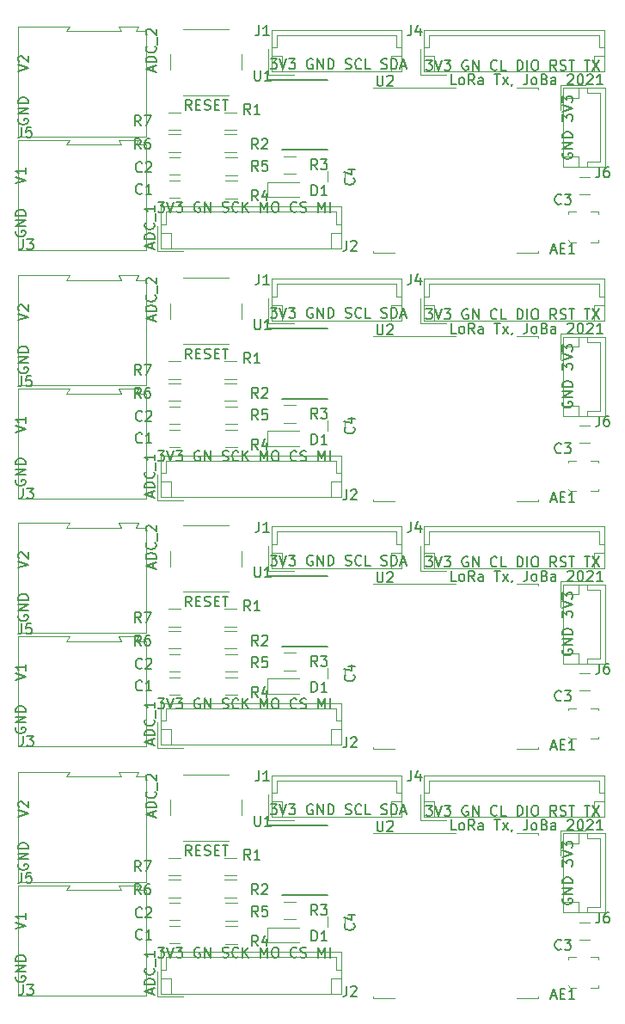
<source format=gto>
G04 #@! TF.GenerationSoftware,KiCad,Pcbnew,5.1.8-5.1.8*
G04 #@! TF.CreationDate,2021-02-22T03:00:03+01:00*
G04 #@! TF.ProjectId,STM32L0LoraTx_4,53544d33-324c-4304-9c6f-726154785f34,rev?*
G04 #@! TF.SameCoordinates,Original*
G04 #@! TF.FileFunction,Legend,Top*
G04 #@! TF.FilePolarity,Positive*
%FSLAX46Y46*%
G04 Gerber Fmt 4.6, Leading zero omitted, Abs format (unit mm)*
G04 Created by KiCad (PCBNEW 5.1.8-5.1.8) date 2021-02-22 03:00:03*
%MOMM*%
%LPD*%
G01*
G04 APERTURE LIST*
%ADD10C,0.150000*%
%ADD11C,0.120000*%
%ADD12C,0.100000*%
G04 APERTURE END LIST*
D10*
X111927523Y-74382380D02*
X112546571Y-74382380D01*
X112213238Y-74763333D01*
X112356095Y-74763333D01*
X112451333Y-74810952D01*
X112498952Y-74858571D01*
X112546571Y-74953809D01*
X112546571Y-75191904D01*
X112498952Y-75287142D01*
X112451333Y-75334761D01*
X112356095Y-75382380D01*
X112070380Y-75382380D01*
X111975142Y-75334761D01*
X111927523Y-75287142D01*
X112832285Y-74382380D02*
X113165619Y-75382380D01*
X113498952Y-74382380D01*
X113737047Y-74382380D02*
X114356095Y-74382380D01*
X114022761Y-74763333D01*
X114165619Y-74763333D01*
X114260857Y-74810952D01*
X114308476Y-74858571D01*
X114356095Y-74953809D01*
X114356095Y-75191904D01*
X114308476Y-75287142D01*
X114260857Y-75334761D01*
X114165619Y-75382380D01*
X113879904Y-75382380D01*
X113784666Y-75334761D01*
X113737047Y-75287142D01*
X116070380Y-74430000D02*
X115975142Y-74382380D01*
X115832285Y-74382380D01*
X115689428Y-74430000D01*
X115594190Y-74525238D01*
X115546571Y-74620476D01*
X115498952Y-74810952D01*
X115498952Y-74953809D01*
X115546571Y-75144285D01*
X115594190Y-75239523D01*
X115689428Y-75334761D01*
X115832285Y-75382380D01*
X115927523Y-75382380D01*
X116070380Y-75334761D01*
X116118000Y-75287142D01*
X116118000Y-74953809D01*
X115927523Y-74953809D01*
X116546571Y-75382380D02*
X116546571Y-74382380D01*
X117118000Y-75382380D01*
X117118000Y-74382380D01*
X117594190Y-75382380D02*
X117594190Y-74382380D01*
X117832285Y-74382380D01*
X117975142Y-74430000D01*
X118070380Y-74525238D01*
X118118000Y-74620476D01*
X118165619Y-74810952D01*
X118165619Y-74953809D01*
X118118000Y-75144285D01*
X118070380Y-75239523D01*
X117975142Y-75334761D01*
X117832285Y-75382380D01*
X117594190Y-75382380D01*
X119308476Y-75334761D02*
X119451333Y-75382380D01*
X119689428Y-75382380D01*
X119784666Y-75334761D01*
X119832285Y-75287142D01*
X119879904Y-75191904D01*
X119879904Y-75096666D01*
X119832285Y-75001428D01*
X119784666Y-74953809D01*
X119689428Y-74906190D01*
X119498952Y-74858571D01*
X119403714Y-74810952D01*
X119356095Y-74763333D01*
X119308476Y-74668095D01*
X119308476Y-74572857D01*
X119356095Y-74477619D01*
X119403714Y-74430000D01*
X119498952Y-74382380D01*
X119737047Y-74382380D01*
X119879904Y-74430000D01*
X120879904Y-75287142D02*
X120832285Y-75334761D01*
X120689428Y-75382380D01*
X120594190Y-75382380D01*
X120451333Y-75334761D01*
X120356095Y-75239523D01*
X120308476Y-75144285D01*
X120260857Y-74953809D01*
X120260857Y-74810952D01*
X120308476Y-74620476D01*
X120356095Y-74525238D01*
X120451333Y-74430000D01*
X120594190Y-74382380D01*
X120689428Y-74382380D01*
X120832285Y-74430000D01*
X120879904Y-74477619D01*
X121784666Y-75382380D02*
X121308476Y-75382380D01*
X121308476Y-74382380D01*
X122832285Y-75334761D02*
X122975142Y-75382380D01*
X123213238Y-75382380D01*
X123308476Y-75334761D01*
X123356095Y-75287142D01*
X123403714Y-75191904D01*
X123403714Y-75096666D01*
X123356095Y-75001428D01*
X123308476Y-74953809D01*
X123213238Y-74906190D01*
X123022761Y-74858571D01*
X122927523Y-74810952D01*
X122879904Y-74763333D01*
X122832285Y-74668095D01*
X122832285Y-74572857D01*
X122879904Y-74477619D01*
X122927523Y-74430000D01*
X123022761Y-74382380D01*
X123260857Y-74382380D01*
X123403714Y-74430000D01*
X123832285Y-75382380D02*
X123832285Y-74382380D01*
X124070380Y-74382380D01*
X124213238Y-74430000D01*
X124308476Y-74525238D01*
X124356095Y-74620476D01*
X124403714Y-74810952D01*
X124403714Y-74953809D01*
X124356095Y-75144285D01*
X124308476Y-75239523D01*
X124213238Y-75334761D01*
X124070380Y-75382380D01*
X123832285Y-75382380D01*
X124784666Y-75096666D02*
X125260857Y-75096666D01*
X124689428Y-75382380D02*
X125022761Y-74382380D01*
X125356095Y-75382380D01*
X127215380Y-74509380D02*
X127834428Y-74509380D01*
X127501095Y-74890333D01*
X127643952Y-74890333D01*
X127739190Y-74937952D01*
X127786809Y-74985571D01*
X127834428Y-75080809D01*
X127834428Y-75318904D01*
X127786809Y-75414142D01*
X127739190Y-75461761D01*
X127643952Y-75509380D01*
X127358238Y-75509380D01*
X127263000Y-75461761D01*
X127215380Y-75414142D01*
X128120142Y-74509380D02*
X128453476Y-75509380D01*
X128786809Y-74509380D01*
X129024904Y-74509380D02*
X129643952Y-74509380D01*
X129310619Y-74890333D01*
X129453476Y-74890333D01*
X129548714Y-74937952D01*
X129596333Y-74985571D01*
X129643952Y-75080809D01*
X129643952Y-75318904D01*
X129596333Y-75414142D01*
X129548714Y-75461761D01*
X129453476Y-75509380D01*
X129167761Y-75509380D01*
X129072523Y-75461761D01*
X129024904Y-75414142D01*
X131358238Y-74557000D02*
X131263000Y-74509380D01*
X131120142Y-74509380D01*
X130977285Y-74557000D01*
X130882047Y-74652238D01*
X130834428Y-74747476D01*
X130786809Y-74937952D01*
X130786809Y-75080809D01*
X130834428Y-75271285D01*
X130882047Y-75366523D01*
X130977285Y-75461761D01*
X131120142Y-75509380D01*
X131215380Y-75509380D01*
X131358238Y-75461761D01*
X131405857Y-75414142D01*
X131405857Y-75080809D01*
X131215380Y-75080809D01*
X131834428Y-75509380D02*
X131834428Y-74509380D01*
X132405857Y-75509380D01*
X132405857Y-74509380D01*
X134215380Y-75414142D02*
X134167761Y-75461761D01*
X134024904Y-75509380D01*
X133929666Y-75509380D01*
X133786809Y-75461761D01*
X133691571Y-75366523D01*
X133643952Y-75271285D01*
X133596333Y-75080809D01*
X133596333Y-74937952D01*
X133643952Y-74747476D01*
X133691571Y-74652238D01*
X133786809Y-74557000D01*
X133929666Y-74509380D01*
X134024904Y-74509380D01*
X134167761Y-74557000D01*
X134215380Y-74604619D01*
X135120142Y-75509380D02*
X134643952Y-75509380D01*
X134643952Y-74509380D01*
X136215380Y-75509380D02*
X136215380Y-74509380D01*
X136453476Y-74509380D01*
X136596333Y-74557000D01*
X136691571Y-74652238D01*
X136739190Y-74747476D01*
X136786809Y-74937952D01*
X136786809Y-75080809D01*
X136739190Y-75271285D01*
X136691571Y-75366523D01*
X136596333Y-75461761D01*
X136453476Y-75509380D01*
X136215380Y-75509380D01*
X137215380Y-75509380D02*
X137215380Y-74509380D01*
X137882047Y-74509380D02*
X138072523Y-74509380D01*
X138167761Y-74557000D01*
X138263000Y-74652238D01*
X138310619Y-74842714D01*
X138310619Y-75176047D01*
X138263000Y-75366523D01*
X138167761Y-75461761D01*
X138072523Y-75509380D01*
X137882047Y-75509380D01*
X137786809Y-75461761D01*
X137691571Y-75366523D01*
X137643952Y-75176047D01*
X137643952Y-74842714D01*
X137691571Y-74652238D01*
X137786809Y-74557000D01*
X137882047Y-74509380D01*
X140072523Y-75509380D02*
X139739190Y-75033190D01*
X139501095Y-75509380D02*
X139501095Y-74509380D01*
X139882047Y-74509380D01*
X139977285Y-74557000D01*
X140024904Y-74604619D01*
X140072523Y-74699857D01*
X140072523Y-74842714D01*
X140024904Y-74937952D01*
X139977285Y-74985571D01*
X139882047Y-75033190D01*
X139501095Y-75033190D01*
X140453476Y-75461761D02*
X140596333Y-75509380D01*
X140834428Y-75509380D01*
X140929666Y-75461761D01*
X140977285Y-75414142D01*
X141024904Y-75318904D01*
X141024904Y-75223666D01*
X140977285Y-75128428D01*
X140929666Y-75080809D01*
X140834428Y-75033190D01*
X140643952Y-74985571D01*
X140548714Y-74937952D01*
X140501095Y-74890333D01*
X140453476Y-74795095D01*
X140453476Y-74699857D01*
X140501095Y-74604619D01*
X140548714Y-74557000D01*
X140643952Y-74509380D01*
X140882047Y-74509380D01*
X141024904Y-74557000D01*
X141310619Y-74509380D02*
X141882047Y-74509380D01*
X141596333Y-75509380D02*
X141596333Y-74509380D01*
X142834428Y-74509380D02*
X143405857Y-74509380D01*
X143120142Y-75509380D02*
X143120142Y-74509380D01*
X143643952Y-74509380D02*
X144310619Y-75509380D01*
X144310619Y-74509380D02*
X143643952Y-75509380D01*
X140724000Y-83676809D02*
X140676380Y-83772047D01*
X140676380Y-83914904D01*
X140724000Y-84057761D01*
X140819238Y-84153000D01*
X140914476Y-84200619D01*
X141104952Y-84248238D01*
X141247809Y-84248238D01*
X141438285Y-84200619D01*
X141533523Y-84153000D01*
X141628761Y-84057761D01*
X141676380Y-83914904D01*
X141676380Y-83819666D01*
X141628761Y-83676809D01*
X141581142Y-83629190D01*
X141247809Y-83629190D01*
X141247809Y-83819666D01*
X141676380Y-83200619D02*
X140676380Y-83200619D01*
X141676380Y-82629190D01*
X140676380Y-82629190D01*
X141676380Y-82153000D02*
X140676380Y-82153000D01*
X140676380Y-81914904D01*
X140724000Y-81772047D01*
X140819238Y-81676809D01*
X140914476Y-81629190D01*
X141104952Y-81581571D01*
X141247809Y-81581571D01*
X141438285Y-81629190D01*
X141533523Y-81676809D01*
X141628761Y-81772047D01*
X141676380Y-81914904D01*
X141676380Y-82153000D01*
X140676380Y-80486333D02*
X140676380Y-79867285D01*
X141057333Y-80200619D01*
X141057333Y-80057761D01*
X141104952Y-79962523D01*
X141152571Y-79914904D01*
X141247809Y-79867285D01*
X141485904Y-79867285D01*
X141581142Y-79914904D01*
X141628761Y-79962523D01*
X141676380Y-80057761D01*
X141676380Y-80343476D01*
X141628761Y-80438714D01*
X141581142Y-80486333D01*
X140676380Y-79581571D02*
X141676380Y-79248238D01*
X140676380Y-78914904D01*
X140676380Y-78676809D02*
X140676380Y-78057761D01*
X141057333Y-78391095D01*
X141057333Y-78248238D01*
X141104952Y-78153000D01*
X141152571Y-78105380D01*
X141247809Y-78057761D01*
X141485904Y-78057761D01*
X141581142Y-78105380D01*
X141628761Y-78153000D01*
X141676380Y-78248238D01*
X141676380Y-78533952D01*
X141628761Y-78629190D01*
X141581142Y-78676809D01*
X100823190Y-88479380D02*
X101442238Y-88479380D01*
X101108904Y-88860333D01*
X101251761Y-88860333D01*
X101347000Y-88907952D01*
X101394619Y-88955571D01*
X101442238Y-89050809D01*
X101442238Y-89288904D01*
X101394619Y-89384142D01*
X101347000Y-89431761D01*
X101251761Y-89479380D01*
X100966047Y-89479380D01*
X100870809Y-89431761D01*
X100823190Y-89384142D01*
X101727952Y-88479380D02*
X102061285Y-89479380D01*
X102394619Y-88479380D01*
X102632714Y-88479380D02*
X103251761Y-88479380D01*
X102918428Y-88860333D01*
X103061285Y-88860333D01*
X103156523Y-88907952D01*
X103204142Y-88955571D01*
X103251761Y-89050809D01*
X103251761Y-89288904D01*
X103204142Y-89384142D01*
X103156523Y-89431761D01*
X103061285Y-89479380D01*
X102775571Y-89479380D01*
X102680333Y-89431761D01*
X102632714Y-89384142D01*
X104966047Y-88527000D02*
X104870809Y-88479380D01*
X104727952Y-88479380D01*
X104585095Y-88527000D01*
X104489857Y-88622238D01*
X104442238Y-88717476D01*
X104394619Y-88907952D01*
X104394619Y-89050809D01*
X104442238Y-89241285D01*
X104489857Y-89336523D01*
X104585095Y-89431761D01*
X104727952Y-89479380D01*
X104823190Y-89479380D01*
X104966047Y-89431761D01*
X105013666Y-89384142D01*
X105013666Y-89050809D01*
X104823190Y-89050809D01*
X105442238Y-89479380D02*
X105442238Y-88479380D01*
X106013666Y-89479380D01*
X106013666Y-88479380D01*
X107204142Y-89431761D02*
X107347000Y-89479380D01*
X107585095Y-89479380D01*
X107680333Y-89431761D01*
X107727952Y-89384142D01*
X107775571Y-89288904D01*
X107775571Y-89193666D01*
X107727952Y-89098428D01*
X107680333Y-89050809D01*
X107585095Y-89003190D01*
X107394619Y-88955571D01*
X107299380Y-88907952D01*
X107251761Y-88860333D01*
X107204142Y-88765095D01*
X107204142Y-88669857D01*
X107251761Y-88574619D01*
X107299380Y-88527000D01*
X107394619Y-88479380D01*
X107632714Y-88479380D01*
X107775571Y-88527000D01*
X108775571Y-89384142D02*
X108727952Y-89431761D01*
X108585095Y-89479380D01*
X108489857Y-89479380D01*
X108347000Y-89431761D01*
X108251761Y-89336523D01*
X108204142Y-89241285D01*
X108156523Y-89050809D01*
X108156523Y-88907952D01*
X108204142Y-88717476D01*
X108251761Y-88622238D01*
X108347000Y-88527000D01*
X108489857Y-88479380D01*
X108585095Y-88479380D01*
X108727952Y-88527000D01*
X108775571Y-88574619D01*
X109204142Y-89479380D02*
X109204142Y-88479380D01*
X109775571Y-89479380D02*
X109347000Y-88907952D01*
X109775571Y-88479380D02*
X109204142Y-89050809D01*
X110966047Y-89479380D02*
X110966047Y-88479380D01*
X111299380Y-89193666D01*
X111632714Y-88479380D01*
X111632714Y-89479380D01*
X112299380Y-88479380D02*
X112489857Y-88479380D01*
X112585095Y-88527000D01*
X112680333Y-88622238D01*
X112727952Y-88812714D01*
X112727952Y-89146047D01*
X112680333Y-89336523D01*
X112585095Y-89431761D01*
X112489857Y-89479380D01*
X112299380Y-89479380D01*
X112204142Y-89431761D01*
X112108904Y-89336523D01*
X112061285Y-89146047D01*
X112061285Y-88812714D01*
X112108904Y-88622238D01*
X112204142Y-88527000D01*
X112299380Y-88479380D01*
X114489857Y-89384142D02*
X114442238Y-89431761D01*
X114299380Y-89479380D01*
X114204142Y-89479380D01*
X114061285Y-89431761D01*
X113966047Y-89336523D01*
X113918428Y-89241285D01*
X113870809Y-89050809D01*
X113870809Y-88907952D01*
X113918428Y-88717476D01*
X113966047Y-88622238D01*
X114061285Y-88527000D01*
X114204142Y-88479380D01*
X114299380Y-88479380D01*
X114442238Y-88527000D01*
X114489857Y-88574619D01*
X114870809Y-89431761D02*
X115013666Y-89479380D01*
X115251761Y-89479380D01*
X115347000Y-89431761D01*
X115394619Y-89384142D01*
X115442238Y-89288904D01*
X115442238Y-89193666D01*
X115394619Y-89098428D01*
X115347000Y-89050809D01*
X115251761Y-89003190D01*
X115061285Y-88955571D01*
X114966047Y-88907952D01*
X114918428Y-88860333D01*
X114870809Y-88765095D01*
X114870809Y-88669857D01*
X114918428Y-88574619D01*
X114966047Y-88527000D01*
X115061285Y-88479380D01*
X115299380Y-88479380D01*
X115442238Y-88527000D01*
X116632714Y-89479380D02*
X116632714Y-88479380D01*
X116966047Y-89193666D01*
X117299380Y-88479380D01*
X117299380Y-89479380D01*
X117775571Y-89479380D02*
X117775571Y-88479380D01*
X100242666Y-93027238D02*
X100242666Y-92551047D01*
X100528380Y-93122476D02*
X99528380Y-92789142D01*
X100528380Y-92455809D01*
X100528380Y-92122476D02*
X99528380Y-92122476D01*
X99528380Y-91884380D01*
X99576000Y-91741523D01*
X99671238Y-91646285D01*
X99766476Y-91598666D01*
X99956952Y-91551047D01*
X100099809Y-91551047D01*
X100290285Y-91598666D01*
X100385523Y-91646285D01*
X100480761Y-91741523D01*
X100528380Y-91884380D01*
X100528380Y-92122476D01*
X100433142Y-90551047D02*
X100480761Y-90598666D01*
X100528380Y-90741523D01*
X100528380Y-90836761D01*
X100480761Y-90979619D01*
X100385523Y-91074857D01*
X100290285Y-91122476D01*
X100099809Y-91170095D01*
X99956952Y-91170095D01*
X99766476Y-91122476D01*
X99671238Y-91074857D01*
X99576000Y-90979619D01*
X99528380Y-90836761D01*
X99528380Y-90741523D01*
X99576000Y-90598666D01*
X99623619Y-90551047D01*
X100623619Y-90360571D02*
X100623619Y-89598666D01*
X100528380Y-88836761D02*
X100528380Y-89408190D01*
X100528380Y-89122476D02*
X99528380Y-89122476D01*
X99671238Y-89217714D01*
X99766476Y-89312952D01*
X99814095Y-89408190D01*
X100369666Y-75628238D02*
X100369666Y-75152047D01*
X100655380Y-75723476D02*
X99655380Y-75390142D01*
X100655380Y-75056809D01*
X100655380Y-74723476D02*
X99655380Y-74723476D01*
X99655380Y-74485380D01*
X99703000Y-74342523D01*
X99798238Y-74247285D01*
X99893476Y-74199666D01*
X100083952Y-74152047D01*
X100226809Y-74152047D01*
X100417285Y-74199666D01*
X100512523Y-74247285D01*
X100607761Y-74342523D01*
X100655380Y-74485380D01*
X100655380Y-74723476D01*
X100560142Y-73152047D02*
X100607761Y-73199666D01*
X100655380Y-73342523D01*
X100655380Y-73437761D01*
X100607761Y-73580619D01*
X100512523Y-73675857D01*
X100417285Y-73723476D01*
X100226809Y-73771095D01*
X100083952Y-73771095D01*
X99893476Y-73723476D01*
X99798238Y-73675857D01*
X99703000Y-73580619D01*
X99655380Y-73437761D01*
X99655380Y-73342523D01*
X99703000Y-73199666D01*
X99750619Y-73152047D01*
X100750619Y-72961571D02*
X100750619Y-72199666D01*
X99750619Y-72009190D02*
X99703000Y-71961571D01*
X99655380Y-71866333D01*
X99655380Y-71628238D01*
X99703000Y-71533000D01*
X99750619Y-71485380D01*
X99845857Y-71437761D01*
X99941095Y-71437761D01*
X100083952Y-71485380D01*
X100655380Y-72056809D01*
X100655380Y-71437761D01*
X86876000Y-91328523D02*
X86828380Y-91423761D01*
X86828380Y-91566619D01*
X86876000Y-91709476D01*
X86971238Y-91804714D01*
X87066476Y-91852333D01*
X87256952Y-91899952D01*
X87399809Y-91899952D01*
X87590285Y-91852333D01*
X87685523Y-91804714D01*
X87780761Y-91709476D01*
X87828380Y-91566619D01*
X87828380Y-91471380D01*
X87780761Y-91328523D01*
X87733142Y-91280904D01*
X87399809Y-91280904D01*
X87399809Y-91471380D01*
X87828380Y-90852333D02*
X86828380Y-90852333D01*
X87828380Y-90280904D01*
X86828380Y-90280904D01*
X87828380Y-89804714D02*
X86828380Y-89804714D01*
X86828380Y-89566619D01*
X86876000Y-89423761D01*
X86971238Y-89328523D01*
X87066476Y-89280904D01*
X87256952Y-89233285D01*
X87399809Y-89233285D01*
X87590285Y-89280904D01*
X87685523Y-89328523D01*
X87780761Y-89423761D01*
X87828380Y-89566619D01*
X87828380Y-89804714D01*
X86828380Y-86661857D02*
X87828380Y-86328523D01*
X86828380Y-85995190D01*
X87828380Y-85138047D02*
X87828380Y-85709476D01*
X87828380Y-85423761D02*
X86828380Y-85423761D01*
X86971238Y-85519000D01*
X87066476Y-85614238D01*
X87114095Y-85709476D01*
X87130000Y-80279523D02*
X87082380Y-80374761D01*
X87082380Y-80517619D01*
X87130000Y-80660476D01*
X87225238Y-80755714D01*
X87320476Y-80803333D01*
X87510952Y-80850952D01*
X87653809Y-80850952D01*
X87844285Y-80803333D01*
X87939523Y-80755714D01*
X88034761Y-80660476D01*
X88082380Y-80517619D01*
X88082380Y-80422380D01*
X88034761Y-80279523D01*
X87987142Y-80231904D01*
X87653809Y-80231904D01*
X87653809Y-80422380D01*
X88082380Y-79803333D02*
X87082380Y-79803333D01*
X88082380Y-79231904D01*
X87082380Y-79231904D01*
X88082380Y-78755714D02*
X87082380Y-78755714D01*
X87082380Y-78517619D01*
X87130000Y-78374761D01*
X87225238Y-78279523D01*
X87320476Y-78231904D01*
X87510952Y-78184285D01*
X87653809Y-78184285D01*
X87844285Y-78231904D01*
X87939523Y-78279523D01*
X88034761Y-78374761D01*
X88082380Y-78517619D01*
X88082380Y-78755714D01*
X87082380Y-75612857D02*
X88082380Y-75279523D01*
X87082380Y-74946190D01*
X87177619Y-74660476D02*
X87130000Y-74612857D01*
X87082380Y-74517619D01*
X87082380Y-74279523D01*
X87130000Y-74184285D01*
X87177619Y-74136666D01*
X87272857Y-74089047D01*
X87368095Y-74089047D01*
X87510952Y-74136666D01*
X88082380Y-74708095D01*
X88082380Y-74089047D01*
X130207619Y-76906380D02*
X129731428Y-76906380D01*
X129731428Y-75906380D01*
X130683809Y-76906380D02*
X130588571Y-76858761D01*
X130540952Y-76811142D01*
X130493333Y-76715904D01*
X130493333Y-76430190D01*
X130540952Y-76334952D01*
X130588571Y-76287333D01*
X130683809Y-76239714D01*
X130826666Y-76239714D01*
X130921904Y-76287333D01*
X130969523Y-76334952D01*
X131017142Y-76430190D01*
X131017142Y-76715904D01*
X130969523Y-76811142D01*
X130921904Y-76858761D01*
X130826666Y-76906380D01*
X130683809Y-76906380D01*
X132017142Y-76906380D02*
X131683809Y-76430190D01*
X131445714Y-76906380D02*
X131445714Y-75906380D01*
X131826666Y-75906380D01*
X131921904Y-75954000D01*
X131969523Y-76001619D01*
X132017142Y-76096857D01*
X132017142Y-76239714D01*
X131969523Y-76334952D01*
X131921904Y-76382571D01*
X131826666Y-76430190D01*
X131445714Y-76430190D01*
X132874285Y-76906380D02*
X132874285Y-76382571D01*
X132826666Y-76287333D01*
X132731428Y-76239714D01*
X132540952Y-76239714D01*
X132445714Y-76287333D01*
X132874285Y-76858761D02*
X132779047Y-76906380D01*
X132540952Y-76906380D01*
X132445714Y-76858761D01*
X132398095Y-76763523D01*
X132398095Y-76668285D01*
X132445714Y-76573047D01*
X132540952Y-76525428D01*
X132779047Y-76525428D01*
X132874285Y-76477809D01*
X133969523Y-75906380D02*
X134540952Y-75906380D01*
X134255238Y-76906380D02*
X134255238Y-75906380D01*
X134779047Y-76906380D02*
X135302857Y-76239714D01*
X134779047Y-76239714D02*
X135302857Y-76906380D01*
X135731428Y-76858761D02*
X135731428Y-76906380D01*
X135683809Y-77001619D01*
X135636190Y-77049238D01*
X137207619Y-75906380D02*
X137207619Y-76620666D01*
X137160000Y-76763523D01*
X137064761Y-76858761D01*
X136921904Y-76906380D01*
X136826666Y-76906380D01*
X137826666Y-76906380D02*
X137731428Y-76858761D01*
X137683809Y-76811142D01*
X137636190Y-76715904D01*
X137636190Y-76430190D01*
X137683809Y-76334952D01*
X137731428Y-76287333D01*
X137826666Y-76239714D01*
X137969523Y-76239714D01*
X138064761Y-76287333D01*
X138112380Y-76334952D01*
X138160000Y-76430190D01*
X138160000Y-76715904D01*
X138112380Y-76811142D01*
X138064761Y-76858761D01*
X137969523Y-76906380D01*
X137826666Y-76906380D01*
X138921904Y-76382571D02*
X139064761Y-76430190D01*
X139112380Y-76477809D01*
X139160000Y-76573047D01*
X139160000Y-76715904D01*
X139112380Y-76811142D01*
X139064761Y-76858761D01*
X138969523Y-76906380D01*
X138588571Y-76906380D01*
X138588571Y-75906380D01*
X138921904Y-75906380D01*
X139017142Y-75954000D01*
X139064761Y-76001619D01*
X139112380Y-76096857D01*
X139112380Y-76192095D01*
X139064761Y-76287333D01*
X139017142Y-76334952D01*
X138921904Y-76382571D01*
X138588571Y-76382571D01*
X140017142Y-76906380D02*
X140017142Y-76382571D01*
X139969523Y-76287333D01*
X139874285Y-76239714D01*
X139683809Y-76239714D01*
X139588571Y-76287333D01*
X140017142Y-76858761D02*
X139921904Y-76906380D01*
X139683809Y-76906380D01*
X139588571Y-76858761D01*
X139540952Y-76763523D01*
X139540952Y-76668285D01*
X139588571Y-76573047D01*
X139683809Y-76525428D01*
X139921904Y-76525428D01*
X140017142Y-76477809D01*
X141207619Y-76001619D02*
X141255238Y-75954000D01*
X141350476Y-75906380D01*
X141588571Y-75906380D01*
X141683809Y-75954000D01*
X141731428Y-76001619D01*
X141779047Y-76096857D01*
X141779047Y-76192095D01*
X141731428Y-76334952D01*
X141160000Y-76906380D01*
X141779047Y-76906380D01*
X142398095Y-75906380D02*
X142493333Y-75906380D01*
X142588571Y-75954000D01*
X142636190Y-76001619D01*
X142683809Y-76096857D01*
X142731428Y-76287333D01*
X142731428Y-76525428D01*
X142683809Y-76715904D01*
X142636190Y-76811142D01*
X142588571Y-76858761D01*
X142493333Y-76906380D01*
X142398095Y-76906380D01*
X142302857Y-76858761D01*
X142255238Y-76811142D01*
X142207619Y-76715904D01*
X142160000Y-76525428D01*
X142160000Y-76287333D01*
X142207619Y-76096857D01*
X142255238Y-76001619D01*
X142302857Y-75954000D01*
X142398095Y-75906380D01*
X143112380Y-76001619D02*
X143160000Y-75954000D01*
X143255238Y-75906380D01*
X143493333Y-75906380D01*
X143588571Y-75954000D01*
X143636190Y-76001619D01*
X143683809Y-76096857D01*
X143683809Y-76192095D01*
X143636190Y-76334952D01*
X143064761Y-76906380D01*
X143683809Y-76906380D01*
X144636190Y-76906380D02*
X144064761Y-76906380D01*
X144350476Y-76906380D02*
X144350476Y-75906380D01*
X144255238Y-76049238D01*
X144160000Y-76144476D01*
X144064761Y-76192095D01*
X130207619Y-52395380D02*
X129731428Y-52395380D01*
X129731428Y-51395380D01*
X130683809Y-52395380D02*
X130588571Y-52347761D01*
X130540952Y-52300142D01*
X130493333Y-52204904D01*
X130493333Y-51919190D01*
X130540952Y-51823952D01*
X130588571Y-51776333D01*
X130683809Y-51728714D01*
X130826666Y-51728714D01*
X130921904Y-51776333D01*
X130969523Y-51823952D01*
X131017142Y-51919190D01*
X131017142Y-52204904D01*
X130969523Y-52300142D01*
X130921904Y-52347761D01*
X130826666Y-52395380D01*
X130683809Y-52395380D01*
X132017142Y-52395380D02*
X131683809Y-51919190D01*
X131445714Y-52395380D02*
X131445714Y-51395380D01*
X131826666Y-51395380D01*
X131921904Y-51443000D01*
X131969523Y-51490619D01*
X132017142Y-51585857D01*
X132017142Y-51728714D01*
X131969523Y-51823952D01*
X131921904Y-51871571D01*
X131826666Y-51919190D01*
X131445714Y-51919190D01*
X132874285Y-52395380D02*
X132874285Y-51871571D01*
X132826666Y-51776333D01*
X132731428Y-51728714D01*
X132540952Y-51728714D01*
X132445714Y-51776333D01*
X132874285Y-52347761D02*
X132779047Y-52395380D01*
X132540952Y-52395380D01*
X132445714Y-52347761D01*
X132398095Y-52252523D01*
X132398095Y-52157285D01*
X132445714Y-52062047D01*
X132540952Y-52014428D01*
X132779047Y-52014428D01*
X132874285Y-51966809D01*
X133969523Y-51395380D02*
X134540952Y-51395380D01*
X134255238Y-52395380D02*
X134255238Y-51395380D01*
X134779047Y-52395380D02*
X135302857Y-51728714D01*
X134779047Y-51728714D02*
X135302857Y-52395380D01*
X135731428Y-52347761D02*
X135731428Y-52395380D01*
X135683809Y-52490619D01*
X135636190Y-52538238D01*
X137207619Y-51395380D02*
X137207619Y-52109666D01*
X137160000Y-52252523D01*
X137064761Y-52347761D01*
X136921904Y-52395380D01*
X136826666Y-52395380D01*
X137826666Y-52395380D02*
X137731428Y-52347761D01*
X137683809Y-52300142D01*
X137636190Y-52204904D01*
X137636190Y-51919190D01*
X137683809Y-51823952D01*
X137731428Y-51776333D01*
X137826666Y-51728714D01*
X137969523Y-51728714D01*
X138064761Y-51776333D01*
X138112380Y-51823952D01*
X138160000Y-51919190D01*
X138160000Y-52204904D01*
X138112380Y-52300142D01*
X138064761Y-52347761D01*
X137969523Y-52395380D01*
X137826666Y-52395380D01*
X138921904Y-51871571D02*
X139064761Y-51919190D01*
X139112380Y-51966809D01*
X139160000Y-52062047D01*
X139160000Y-52204904D01*
X139112380Y-52300142D01*
X139064761Y-52347761D01*
X138969523Y-52395380D01*
X138588571Y-52395380D01*
X138588571Y-51395380D01*
X138921904Y-51395380D01*
X139017142Y-51443000D01*
X139064761Y-51490619D01*
X139112380Y-51585857D01*
X139112380Y-51681095D01*
X139064761Y-51776333D01*
X139017142Y-51823952D01*
X138921904Y-51871571D01*
X138588571Y-51871571D01*
X140017142Y-52395380D02*
X140017142Y-51871571D01*
X139969523Y-51776333D01*
X139874285Y-51728714D01*
X139683809Y-51728714D01*
X139588571Y-51776333D01*
X140017142Y-52347761D02*
X139921904Y-52395380D01*
X139683809Y-52395380D01*
X139588571Y-52347761D01*
X139540952Y-52252523D01*
X139540952Y-52157285D01*
X139588571Y-52062047D01*
X139683809Y-52014428D01*
X139921904Y-52014428D01*
X140017142Y-51966809D01*
X141207619Y-51490619D02*
X141255238Y-51443000D01*
X141350476Y-51395380D01*
X141588571Y-51395380D01*
X141683809Y-51443000D01*
X141731428Y-51490619D01*
X141779047Y-51585857D01*
X141779047Y-51681095D01*
X141731428Y-51823952D01*
X141160000Y-52395380D01*
X141779047Y-52395380D01*
X142398095Y-51395380D02*
X142493333Y-51395380D01*
X142588571Y-51443000D01*
X142636190Y-51490619D01*
X142683809Y-51585857D01*
X142731428Y-51776333D01*
X142731428Y-52014428D01*
X142683809Y-52204904D01*
X142636190Y-52300142D01*
X142588571Y-52347761D01*
X142493333Y-52395380D01*
X142398095Y-52395380D01*
X142302857Y-52347761D01*
X142255238Y-52300142D01*
X142207619Y-52204904D01*
X142160000Y-52014428D01*
X142160000Y-51776333D01*
X142207619Y-51585857D01*
X142255238Y-51490619D01*
X142302857Y-51443000D01*
X142398095Y-51395380D01*
X143112380Y-51490619D02*
X143160000Y-51443000D01*
X143255238Y-51395380D01*
X143493333Y-51395380D01*
X143588571Y-51443000D01*
X143636190Y-51490619D01*
X143683809Y-51585857D01*
X143683809Y-51681095D01*
X143636190Y-51823952D01*
X143064761Y-52395380D01*
X143683809Y-52395380D01*
X144636190Y-52395380D02*
X144064761Y-52395380D01*
X144350476Y-52395380D02*
X144350476Y-51395380D01*
X144255238Y-51538238D01*
X144160000Y-51633476D01*
X144064761Y-51681095D01*
X87130000Y-55768523D02*
X87082380Y-55863761D01*
X87082380Y-56006619D01*
X87130000Y-56149476D01*
X87225238Y-56244714D01*
X87320476Y-56292333D01*
X87510952Y-56339952D01*
X87653809Y-56339952D01*
X87844285Y-56292333D01*
X87939523Y-56244714D01*
X88034761Y-56149476D01*
X88082380Y-56006619D01*
X88082380Y-55911380D01*
X88034761Y-55768523D01*
X87987142Y-55720904D01*
X87653809Y-55720904D01*
X87653809Y-55911380D01*
X88082380Y-55292333D02*
X87082380Y-55292333D01*
X88082380Y-54720904D01*
X87082380Y-54720904D01*
X88082380Y-54244714D02*
X87082380Y-54244714D01*
X87082380Y-54006619D01*
X87130000Y-53863761D01*
X87225238Y-53768523D01*
X87320476Y-53720904D01*
X87510952Y-53673285D01*
X87653809Y-53673285D01*
X87844285Y-53720904D01*
X87939523Y-53768523D01*
X88034761Y-53863761D01*
X88082380Y-54006619D01*
X88082380Y-54244714D01*
X87082380Y-51101857D02*
X88082380Y-50768523D01*
X87082380Y-50435190D01*
X87177619Y-50149476D02*
X87130000Y-50101857D01*
X87082380Y-50006619D01*
X87082380Y-49768523D01*
X87130000Y-49673285D01*
X87177619Y-49625666D01*
X87272857Y-49578047D01*
X87368095Y-49578047D01*
X87510952Y-49625666D01*
X88082380Y-50197095D01*
X88082380Y-49578047D01*
X86876000Y-66817523D02*
X86828380Y-66912761D01*
X86828380Y-67055619D01*
X86876000Y-67198476D01*
X86971238Y-67293714D01*
X87066476Y-67341333D01*
X87256952Y-67388952D01*
X87399809Y-67388952D01*
X87590285Y-67341333D01*
X87685523Y-67293714D01*
X87780761Y-67198476D01*
X87828380Y-67055619D01*
X87828380Y-66960380D01*
X87780761Y-66817523D01*
X87733142Y-66769904D01*
X87399809Y-66769904D01*
X87399809Y-66960380D01*
X87828380Y-66341333D02*
X86828380Y-66341333D01*
X87828380Y-65769904D01*
X86828380Y-65769904D01*
X87828380Y-65293714D02*
X86828380Y-65293714D01*
X86828380Y-65055619D01*
X86876000Y-64912761D01*
X86971238Y-64817523D01*
X87066476Y-64769904D01*
X87256952Y-64722285D01*
X87399809Y-64722285D01*
X87590285Y-64769904D01*
X87685523Y-64817523D01*
X87780761Y-64912761D01*
X87828380Y-65055619D01*
X87828380Y-65293714D01*
X86828380Y-62150857D02*
X87828380Y-61817523D01*
X86828380Y-61484190D01*
X87828380Y-60627047D02*
X87828380Y-61198476D01*
X87828380Y-60912761D02*
X86828380Y-60912761D01*
X86971238Y-61008000D01*
X87066476Y-61103238D01*
X87114095Y-61198476D01*
X100369666Y-51117238D02*
X100369666Y-50641047D01*
X100655380Y-51212476D02*
X99655380Y-50879142D01*
X100655380Y-50545809D01*
X100655380Y-50212476D02*
X99655380Y-50212476D01*
X99655380Y-49974380D01*
X99703000Y-49831523D01*
X99798238Y-49736285D01*
X99893476Y-49688666D01*
X100083952Y-49641047D01*
X100226809Y-49641047D01*
X100417285Y-49688666D01*
X100512523Y-49736285D01*
X100607761Y-49831523D01*
X100655380Y-49974380D01*
X100655380Y-50212476D01*
X100560142Y-48641047D02*
X100607761Y-48688666D01*
X100655380Y-48831523D01*
X100655380Y-48926761D01*
X100607761Y-49069619D01*
X100512523Y-49164857D01*
X100417285Y-49212476D01*
X100226809Y-49260095D01*
X100083952Y-49260095D01*
X99893476Y-49212476D01*
X99798238Y-49164857D01*
X99703000Y-49069619D01*
X99655380Y-48926761D01*
X99655380Y-48831523D01*
X99703000Y-48688666D01*
X99750619Y-48641047D01*
X100750619Y-48450571D02*
X100750619Y-47688666D01*
X99750619Y-47498190D02*
X99703000Y-47450571D01*
X99655380Y-47355333D01*
X99655380Y-47117238D01*
X99703000Y-47022000D01*
X99750619Y-46974380D01*
X99845857Y-46926761D01*
X99941095Y-46926761D01*
X100083952Y-46974380D01*
X100655380Y-47545809D01*
X100655380Y-46926761D01*
X100242666Y-68516238D02*
X100242666Y-68040047D01*
X100528380Y-68611476D02*
X99528380Y-68278142D01*
X100528380Y-67944809D01*
X100528380Y-67611476D02*
X99528380Y-67611476D01*
X99528380Y-67373380D01*
X99576000Y-67230523D01*
X99671238Y-67135285D01*
X99766476Y-67087666D01*
X99956952Y-67040047D01*
X100099809Y-67040047D01*
X100290285Y-67087666D01*
X100385523Y-67135285D01*
X100480761Y-67230523D01*
X100528380Y-67373380D01*
X100528380Y-67611476D01*
X100433142Y-66040047D02*
X100480761Y-66087666D01*
X100528380Y-66230523D01*
X100528380Y-66325761D01*
X100480761Y-66468619D01*
X100385523Y-66563857D01*
X100290285Y-66611476D01*
X100099809Y-66659095D01*
X99956952Y-66659095D01*
X99766476Y-66611476D01*
X99671238Y-66563857D01*
X99576000Y-66468619D01*
X99528380Y-66325761D01*
X99528380Y-66230523D01*
X99576000Y-66087666D01*
X99623619Y-66040047D01*
X100623619Y-65849571D02*
X100623619Y-65087666D01*
X100528380Y-64325761D02*
X100528380Y-64897190D01*
X100528380Y-64611476D02*
X99528380Y-64611476D01*
X99671238Y-64706714D01*
X99766476Y-64801952D01*
X99814095Y-64897190D01*
X100823190Y-63968380D02*
X101442238Y-63968380D01*
X101108904Y-64349333D01*
X101251761Y-64349333D01*
X101347000Y-64396952D01*
X101394619Y-64444571D01*
X101442238Y-64539809D01*
X101442238Y-64777904D01*
X101394619Y-64873142D01*
X101347000Y-64920761D01*
X101251761Y-64968380D01*
X100966047Y-64968380D01*
X100870809Y-64920761D01*
X100823190Y-64873142D01*
X101727952Y-63968380D02*
X102061285Y-64968380D01*
X102394619Y-63968380D01*
X102632714Y-63968380D02*
X103251761Y-63968380D01*
X102918428Y-64349333D01*
X103061285Y-64349333D01*
X103156523Y-64396952D01*
X103204142Y-64444571D01*
X103251761Y-64539809D01*
X103251761Y-64777904D01*
X103204142Y-64873142D01*
X103156523Y-64920761D01*
X103061285Y-64968380D01*
X102775571Y-64968380D01*
X102680333Y-64920761D01*
X102632714Y-64873142D01*
X104966047Y-64016000D02*
X104870809Y-63968380D01*
X104727952Y-63968380D01*
X104585095Y-64016000D01*
X104489857Y-64111238D01*
X104442238Y-64206476D01*
X104394619Y-64396952D01*
X104394619Y-64539809D01*
X104442238Y-64730285D01*
X104489857Y-64825523D01*
X104585095Y-64920761D01*
X104727952Y-64968380D01*
X104823190Y-64968380D01*
X104966047Y-64920761D01*
X105013666Y-64873142D01*
X105013666Y-64539809D01*
X104823190Y-64539809D01*
X105442238Y-64968380D02*
X105442238Y-63968380D01*
X106013666Y-64968380D01*
X106013666Y-63968380D01*
X107204142Y-64920761D02*
X107347000Y-64968380D01*
X107585095Y-64968380D01*
X107680333Y-64920761D01*
X107727952Y-64873142D01*
X107775571Y-64777904D01*
X107775571Y-64682666D01*
X107727952Y-64587428D01*
X107680333Y-64539809D01*
X107585095Y-64492190D01*
X107394619Y-64444571D01*
X107299380Y-64396952D01*
X107251761Y-64349333D01*
X107204142Y-64254095D01*
X107204142Y-64158857D01*
X107251761Y-64063619D01*
X107299380Y-64016000D01*
X107394619Y-63968380D01*
X107632714Y-63968380D01*
X107775571Y-64016000D01*
X108775571Y-64873142D02*
X108727952Y-64920761D01*
X108585095Y-64968380D01*
X108489857Y-64968380D01*
X108347000Y-64920761D01*
X108251761Y-64825523D01*
X108204142Y-64730285D01*
X108156523Y-64539809D01*
X108156523Y-64396952D01*
X108204142Y-64206476D01*
X108251761Y-64111238D01*
X108347000Y-64016000D01*
X108489857Y-63968380D01*
X108585095Y-63968380D01*
X108727952Y-64016000D01*
X108775571Y-64063619D01*
X109204142Y-64968380D02*
X109204142Y-63968380D01*
X109775571Y-64968380D02*
X109347000Y-64396952D01*
X109775571Y-63968380D02*
X109204142Y-64539809D01*
X110966047Y-64968380D02*
X110966047Y-63968380D01*
X111299380Y-64682666D01*
X111632714Y-63968380D01*
X111632714Y-64968380D01*
X112299380Y-63968380D02*
X112489857Y-63968380D01*
X112585095Y-64016000D01*
X112680333Y-64111238D01*
X112727952Y-64301714D01*
X112727952Y-64635047D01*
X112680333Y-64825523D01*
X112585095Y-64920761D01*
X112489857Y-64968380D01*
X112299380Y-64968380D01*
X112204142Y-64920761D01*
X112108904Y-64825523D01*
X112061285Y-64635047D01*
X112061285Y-64301714D01*
X112108904Y-64111238D01*
X112204142Y-64016000D01*
X112299380Y-63968380D01*
X114489857Y-64873142D02*
X114442238Y-64920761D01*
X114299380Y-64968380D01*
X114204142Y-64968380D01*
X114061285Y-64920761D01*
X113966047Y-64825523D01*
X113918428Y-64730285D01*
X113870809Y-64539809D01*
X113870809Y-64396952D01*
X113918428Y-64206476D01*
X113966047Y-64111238D01*
X114061285Y-64016000D01*
X114204142Y-63968380D01*
X114299380Y-63968380D01*
X114442238Y-64016000D01*
X114489857Y-64063619D01*
X114870809Y-64920761D02*
X115013666Y-64968380D01*
X115251761Y-64968380D01*
X115347000Y-64920761D01*
X115394619Y-64873142D01*
X115442238Y-64777904D01*
X115442238Y-64682666D01*
X115394619Y-64587428D01*
X115347000Y-64539809D01*
X115251761Y-64492190D01*
X115061285Y-64444571D01*
X114966047Y-64396952D01*
X114918428Y-64349333D01*
X114870809Y-64254095D01*
X114870809Y-64158857D01*
X114918428Y-64063619D01*
X114966047Y-64016000D01*
X115061285Y-63968380D01*
X115299380Y-63968380D01*
X115442238Y-64016000D01*
X116632714Y-64968380D02*
X116632714Y-63968380D01*
X116966047Y-64682666D01*
X117299380Y-63968380D01*
X117299380Y-64968380D01*
X117775571Y-64968380D02*
X117775571Y-63968380D01*
X140724000Y-59165809D02*
X140676380Y-59261047D01*
X140676380Y-59403904D01*
X140724000Y-59546761D01*
X140819238Y-59642000D01*
X140914476Y-59689619D01*
X141104952Y-59737238D01*
X141247809Y-59737238D01*
X141438285Y-59689619D01*
X141533523Y-59642000D01*
X141628761Y-59546761D01*
X141676380Y-59403904D01*
X141676380Y-59308666D01*
X141628761Y-59165809D01*
X141581142Y-59118190D01*
X141247809Y-59118190D01*
X141247809Y-59308666D01*
X141676380Y-58689619D02*
X140676380Y-58689619D01*
X141676380Y-58118190D01*
X140676380Y-58118190D01*
X141676380Y-57642000D02*
X140676380Y-57642000D01*
X140676380Y-57403904D01*
X140724000Y-57261047D01*
X140819238Y-57165809D01*
X140914476Y-57118190D01*
X141104952Y-57070571D01*
X141247809Y-57070571D01*
X141438285Y-57118190D01*
X141533523Y-57165809D01*
X141628761Y-57261047D01*
X141676380Y-57403904D01*
X141676380Y-57642000D01*
X140676380Y-55975333D02*
X140676380Y-55356285D01*
X141057333Y-55689619D01*
X141057333Y-55546761D01*
X141104952Y-55451523D01*
X141152571Y-55403904D01*
X141247809Y-55356285D01*
X141485904Y-55356285D01*
X141581142Y-55403904D01*
X141628761Y-55451523D01*
X141676380Y-55546761D01*
X141676380Y-55832476D01*
X141628761Y-55927714D01*
X141581142Y-55975333D01*
X140676380Y-55070571D02*
X141676380Y-54737238D01*
X140676380Y-54403904D01*
X140676380Y-54165809D02*
X140676380Y-53546761D01*
X141057333Y-53880095D01*
X141057333Y-53737238D01*
X141104952Y-53642000D01*
X141152571Y-53594380D01*
X141247809Y-53546761D01*
X141485904Y-53546761D01*
X141581142Y-53594380D01*
X141628761Y-53642000D01*
X141676380Y-53737238D01*
X141676380Y-54022952D01*
X141628761Y-54118190D01*
X141581142Y-54165809D01*
X127215380Y-49998380D02*
X127834428Y-49998380D01*
X127501095Y-50379333D01*
X127643952Y-50379333D01*
X127739190Y-50426952D01*
X127786809Y-50474571D01*
X127834428Y-50569809D01*
X127834428Y-50807904D01*
X127786809Y-50903142D01*
X127739190Y-50950761D01*
X127643952Y-50998380D01*
X127358238Y-50998380D01*
X127263000Y-50950761D01*
X127215380Y-50903142D01*
X128120142Y-49998380D02*
X128453476Y-50998380D01*
X128786809Y-49998380D01*
X129024904Y-49998380D02*
X129643952Y-49998380D01*
X129310619Y-50379333D01*
X129453476Y-50379333D01*
X129548714Y-50426952D01*
X129596333Y-50474571D01*
X129643952Y-50569809D01*
X129643952Y-50807904D01*
X129596333Y-50903142D01*
X129548714Y-50950761D01*
X129453476Y-50998380D01*
X129167761Y-50998380D01*
X129072523Y-50950761D01*
X129024904Y-50903142D01*
X131358238Y-50046000D02*
X131263000Y-49998380D01*
X131120142Y-49998380D01*
X130977285Y-50046000D01*
X130882047Y-50141238D01*
X130834428Y-50236476D01*
X130786809Y-50426952D01*
X130786809Y-50569809D01*
X130834428Y-50760285D01*
X130882047Y-50855523D01*
X130977285Y-50950761D01*
X131120142Y-50998380D01*
X131215380Y-50998380D01*
X131358238Y-50950761D01*
X131405857Y-50903142D01*
X131405857Y-50569809D01*
X131215380Y-50569809D01*
X131834428Y-50998380D02*
X131834428Y-49998380D01*
X132405857Y-50998380D01*
X132405857Y-49998380D01*
X134215380Y-50903142D02*
X134167761Y-50950761D01*
X134024904Y-50998380D01*
X133929666Y-50998380D01*
X133786809Y-50950761D01*
X133691571Y-50855523D01*
X133643952Y-50760285D01*
X133596333Y-50569809D01*
X133596333Y-50426952D01*
X133643952Y-50236476D01*
X133691571Y-50141238D01*
X133786809Y-50046000D01*
X133929666Y-49998380D01*
X134024904Y-49998380D01*
X134167761Y-50046000D01*
X134215380Y-50093619D01*
X135120142Y-50998380D02*
X134643952Y-50998380D01*
X134643952Y-49998380D01*
X136215380Y-50998380D02*
X136215380Y-49998380D01*
X136453476Y-49998380D01*
X136596333Y-50046000D01*
X136691571Y-50141238D01*
X136739190Y-50236476D01*
X136786809Y-50426952D01*
X136786809Y-50569809D01*
X136739190Y-50760285D01*
X136691571Y-50855523D01*
X136596333Y-50950761D01*
X136453476Y-50998380D01*
X136215380Y-50998380D01*
X137215380Y-50998380D02*
X137215380Y-49998380D01*
X137882047Y-49998380D02*
X138072523Y-49998380D01*
X138167761Y-50046000D01*
X138263000Y-50141238D01*
X138310619Y-50331714D01*
X138310619Y-50665047D01*
X138263000Y-50855523D01*
X138167761Y-50950761D01*
X138072523Y-50998380D01*
X137882047Y-50998380D01*
X137786809Y-50950761D01*
X137691571Y-50855523D01*
X137643952Y-50665047D01*
X137643952Y-50331714D01*
X137691571Y-50141238D01*
X137786809Y-50046000D01*
X137882047Y-49998380D01*
X140072523Y-50998380D02*
X139739190Y-50522190D01*
X139501095Y-50998380D02*
X139501095Y-49998380D01*
X139882047Y-49998380D01*
X139977285Y-50046000D01*
X140024904Y-50093619D01*
X140072523Y-50188857D01*
X140072523Y-50331714D01*
X140024904Y-50426952D01*
X139977285Y-50474571D01*
X139882047Y-50522190D01*
X139501095Y-50522190D01*
X140453476Y-50950761D02*
X140596333Y-50998380D01*
X140834428Y-50998380D01*
X140929666Y-50950761D01*
X140977285Y-50903142D01*
X141024904Y-50807904D01*
X141024904Y-50712666D01*
X140977285Y-50617428D01*
X140929666Y-50569809D01*
X140834428Y-50522190D01*
X140643952Y-50474571D01*
X140548714Y-50426952D01*
X140501095Y-50379333D01*
X140453476Y-50284095D01*
X140453476Y-50188857D01*
X140501095Y-50093619D01*
X140548714Y-50046000D01*
X140643952Y-49998380D01*
X140882047Y-49998380D01*
X141024904Y-50046000D01*
X141310619Y-49998380D02*
X141882047Y-49998380D01*
X141596333Y-50998380D02*
X141596333Y-49998380D01*
X142834428Y-49998380D02*
X143405857Y-49998380D01*
X143120142Y-50998380D02*
X143120142Y-49998380D01*
X143643952Y-49998380D02*
X144310619Y-50998380D01*
X144310619Y-49998380D02*
X143643952Y-50998380D01*
X111927523Y-49871380D02*
X112546571Y-49871380D01*
X112213238Y-50252333D01*
X112356095Y-50252333D01*
X112451333Y-50299952D01*
X112498952Y-50347571D01*
X112546571Y-50442809D01*
X112546571Y-50680904D01*
X112498952Y-50776142D01*
X112451333Y-50823761D01*
X112356095Y-50871380D01*
X112070380Y-50871380D01*
X111975142Y-50823761D01*
X111927523Y-50776142D01*
X112832285Y-49871380D02*
X113165619Y-50871380D01*
X113498952Y-49871380D01*
X113737047Y-49871380D02*
X114356095Y-49871380D01*
X114022761Y-50252333D01*
X114165619Y-50252333D01*
X114260857Y-50299952D01*
X114308476Y-50347571D01*
X114356095Y-50442809D01*
X114356095Y-50680904D01*
X114308476Y-50776142D01*
X114260857Y-50823761D01*
X114165619Y-50871380D01*
X113879904Y-50871380D01*
X113784666Y-50823761D01*
X113737047Y-50776142D01*
X116070380Y-49919000D02*
X115975142Y-49871380D01*
X115832285Y-49871380D01*
X115689428Y-49919000D01*
X115594190Y-50014238D01*
X115546571Y-50109476D01*
X115498952Y-50299952D01*
X115498952Y-50442809D01*
X115546571Y-50633285D01*
X115594190Y-50728523D01*
X115689428Y-50823761D01*
X115832285Y-50871380D01*
X115927523Y-50871380D01*
X116070380Y-50823761D01*
X116118000Y-50776142D01*
X116118000Y-50442809D01*
X115927523Y-50442809D01*
X116546571Y-50871380D02*
X116546571Y-49871380D01*
X117118000Y-50871380D01*
X117118000Y-49871380D01*
X117594190Y-50871380D02*
X117594190Y-49871380D01*
X117832285Y-49871380D01*
X117975142Y-49919000D01*
X118070380Y-50014238D01*
X118118000Y-50109476D01*
X118165619Y-50299952D01*
X118165619Y-50442809D01*
X118118000Y-50633285D01*
X118070380Y-50728523D01*
X117975142Y-50823761D01*
X117832285Y-50871380D01*
X117594190Y-50871380D01*
X119308476Y-50823761D02*
X119451333Y-50871380D01*
X119689428Y-50871380D01*
X119784666Y-50823761D01*
X119832285Y-50776142D01*
X119879904Y-50680904D01*
X119879904Y-50585666D01*
X119832285Y-50490428D01*
X119784666Y-50442809D01*
X119689428Y-50395190D01*
X119498952Y-50347571D01*
X119403714Y-50299952D01*
X119356095Y-50252333D01*
X119308476Y-50157095D01*
X119308476Y-50061857D01*
X119356095Y-49966619D01*
X119403714Y-49919000D01*
X119498952Y-49871380D01*
X119737047Y-49871380D01*
X119879904Y-49919000D01*
X120879904Y-50776142D02*
X120832285Y-50823761D01*
X120689428Y-50871380D01*
X120594190Y-50871380D01*
X120451333Y-50823761D01*
X120356095Y-50728523D01*
X120308476Y-50633285D01*
X120260857Y-50442809D01*
X120260857Y-50299952D01*
X120308476Y-50109476D01*
X120356095Y-50014238D01*
X120451333Y-49919000D01*
X120594190Y-49871380D01*
X120689428Y-49871380D01*
X120832285Y-49919000D01*
X120879904Y-49966619D01*
X121784666Y-50871380D02*
X121308476Y-50871380D01*
X121308476Y-49871380D01*
X122832285Y-50823761D02*
X122975142Y-50871380D01*
X123213238Y-50871380D01*
X123308476Y-50823761D01*
X123356095Y-50776142D01*
X123403714Y-50680904D01*
X123403714Y-50585666D01*
X123356095Y-50490428D01*
X123308476Y-50442809D01*
X123213238Y-50395190D01*
X123022761Y-50347571D01*
X122927523Y-50299952D01*
X122879904Y-50252333D01*
X122832285Y-50157095D01*
X122832285Y-50061857D01*
X122879904Y-49966619D01*
X122927523Y-49919000D01*
X123022761Y-49871380D01*
X123260857Y-49871380D01*
X123403714Y-49919000D01*
X123832285Y-50871380D02*
X123832285Y-49871380D01*
X124070380Y-49871380D01*
X124213238Y-49919000D01*
X124308476Y-50014238D01*
X124356095Y-50109476D01*
X124403714Y-50299952D01*
X124403714Y-50442809D01*
X124356095Y-50633285D01*
X124308476Y-50728523D01*
X124213238Y-50823761D01*
X124070380Y-50871380D01*
X123832285Y-50871380D01*
X124784666Y-50585666D02*
X125260857Y-50585666D01*
X124689428Y-50871380D02*
X125022761Y-49871380D01*
X125356095Y-50871380D01*
X111927523Y-98766380D02*
X112546571Y-98766380D01*
X112213238Y-99147333D01*
X112356095Y-99147333D01*
X112451333Y-99194952D01*
X112498952Y-99242571D01*
X112546571Y-99337809D01*
X112546571Y-99575904D01*
X112498952Y-99671142D01*
X112451333Y-99718761D01*
X112356095Y-99766380D01*
X112070380Y-99766380D01*
X111975142Y-99718761D01*
X111927523Y-99671142D01*
X112832285Y-98766380D02*
X113165619Y-99766380D01*
X113498952Y-98766380D01*
X113737047Y-98766380D02*
X114356095Y-98766380D01*
X114022761Y-99147333D01*
X114165619Y-99147333D01*
X114260857Y-99194952D01*
X114308476Y-99242571D01*
X114356095Y-99337809D01*
X114356095Y-99575904D01*
X114308476Y-99671142D01*
X114260857Y-99718761D01*
X114165619Y-99766380D01*
X113879904Y-99766380D01*
X113784666Y-99718761D01*
X113737047Y-99671142D01*
X116070380Y-98814000D02*
X115975142Y-98766380D01*
X115832285Y-98766380D01*
X115689428Y-98814000D01*
X115594190Y-98909238D01*
X115546571Y-99004476D01*
X115498952Y-99194952D01*
X115498952Y-99337809D01*
X115546571Y-99528285D01*
X115594190Y-99623523D01*
X115689428Y-99718761D01*
X115832285Y-99766380D01*
X115927523Y-99766380D01*
X116070380Y-99718761D01*
X116118000Y-99671142D01*
X116118000Y-99337809D01*
X115927523Y-99337809D01*
X116546571Y-99766380D02*
X116546571Y-98766380D01*
X117118000Y-99766380D01*
X117118000Y-98766380D01*
X117594190Y-99766380D02*
X117594190Y-98766380D01*
X117832285Y-98766380D01*
X117975142Y-98814000D01*
X118070380Y-98909238D01*
X118118000Y-99004476D01*
X118165619Y-99194952D01*
X118165619Y-99337809D01*
X118118000Y-99528285D01*
X118070380Y-99623523D01*
X117975142Y-99718761D01*
X117832285Y-99766380D01*
X117594190Y-99766380D01*
X119308476Y-99718761D02*
X119451333Y-99766380D01*
X119689428Y-99766380D01*
X119784666Y-99718761D01*
X119832285Y-99671142D01*
X119879904Y-99575904D01*
X119879904Y-99480666D01*
X119832285Y-99385428D01*
X119784666Y-99337809D01*
X119689428Y-99290190D01*
X119498952Y-99242571D01*
X119403714Y-99194952D01*
X119356095Y-99147333D01*
X119308476Y-99052095D01*
X119308476Y-98956857D01*
X119356095Y-98861619D01*
X119403714Y-98814000D01*
X119498952Y-98766380D01*
X119737047Y-98766380D01*
X119879904Y-98814000D01*
X120879904Y-99671142D02*
X120832285Y-99718761D01*
X120689428Y-99766380D01*
X120594190Y-99766380D01*
X120451333Y-99718761D01*
X120356095Y-99623523D01*
X120308476Y-99528285D01*
X120260857Y-99337809D01*
X120260857Y-99194952D01*
X120308476Y-99004476D01*
X120356095Y-98909238D01*
X120451333Y-98814000D01*
X120594190Y-98766380D01*
X120689428Y-98766380D01*
X120832285Y-98814000D01*
X120879904Y-98861619D01*
X121784666Y-99766380D02*
X121308476Y-99766380D01*
X121308476Y-98766380D01*
X122832285Y-99718761D02*
X122975142Y-99766380D01*
X123213238Y-99766380D01*
X123308476Y-99718761D01*
X123356095Y-99671142D01*
X123403714Y-99575904D01*
X123403714Y-99480666D01*
X123356095Y-99385428D01*
X123308476Y-99337809D01*
X123213238Y-99290190D01*
X123022761Y-99242571D01*
X122927523Y-99194952D01*
X122879904Y-99147333D01*
X122832285Y-99052095D01*
X122832285Y-98956857D01*
X122879904Y-98861619D01*
X122927523Y-98814000D01*
X123022761Y-98766380D01*
X123260857Y-98766380D01*
X123403714Y-98814000D01*
X123832285Y-99766380D02*
X123832285Y-98766380D01*
X124070380Y-98766380D01*
X124213238Y-98814000D01*
X124308476Y-98909238D01*
X124356095Y-99004476D01*
X124403714Y-99194952D01*
X124403714Y-99337809D01*
X124356095Y-99528285D01*
X124308476Y-99623523D01*
X124213238Y-99718761D01*
X124070380Y-99766380D01*
X123832285Y-99766380D01*
X124784666Y-99480666D02*
X125260857Y-99480666D01*
X124689428Y-99766380D02*
X125022761Y-98766380D01*
X125356095Y-99766380D01*
X127215380Y-98893380D02*
X127834428Y-98893380D01*
X127501095Y-99274333D01*
X127643952Y-99274333D01*
X127739190Y-99321952D01*
X127786809Y-99369571D01*
X127834428Y-99464809D01*
X127834428Y-99702904D01*
X127786809Y-99798142D01*
X127739190Y-99845761D01*
X127643952Y-99893380D01*
X127358238Y-99893380D01*
X127263000Y-99845761D01*
X127215380Y-99798142D01*
X128120142Y-98893380D02*
X128453476Y-99893380D01*
X128786809Y-98893380D01*
X129024904Y-98893380D02*
X129643952Y-98893380D01*
X129310619Y-99274333D01*
X129453476Y-99274333D01*
X129548714Y-99321952D01*
X129596333Y-99369571D01*
X129643952Y-99464809D01*
X129643952Y-99702904D01*
X129596333Y-99798142D01*
X129548714Y-99845761D01*
X129453476Y-99893380D01*
X129167761Y-99893380D01*
X129072523Y-99845761D01*
X129024904Y-99798142D01*
X131358238Y-98941000D02*
X131263000Y-98893380D01*
X131120142Y-98893380D01*
X130977285Y-98941000D01*
X130882047Y-99036238D01*
X130834428Y-99131476D01*
X130786809Y-99321952D01*
X130786809Y-99464809D01*
X130834428Y-99655285D01*
X130882047Y-99750523D01*
X130977285Y-99845761D01*
X131120142Y-99893380D01*
X131215380Y-99893380D01*
X131358238Y-99845761D01*
X131405857Y-99798142D01*
X131405857Y-99464809D01*
X131215380Y-99464809D01*
X131834428Y-99893380D02*
X131834428Y-98893380D01*
X132405857Y-99893380D01*
X132405857Y-98893380D01*
X134215380Y-99798142D02*
X134167761Y-99845761D01*
X134024904Y-99893380D01*
X133929666Y-99893380D01*
X133786809Y-99845761D01*
X133691571Y-99750523D01*
X133643952Y-99655285D01*
X133596333Y-99464809D01*
X133596333Y-99321952D01*
X133643952Y-99131476D01*
X133691571Y-99036238D01*
X133786809Y-98941000D01*
X133929666Y-98893380D01*
X134024904Y-98893380D01*
X134167761Y-98941000D01*
X134215380Y-98988619D01*
X135120142Y-99893380D02*
X134643952Y-99893380D01*
X134643952Y-98893380D01*
X136215380Y-99893380D02*
X136215380Y-98893380D01*
X136453476Y-98893380D01*
X136596333Y-98941000D01*
X136691571Y-99036238D01*
X136739190Y-99131476D01*
X136786809Y-99321952D01*
X136786809Y-99464809D01*
X136739190Y-99655285D01*
X136691571Y-99750523D01*
X136596333Y-99845761D01*
X136453476Y-99893380D01*
X136215380Y-99893380D01*
X137215380Y-99893380D02*
X137215380Y-98893380D01*
X137882047Y-98893380D02*
X138072523Y-98893380D01*
X138167761Y-98941000D01*
X138263000Y-99036238D01*
X138310619Y-99226714D01*
X138310619Y-99560047D01*
X138263000Y-99750523D01*
X138167761Y-99845761D01*
X138072523Y-99893380D01*
X137882047Y-99893380D01*
X137786809Y-99845761D01*
X137691571Y-99750523D01*
X137643952Y-99560047D01*
X137643952Y-99226714D01*
X137691571Y-99036238D01*
X137786809Y-98941000D01*
X137882047Y-98893380D01*
X140072523Y-99893380D02*
X139739190Y-99417190D01*
X139501095Y-99893380D02*
X139501095Y-98893380D01*
X139882047Y-98893380D01*
X139977285Y-98941000D01*
X140024904Y-98988619D01*
X140072523Y-99083857D01*
X140072523Y-99226714D01*
X140024904Y-99321952D01*
X139977285Y-99369571D01*
X139882047Y-99417190D01*
X139501095Y-99417190D01*
X140453476Y-99845761D02*
X140596333Y-99893380D01*
X140834428Y-99893380D01*
X140929666Y-99845761D01*
X140977285Y-99798142D01*
X141024904Y-99702904D01*
X141024904Y-99607666D01*
X140977285Y-99512428D01*
X140929666Y-99464809D01*
X140834428Y-99417190D01*
X140643952Y-99369571D01*
X140548714Y-99321952D01*
X140501095Y-99274333D01*
X140453476Y-99179095D01*
X140453476Y-99083857D01*
X140501095Y-98988619D01*
X140548714Y-98941000D01*
X140643952Y-98893380D01*
X140882047Y-98893380D01*
X141024904Y-98941000D01*
X141310619Y-98893380D02*
X141882047Y-98893380D01*
X141596333Y-99893380D02*
X141596333Y-98893380D01*
X142834428Y-98893380D02*
X143405857Y-98893380D01*
X143120142Y-99893380D02*
X143120142Y-98893380D01*
X143643952Y-98893380D02*
X144310619Y-99893380D01*
X144310619Y-98893380D02*
X143643952Y-99893380D01*
X140724000Y-108060809D02*
X140676380Y-108156047D01*
X140676380Y-108298904D01*
X140724000Y-108441761D01*
X140819238Y-108537000D01*
X140914476Y-108584619D01*
X141104952Y-108632238D01*
X141247809Y-108632238D01*
X141438285Y-108584619D01*
X141533523Y-108537000D01*
X141628761Y-108441761D01*
X141676380Y-108298904D01*
X141676380Y-108203666D01*
X141628761Y-108060809D01*
X141581142Y-108013190D01*
X141247809Y-108013190D01*
X141247809Y-108203666D01*
X141676380Y-107584619D02*
X140676380Y-107584619D01*
X141676380Y-107013190D01*
X140676380Y-107013190D01*
X141676380Y-106537000D02*
X140676380Y-106537000D01*
X140676380Y-106298904D01*
X140724000Y-106156047D01*
X140819238Y-106060809D01*
X140914476Y-106013190D01*
X141104952Y-105965571D01*
X141247809Y-105965571D01*
X141438285Y-106013190D01*
X141533523Y-106060809D01*
X141628761Y-106156047D01*
X141676380Y-106298904D01*
X141676380Y-106537000D01*
X140676380Y-104870333D02*
X140676380Y-104251285D01*
X141057333Y-104584619D01*
X141057333Y-104441761D01*
X141104952Y-104346523D01*
X141152571Y-104298904D01*
X141247809Y-104251285D01*
X141485904Y-104251285D01*
X141581142Y-104298904D01*
X141628761Y-104346523D01*
X141676380Y-104441761D01*
X141676380Y-104727476D01*
X141628761Y-104822714D01*
X141581142Y-104870333D01*
X140676380Y-103965571D02*
X141676380Y-103632238D01*
X140676380Y-103298904D01*
X140676380Y-103060809D02*
X140676380Y-102441761D01*
X141057333Y-102775095D01*
X141057333Y-102632238D01*
X141104952Y-102537000D01*
X141152571Y-102489380D01*
X141247809Y-102441761D01*
X141485904Y-102441761D01*
X141581142Y-102489380D01*
X141628761Y-102537000D01*
X141676380Y-102632238D01*
X141676380Y-102917952D01*
X141628761Y-103013190D01*
X141581142Y-103060809D01*
X100823190Y-112863380D02*
X101442238Y-112863380D01*
X101108904Y-113244333D01*
X101251761Y-113244333D01*
X101347000Y-113291952D01*
X101394619Y-113339571D01*
X101442238Y-113434809D01*
X101442238Y-113672904D01*
X101394619Y-113768142D01*
X101347000Y-113815761D01*
X101251761Y-113863380D01*
X100966047Y-113863380D01*
X100870809Y-113815761D01*
X100823190Y-113768142D01*
X101727952Y-112863380D02*
X102061285Y-113863380D01*
X102394619Y-112863380D01*
X102632714Y-112863380D02*
X103251761Y-112863380D01*
X102918428Y-113244333D01*
X103061285Y-113244333D01*
X103156523Y-113291952D01*
X103204142Y-113339571D01*
X103251761Y-113434809D01*
X103251761Y-113672904D01*
X103204142Y-113768142D01*
X103156523Y-113815761D01*
X103061285Y-113863380D01*
X102775571Y-113863380D01*
X102680333Y-113815761D01*
X102632714Y-113768142D01*
X104966047Y-112911000D02*
X104870809Y-112863380D01*
X104727952Y-112863380D01*
X104585095Y-112911000D01*
X104489857Y-113006238D01*
X104442238Y-113101476D01*
X104394619Y-113291952D01*
X104394619Y-113434809D01*
X104442238Y-113625285D01*
X104489857Y-113720523D01*
X104585095Y-113815761D01*
X104727952Y-113863380D01*
X104823190Y-113863380D01*
X104966047Y-113815761D01*
X105013666Y-113768142D01*
X105013666Y-113434809D01*
X104823190Y-113434809D01*
X105442238Y-113863380D02*
X105442238Y-112863380D01*
X106013666Y-113863380D01*
X106013666Y-112863380D01*
X107204142Y-113815761D02*
X107347000Y-113863380D01*
X107585095Y-113863380D01*
X107680333Y-113815761D01*
X107727952Y-113768142D01*
X107775571Y-113672904D01*
X107775571Y-113577666D01*
X107727952Y-113482428D01*
X107680333Y-113434809D01*
X107585095Y-113387190D01*
X107394619Y-113339571D01*
X107299380Y-113291952D01*
X107251761Y-113244333D01*
X107204142Y-113149095D01*
X107204142Y-113053857D01*
X107251761Y-112958619D01*
X107299380Y-112911000D01*
X107394619Y-112863380D01*
X107632714Y-112863380D01*
X107775571Y-112911000D01*
X108775571Y-113768142D02*
X108727952Y-113815761D01*
X108585095Y-113863380D01*
X108489857Y-113863380D01*
X108347000Y-113815761D01*
X108251761Y-113720523D01*
X108204142Y-113625285D01*
X108156523Y-113434809D01*
X108156523Y-113291952D01*
X108204142Y-113101476D01*
X108251761Y-113006238D01*
X108347000Y-112911000D01*
X108489857Y-112863380D01*
X108585095Y-112863380D01*
X108727952Y-112911000D01*
X108775571Y-112958619D01*
X109204142Y-113863380D02*
X109204142Y-112863380D01*
X109775571Y-113863380D02*
X109347000Y-113291952D01*
X109775571Y-112863380D02*
X109204142Y-113434809D01*
X110966047Y-113863380D02*
X110966047Y-112863380D01*
X111299380Y-113577666D01*
X111632714Y-112863380D01*
X111632714Y-113863380D01*
X112299380Y-112863380D02*
X112489857Y-112863380D01*
X112585095Y-112911000D01*
X112680333Y-113006238D01*
X112727952Y-113196714D01*
X112727952Y-113530047D01*
X112680333Y-113720523D01*
X112585095Y-113815761D01*
X112489857Y-113863380D01*
X112299380Y-113863380D01*
X112204142Y-113815761D01*
X112108904Y-113720523D01*
X112061285Y-113530047D01*
X112061285Y-113196714D01*
X112108904Y-113006238D01*
X112204142Y-112911000D01*
X112299380Y-112863380D01*
X114489857Y-113768142D02*
X114442238Y-113815761D01*
X114299380Y-113863380D01*
X114204142Y-113863380D01*
X114061285Y-113815761D01*
X113966047Y-113720523D01*
X113918428Y-113625285D01*
X113870809Y-113434809D01*
X113870809Y-113291952D01*
X113918428Y-113101476D01*
X113966047Y-113006238D01*
X114061285Y-112911000D01*
X114204142Y-112863380D01*
X114299380Y-112863380D01*
X114442238Y-112911000D01*
X114489857Y-112958619D01*
X114870809Y-113815761D02*
X115013666Y-113863380D01*
X115251761Y-113863380D01*
X115347000Y-113815761D01*
X115394619Y-113768142D01*
X115442238Y-113672904D01*
X115442238Y-113577666D01*
X115394619Y-113482428D01*
X115347000Y-113434809D01*
X115251761Y-113387190D01*
X115061285Y-113339571D01*
X114966047Y-113291952D01*
X114918428Y-113244333D01*
X114870809Y-113149095D01*
X114870809Y-113053857D01*
X114918428Y-112958619D01*
X114966047Y-112911000D01*
X115061285Y-112863380D01*
X115299380Y-112863380D01*
X115442238Y-112911000D01*
X116632714Y-113863380D02*
X116632714Y-112863380D01*
X116966047Y-113577666D01*
X117299380Y-112863380D01*
X117299380Y-113863380D01*
X117775571Y-113863380D02*
X117775571Y-112863380D01*
X100242666Y-117411238D02*
X100242666Y-116935047D01*
X100528380Y-117506476D02*
X99528380Y-117173142D01*
X100528380Y-116839809D01*
X100528380Y-116506476D02*
X99528380Y-116506476D01*
X99528380Y-116268380D01*
X99576000Y-116125523D01*
X99671238Y-116030285D01*
X99766476Y-115982666D01*
X99956952Y-115935047D01*
X100099809Y-115935047D01*
X100290285Y-115982666D01*
X100385523Y-116030285D01*
X100480761Y-116125523D01*
X100528380Y-116268380D01*
X100528380Y-116506476D01*
X100433142Y-114935047D02*
X100480761Y-114982666D01*
X100528380Y-115125523D01*
X100528380Y-115220761D01*
X100480761Y-115363619D01*
X100385523Y-115458857D01*
X100290285Y-115506476D01*
X100099809Y-115554095D01*
X99956952Y-115554095D01*
X99766476Y-115506476D01*
X99671238Y-115458857D01*
X99576000Y-115363619D01*
X99528380Y-115220761D01*
X99528380Y-115125523D01*
X99576000Y-114982666D01*
X99623619Y-114935047D01*
X100623619Y-114744571D02*
X100623619Y-113982666D01*
X100528380Y-113220761D02*
X100528380Y-113792190D01*
X100528380Y-113506476D02*
X99528380Y-113506476D01*
X99671238Y-113601714D01*
X99766476Y-113696952D01*
X99814095Y-113792190D01*
X100369666Y-100012238D02*
X100369666Y-99536047D01*
X100655380Y-100107476D02*
X99655380Y-99774142D01*
X100655380Y-99440809D01*
X100655380Y-99107476D02*
X99655380Y-99107476D01*
X99655380Y-98869380D01*
X99703000Y-98726523D01*
X99798238Y-98631285D01*
X99893476Y-98583666D01*
X100083952Y-98536047D01*
X100226809Y-98536047D01*
X100417285Y-98583666D01*
X100512523Y-98631285D01*
X100607761Y-98726523D01*
X100655380Y-98869380D01*
X100655380Y-99107476D01*
X100560142Y-97536047D02*
X100607761Y-97583666D01*
X100655380Y-97726523D01*
X100655380Y-97821761D01*
X100607761Y-97964619D01*
X100512523Y-98059857D01*
X100417285Y-98107476D01*
X100226809Y-98155095D01*
X100083952Y-98155095D01*
X99893476Y-98107476D01*
X99798238Y-98059857D01*
X99703000Y-97964619D01*
X99655380Y-97821761D01*
X99655380Y-97726523D01*
X99703000Y-97583666D01*
X99750619Y-97536047D01*
X100750619Y-97345571D02*
X100750619Y-96583666D01*
X99750619Y-96393190D02*
X99703000Y-96345571D01*
X99655380Y-96250333D01*
X99655380Y-96012238D01*
X99703000Y-95917000D01*
X99750619Y-95869380D01*
X99845857Y-95821761D01*
X99941095Y-95821761D01*
X100083952Y-95869380D01*
X100655380Y-96440809D01*
X100655380Y-95821761D01*
X86876000Y-115712523D02*
X86828380Y-115807761D01*
X86828380Y-115950619D01*
X86876000Y-116093476D01*
X86971238Y-116188714D01*
X87066476Y-116236333D01*
X87256952Y-116283952D01*
X87399809Y-116283952D01*
X87590285Y-116236333D01*
X87685523Y-116188714D01*
X87780761Y-116093476D01*
X87828380Y-115950619D01*
X87828380Y-115855380D01*
X87780761Y-115712523D01*
X87733142Y-115664904D01*
X87399809Y-115664904D01*
X87399809Y-115855380D01*
X87828380Y-115236333D02*
X86828380Y-115236333D01*
X87828380Y-114664904D01*
X86828380Y-114664904D01*
X87828380Y-114188714D02*
X86828380Y-114188714D01*
X86828380Y-113950619D01*
X86876000Y-113807761D01*
X86971238Y-113712523D01*
X87066476Y-113664904D01*
X87256952Y-113617285D01*
X87399809Y-113617285D01*
X87590285Y-113664904D01*
X87685523Y-113712523D01*
X87780761Y-113807761D01*
X87828380Y-113950619D01*
X87828380Y-114188714D01*
X86828380Y-111045857D02*
X87828380Y-110712523D01*
X86828380Y-110379190D01*
X87828380Y-109522047D02*
X87828380Y-110093476D01*
X87828380Y-109807761D02*
X86828380Y-109807761D01*
X86971238Y-109903000D01*
X87066476Y-109998238D01*
X87114095Y-110093476D01*
X87130000Y-104663523D02*
X87082380Y-104758761D01*
X87082380Y-104901619D01*
X87130000Y-105044476D01*
X87225238Y-105139714D01*
X87320476Y-105187333D01*
X87510952Y-105234952D01*
X87653809Y-105234952D01*
X87844285Y-105187333D01*
X87939523Y-105139714D01*
X88034761Y-105044476D01*
X88082380Y-104901619D01*
X88082380Y-104806380D01*
X88034761Y-104663523D01*
X87987142Y-104615904D01*
X87653809Y-104615904D01*
X87653809Y-104806380D01*
X88082380Y-104187333D02*
X87082380Y-104187333D01*
X88082380Y-103615904D01*
X87082380Y-103615904D01*
X88082380Y-103139714D02*
X87082380Y-103139714D01*
X87082380Y-102901619D01*
X87130000Y-102758761D01*
X87225238Y-102663523D01*
X87320476Y-102615904D01*
X87510952Y-102568285D01*
X87653809Y-102568285D01*
X87844285Y-102615904D01*
X87939523Y-102663523D01*
X88034761Y-102758761D01*
X88082380Y-102901619D01*
X88082380Y-103139714D01*
X87082380Y-99996857D02*
X88082380Y-99663523D01*
X87082380Y-99330190D01*
X87177619Y-99044476D02*
X87130000Y-98996857D01*
X87082380Y-98901619D01*
X87082380Y-98663523D01*
X87130000Y-98568285D01*
X87177619Y-98520666D01*
X87272857Y-98473047D01*
X87368095Y-98473047D01*
X87510952Y-98520666D01*
X88082380Y-99092095D01*
X88082380Y-98473047D01*
X130207619Y-101290380D02*
X129731428Y-101290380D01*
X129731428Y-100290380D01*
X130683809Y-101290380D02*
X130588571Y-101242761D01*
X130540952Y-101195142D01*
X130493333Y-101099904D01*
X130493333Y-100814190D01*
X130540952Y-100718952D01*
X130588571Y-100671333D01*
X130683809Y-100623714D01*
X130826666Y-100623714D01*
X130921904Y-100671333D01*
X130969523Y-100718952D01*
X131017142Y-100814190D01*
X131017142Y-101099904D01*
X130969523Y-101195142D01*
X130921904Y-101242761D01*
X130826666Y-101290380D01*
X130683809Y-101290380D01*
X132017142Y-101290380D02*
X131683809Y-100814190D01*
X131445714Y-101290380D02*
X131445714Y-100290380D01*
X131826666Y-100290380D01*
X131921904Y-100338000D01*
X131969523Y-100385619D01*
X132017142Y-100480857D01*
X132017142Y-100623714D01*
X131969523Y-100718952D01*
X131921904Y-100766571D01*
X131826666Y-100814190D01*
X131445714Y-100814190D01*
X132874285Y-101290380D02*
X132874285Y-100766571D01*
X132826666Y-100671333D01*
X132731428Y-100623714D01*
X132540952Y-100623714D01*
X132445714Y-100671333D01*
X132874285Y-101242761D02*
X132779047Y-101290380D01*
X132540952Y-101290380D01*
X132445714Y-101242761D01*
X132398095Y-101147523D01*
X132398095Y-101052285D01*
X132445714Y-100957047D01*
X132540952Y-100909428D01*
X132779047Y-100909428D01*
X132874285Y-100861809D01*
X133969523Y-100290380D02*
X134540952Y-100290380D01*
X134255238Y-101290380D02*
X134255238Y-100290380D01*
X134779047Y-101290380D02*
X135302857Y-100623714D01*
X134779047Y-100623714D02*
X135302857Y-101290380D01*
X135731428Y-101242761D02*
X135731428Y-101290380D01*
X135683809Y-101385619D01*
X135636190Y-101433238D01*
X137207619Y-100290380D02*
X137207619Y-101004666D01*
X137160000Y-101147523D01*
X137064761Y-101242761D01*
X136921904Y-101290380D01*
X136826666Y-101290380D01*
X137826666Y-101290380D02*
X137731428Y-101242761D01*
X137683809Y-101195142D01*
X137636190Y-101099904D01*
X137636190Y-100814190D01*
X137683809Y-100718952D01*
X137731428Y-100671333D01*
X137826666Y-100623714D01*
X137969523Y-100623714D01*
X138064761Y-100671333D01*
X138112380Y-100718952D01*
X138160000Y-100814190D01*
X138160000Y-101099904D01*
X138112380Y-101195142D01*
X138064761Y-101242761D01*
X137969523Y-101290380D01*
X137826666Y-101290380D01*
X138921904Y-100766571D02*
X139064761Y-100814190D01*
X139112380Y-100861809D01*
X139160000Y-100957047D01*
X139160000Y-101099904D01*
X139112380Y-101195142D01*
X139064761Y-101242761D01*
X138969523Y-101290380D01*
X138588571Y-101290380D01*
X138588571Y-100290380D01*
X138921904Y-100290380D01*
X139017142Y-100338000D01*
X139064761Y-100385619D01*
X139112380Y-100480857D01*
X139112380Y-100576095D01*
X139064761Y-100671333D01*
X139017142Y-100718952D01*
X138921904Y-100766571D01*
X138588571Y-100766571D01*
X140017142Y-101290380D02*
X140017142Y-100766571D01*
X139969523Y-100671333D01*
X139874285Y-100623714D01*
X139683809Y-100623714D01*
X139588571Y-100671333D01*
X140017142Y-101242761D02*
X139921904Y-101290380D01*
X139683809Y-101290380D01*
X139588571Y-101242761D01*
X139540952Y-101147523D01*
X139540952Y-101052285D01*
X139588571Y-100957047D01*
X139683809Y-100909428D01*
X139921904Y-100909428D01*
X140017142Y-100861809D01*
X141207619Y-100385619D02*
X141255238Y-100338000D01*
X141350476Y-100290380D01*
X141588571Y-100290380D01*
X141683809Y-100338000D01*
X141731428Y-100385619D01*
X141779047Y-100480857D01*
X141779047Y-100576095D01*
X141731428Y-100718952D01*
X141160000Y-101290380D01*
X141779047Y-101290380D01*
X142398095Y-100290380D02*
X142493333Y-100290380D01*
X142588571Y-100338000D01*
X142636190Y-100385619D01*
X142683809Y-100480857D01*
X142731428Y-100671333D01*
X142731428Y-100909428D01*
X142683809Y-101099904D01*
X142636190Y-101195142D01*
X142588571Y-101242761D01*
X142493333Y-101290380D01*
X142398095Y-101290380D01*
X142302857Y-101242761D01*
X142255238Y-101195142D01*
X142207619Y-101099904D01*
X142160000Y-100909428D01*
X142160000Y-100671333D01*
X142207619Y-100480857D01*
X142255238Y-100385619D01*
X142302857Y-100338000D01*
X142398095Y-100290380D01*
X143112380Y-100385619D02*
X143160000Y-100338000D01*
X143255238Y-100290380D01*
X143493333Y-100290380D01*
X143588571Y-100338000D01*
X143636190Y-100385619D01*
X143683809Y-100480857D01*
X143683809Y-100576095D01*
X143636190Y-100718952D01*
X143064761Y-101290380D01*
X143683809Y-101290380D01*
X144636190Y-101290380D02*
X144064761Y-101290380D01*
X144350476Y-101290380D02*
X144350476Y-100290380D01*
X144255238Y-100433238D01*
X144160000Y-100528476D01*
X144064761Y-100576095D01*
X130207619Y-125801380D02*
X129731428Y-125801380D01*
X129731428Y-124801380D01*
X130683809Y-125801380D02*
X130588571Y-125753761D01*
X130540952Y-125706142D01*
X130493333Y-125610904D01*
X130493333Y-125325190D01*
X130540952Y-125229952D01*
X130588571Y-125182333D01*
X130683809Y-125134714D01*
X130826666Y-125134714D01*
X130921904Y-125182333D01*
X130969523Y-125229952D01*
X131017142Y-125325190D01*
X131017142Y-125610904D01*
X130969523Y-125706142D01*
X130921904Y-125753761D01*
X130826666Y-125801380D01*
X130683809Y-125801380D01*
X132017142Y-125801380D02*
X131683809Y-125325190D01*
X131445714Y-125801380D02*
X131445714Y-124801380D01*
X131826666Y-124801380D01*
X131921904Y-124849000D01*
X131969523Y-124896619D01*
X132017142Y-124991857D01*
X132017142Y-125134714D01*
X131969523Y-125229952D01*
X131921904Y-125277571D01*
X131826666Y-125325190D01*
X131445714Y-125325190D01*
X132874285Y-125801380D02*
X132874285Y-125277571D01*
X132826666Y-125182333D01*
X132731428Y-125134714D01*
X132540952Y-125134714D01*
X132445714Y-125182333D01*
X132874285Y-125753761D02*
X132779047Y-125801380D01*
X132540952Y-125801380D01*
X132445714Y-125753761D01*
X132398095Y-125658523D01*
X132398095Y-125563285D01*
X132445714Y-125468047D01*
X132540952Y-125420428D01*
X132779047Y-125420428D01*
X132874285Y-125372809D01*
X133969523Y-124801380D02*
X134540952Y-124801380D01*
X134255238Y-125801380D02*
X134255238Y-124801380D01*
X134779047Y-125801380D02*
X135302857Y-125134714D01*
X134779047Y-125134714D02*
X135302857Y-125801380D01*
X135731428Y-125753761D02*
X135731428Y-125801380D01*
X135683809Y-125896619D01*
X135636190Y-125944238D01*
X137207619Y-124801380D02*
X137207619Y-125515666D01*
X137160000Y-125658523D01*
X137064761Y-125753761D01*
X136921904Y-125801380D01*
X136826666Y-125801380D01*
X137826666Y-125801380D02*
X137731428Y-125753761D01*
X137683809Y-125706142D01*
X137636190Y-125610904D01*
X137636190Y-125325190D01*
X137683809Y-125229952D01*
X137731428Y-125182333D01*
X137826666Y-125134714D01*
X137969523Y-125134714D01*
X138064761Y-125182333D01*
X138112380Y-125229952D01*
X138160000Y-125325190D01*
X138160000Y-125610904D01*
X138112380Y-125706142D01*
X138064761Y-125753761D01*
X137969523Y-125801380D01*
X137826666Y-125801380D01*
X138921904Y-125277571D02*
X139064761Y-125325190D01*
X139112380Y-125372809D01*
X139160000Y-125468047D01*
X139160000Y-125610904D01*
X139112380Y-125706142D01*
X139064761Y-125753761D01*
X138969523Y-125801380D01*
X138588571Y-125801380D01*
X138588571Y-124801380D01*
X138921904Y-124801380D01*
X139017142Y-124849000D01*
X139064761Y-124896619D01*
X139112380Y-124991857D01*
X139112380Y-125087095D01*
X139064761Y-125182333D01*
X139017142Y-125229952D01*
X138921904Y-125277571D01*
X138588571Y-125277571D01*
X140017142Y-125801380D02*
X140017142Y-125277571D01*
X139969523Y-125182333D01*
X139874285Y-125134714D01*
X139683809Y-125134714D01*
X139588571Y-125182333D01*
X140017142Y-125753761D02*
X139921904Y-125801380D01*
X139683809Y-125801380D01*
X139588571Y-125753761D01*
X139540952Y-125658523D01*
X139540952Y-125563285D01*
X139588571Y-125468047D01*
X139683809Y-125420428D01*
X139921904Y-125420428D01*
X140017142Y-125372809D01*
X141207619Y-124896619D02*
X141255238Y-124849000D01*
X141350476Y-124801380D01*
X141588571Y-124801380D01*
X141683809Y-124849000D01*
X141731428Y-124896619D01*
X141779047Y-124991857D01*
X141779047Y-125087095D01*
X141731428Y-125229952D01*
X141160000Y-125801380D01*
X141779047Y-125801380D01*
X142398095Y-124801380D02*
X142493333Y-124801380D01*
X142588571Y-124849000D01*
X142636190Y-124896619D01*
X142683809Y-124991857D01*
X142731428Y-125182333D01*
X142731428Y-125420428D01*
X142683809Y-125610904D01*
X142636190Y-125706142D01*
X142588571Y-125753761D01*
X142493333Y-125801380D01*
X142398095Y-125801380D01*
X142302857Y-125753761D01*
X142255238Y-125706142D01*
X142207619Y-125610904D01*
X142160000Y-125420428D01*
X142160000Y-125182333D01*
X142207619Y-124991857D01*
X142255238Y-124896619D01*
X142302857Y-124849000D01*
X142398095Y-124801380D01*
X143112380Y-124896619D02*
X143160000Y-124849000D01*
X143255238Y-124801380D01*
X143493333Y-124801380D01*
X143588571Y-124849000D01*
X143636190Y-124896619D01*
X143683809Y-124991857D01*
X143683809Y-125087095D01*
X143636190Y-125229952D01*
X143064761Y-125801380D01*
X143683809Y-125801380D01*
X144636190Y-125801380D02*
X144064761Y-125801380D01*
X144350476Y-125801380D02*
X144350476Y-124801380D01*
X144255238Y-124944238D01*
X144160000Y-125039476D01*
X144064761Y-125087095D01*
X87130000Y-129174523D02*
X87082380Y-129269761D01*
X87082380Y-129412619D01*
X87130000Y-129555476D01*
X87225238Y-129650714D01*
X87320476Y-129698333D01*
X87510952Y-129745952D01*
X87653809Y-129745952D01*
X87844285Y-129698333D01*
X87939523Y-129650714D01*
X88034761Y-129555476D01*
X88082380Y-129412619D01*
X88082380Y-129317380D01*
X88034761Y-129174523D01*
X87987142Y-129126904D01*
X87653809Y-129126904D01*
X87653809Y-129317380D01*
X88082380Y-128698333D02*
X87082380Y-128698333D01*
X88082380Y-128126904D01*
X87082380Y-128126904D01*
X88082380Y-127650714D02*
X87082380Y-127650714D01*
X87082380Y-127412619D01*
X87130000Y-127269761D01*
X87225238Y-127174523D01*
X87320476Y-127126904D01*
X87510952Y-127079285D01*
X87653809Y-127079285D01*
X87844285Y-127126904D01*
X87939523Y-127174523D01*
X88034761Y-127269761D01*
X88082380Y-127412619D01*
X88082380Y-127650714D01*
X87082380Y-124507857D02*
X88082380Y-124174523D01*
X87082380Y-123841190D01*
X87177619Y-123555476D02*
X87130000Y-123507857D01*
X87082380Y-123412619D01*
X87082380Y-123174523D01*
X87130000Y-123079285D01*
X87177619Y-123031666D01*
X87272857Y-122984047D01*
X87368095Y-122984047D01*
X87510952Y-123031666D01*
X88082380Y-123603095D01*
X88082380Y-122984047D01*
X86876000Y-140223523D02*
X86828380Y-140318761D01*
X86828380Y-140461619D01*
X86876000Y-140604476D01*
X86971238Y-140699714D01*
X87066476Y-140747333D01*
X87256952Y-140794952D01*
X87399809Y-140794952D01*
X87590285Y-140747333D01*
X87685523Y-140699714D01*
X87780761Y-140604476D01*
X87828380Y-140461619D01*
X87828380Y-140366380D01*
X87780761Y-140223523D01*
X87733142Y-140175904D01*
X87399809Y-140175904D01*
X87399809Y-140366380D01*
X87828380Y-139747333D02*
X86828380Y-139747333D01*
X87828380Y-139175904D01*
X86828380Y-139175904D01*
X87828380Y-138699714D02*
X86828380Y-138699714D01*
X86828380Y-138461619D01*
X86876000Y-138318761D01*
X86971238Y-138223523D01*
X87066476Y-138175904D01*
X87256952Y-138128285D01*
X87399809Y-138128285D01*
X87590285Y-138175904D01*
X87685523Y-138223523D01*
X87780761Y-138318761D01*
X87828380Y-138461619D01*
X87828380Y-138699714D01*
X86828380Y-135556857D02*
X87828380Y-135223523D01*
X86828380Y-134890190D01*
X87828380Y-134033047D02*
X87828380Y-134604476D01*
X87828380Y-134318761D02*
X86828380Y-134318761D01*
X86971238Y-134414000D01*
X87066476Y-134509238D01*
X87114095Y-134604476D01*
X100369666Y-124523238D02*
X100369666Y-124047047D01*
X100655380Y-124618476D02*
X99655380Y-124285142D01*
X100655380Y-123951809D01*
X100655380Y-123618476D02*
X99655380Y-123618476D01*
X99655380Y-123380380D01*
X99703000Y-123237523D01*
X99798238Y-123142285D01*
X99893476Y-123094666D01*
X100083952Y-123047047D01*
X100226809Y-123047047D01*
X100417285Y-123094666D01*
X100512523Y-123142285D01*
X100607761Y-123237523D01*
X100655380Y-123380380D01*
X100655380Y-123618476D01*
X100560142Y-122047047D02*
X100607761Y-122094666D01*
X100655380Y-122237523D01*
X100655380Y-122332761D01*
X100607761Y-122475619D01*
X100512523Y-122570857D01*
X100417285Y-122618476D01*
X100226809Y-122666095D01*
X100083952Y-122666095D01*
X99893476Y-122618476D01*
X99798238Y-122570857D01*
X99703000Y-122475619D01*
X99655380Y-122332761D01*
X99655380Y-122237523D01*
X99703000Y-122094666D01*
X99750619Y-122047047D01*
X100750619Y-121856571D02*
X100750619Y-121094666D01*
X99750619Y-120904190D02*
X99703000Y-120856571D01*
X99655380Y-120761333D01*
X99655380Y-120523238D01*
X99703000Y-120428000D01*
X99750619Y-120380380D01*
X99845857Y-120332761D01*
X99941095Y-120332761D01*
X100083952Y-120380380D01*
X100655380Y-120951809D01*
X100655380Y-120332761D01*
X100242666Y-141922238D02*
X100242666Y-141446047D01*
X100528380Y-142017476D02*
X99528380Y-141684142D01*
X100528380Y-141350809D01*
X100528380Y-141017476D02*
X99528380Y-141017476D01*
X99528380Y-140779380D01*
X99576000Y-140636523D01*
X99671238Y-140541285D01*
X99766476Y-140493666D01*
X99956952Y-140446047D01*
X100099809Y-140446047D01*
X100290285Y-140493666D01*
X100385523Y-140541285D01*
X100480761Y-140636523D01*
X100528380Y-140779380D01*
X100528380Y-141017476D01*
X100433142Y-139446047D02*
X100480761Y-139493666D01*
X100528380Y-139636523D01*
X100528380Y-139731761D01*
X100480761Y-139874619D01*
X100385523Y-139969857D01*
X100290285Y-140017476D01*
X100099809Y-140065095D01*
X99956952Y-140065095D01*
X99766476Y-140017476D01*
X99671238Y-139969857D01*
X99576000Y-139874619D01*
X99528380Y-139731761D01*
X99528380Y-139636523D01*
X99576000Y-139493666D01*
X99623619Y-139446047D01*
X100623619Y-139255571D02*
X100623619Y-138493666D01*
X100528380Y-137731761D02*
X100528380Y-138303190D01*
X100528380Y-138017476D02*
X99528380Y-138017476D01*
X99671238Y-138112714D01*
X99766476Y-138207952D01*
X99814095Y-138303190D01*
X100823190Y-137374380D02*
X101442238Y-137374380D01*
X101108904Y-137755333D01*
X101251761Y-137755333D01*
X101347000Y-137802952D01*
X101394619Y-137850571D01*
X101442238Y-137945809D01*
X101442238Y-138183904D01*
X101394619Y-138279142D01*
X101347000Y-138326761D01*
X101251761Y-138374380D01*
X100966047Y-138374380D01*
X100870809Y-138326761D01*
X100823190Y-138279142D01*
X101727952Y-137374380D02*
X102061285Y-138374380D01*
X102394619Y-137374380D01*
X102632714Y-137374380D02*
X103251761Y-137374380D01*
X102918428Y-137755333D01*
X103061285Y-137755333D01*
X103156523Y-137802952D01*
X103204142Y-137850571D01*
X103251761Y-137945809D01*
X103251761Y-138183904D01*
X103204142Y-138279142D01*
X103156523Y-138326761D01*
X103061285Y-138374380D01*
X102775571Y-138374380D01*
X102680333Y-138326761D01*
X102632714Y-138279142D01*
X104966047Y-137422000D02*
X104870809Y-137374380D01*
X104727952Y-137374380D01*
X104585095Y-137422000D01*
X104489857Y-137517238D01*
X104442238Y-137612476D01*
X104394619Y-137802952D01*
X104394619Y-137945809D01*
X104442238Y-138136285D01*
X104489857Y-138231523D01*
X104585095Y-138326761D01*
X104727952Y-138374380D01*
X104823190Y-138374380D01*
X104966047Y-138326761D01*
X105013666Y-138279142D01*
X105013666Y-137945809D01*
X104823190Y-137945809D01*
X105442238Y-138374380D02*
X105442238Y-137374380D01*
X106013666Y-138374380D01*
X106013666Y-137374380D01*
X107204142Y-138326761D02*
X107347000Y-138374380D01*
X107585095Y-138374380D01*
X107680333Y-138326761D01*
X107727952Y-138279142D01*
X107775571Y-138183904D01*
X107775571Y-138088666D01*
X107727952Y-137993428D01*
X107680333Y-137945809D01*
X107585095Y-137898190D01*
X107394619Y-137850571D01*
X107299380Y-137802952D01*
X107251761Y-137755333D01*
X107204142Y-137660095D01*
X107204142Y-137564857D01*
X107251761Y-137469619D01*
X107299380Y-137422000D01*
X107394619Y-137374380D01*
X107632714Y-137374380D01*
X107775571Y-137422000D01*
X108775571Y-138279142D02*
X108727952Y-138326761D01*
X108585095Y-138374380D01*
X108489857Y-138374380D01*
X108347000Y-138326761D01*
X108251761Y-138231523D01*
X108204142Y-138136285D01*
X108156523Y-137945809D01*
X108156523Y-137802952D01*
X108204142Y-137612476D01*
X108251761Y-137517238D01*
X108347000Y-137422000D01*
X108489857Y-137374380D01*
X108585095Y-137374380D01*
X108727952Y-137422000D01*
X108775571Y-137469619D01*
X109204142Y-138374380D02*
X109204142Y-137374380D01*
X109775571Y-138374380D02*
X109347000Y-137802952D01*
X109775571Y-137374380D02*
X109204142Y-137945809D01*
X110966047Y-138374380D02*
X110966047Y-137374380D01*
X111299380Y-138088666D01*
X111632714Y-137374380D01*
X111632714Y-138374380D01*
X112299380Y-137374380D02*
X112489857Y-137374380D01*
X112585095Y-137422000D01*
X112680333Y-137517238D01*
X112727952Y-137707714D01*
X112727952Y-138041047D01*
X112680333Y-138231523D01*
X112585095Y-138326761D01*
X112489857Y-138374380D01*
X112299380Y-138374380D01*
X112204142Y-138326761D01*
X112108904Y-138231523D01*
X112061285Y-138041047D01*
X112061285Y-137707714D01*
X112108904Y-137517238D01*
X112204142Y-137422000D01*
X112299380Y-137374380D01*
X114489857Y-138279142D02*
X114442238Y-138326761D01*
X114299380Y-138374380D01*
X114204142Y-138374380D01*
X114061285Y-138326761D01*
X113966047Y-138231523D01*
X113918428Y-138136285D01*
X113870809Y-137945809D01*
X113870809Y-137802952D01*
X113918428Y-137612476D01*
X113966047Y-137517238D01*
X114061285Y-137422000D01*
X114204142Y-137374380D01*
X114299380Y-137374380D01*
X114442238Y-137422000D01*
X114489857Y-137469619D01*
X114870809Y-138326761D02*
X115013666Y-138374380D01*
X115251761Y-138374380D01*
X115347000Y-138326761D01*
X115394619Y-138279142D01*
X115442238Y-138183904D01*
X115442238Y-138088666D01*
X115394619Y-137993428D01*
X115347000Y-137945809D01*
X115251761Y-137898190D01*
X115061285Y-137850571D01*
X114966047Y-137802952D01*
X114918428Y-137755333D01*
X114870809Y-137660095D01*
X114870809Y-137564857D01*
X114918428Y-137469619D01*
X114966047Y-137422000D01*
X115061285Y-137374380D01*
X115299380Y-137374380D01*
X115442238Y-137422000D01*
X116632714Y-138374380D02*
X116632714Y-137374380D01*
X116966047Y-138088666D01*
X117299380Y-137374380D01*
X117299380Y-138374380D01*
X117775571Y-138374380D02*
X117775571Y-137374380D01*
X140724000Y-132571809D02*
X140676380Y-132667047D01*
X140676380Y-132809904D01*
X140724000Y-132952761D01*
X140819238Y-133048000D01*
X140914476Y-133095619D01*
X141104952Y-133143238D01*
X141247809Y-133143238D01*
X141438285Y-133095619D01*
X141533523Y-133048000D01*
X141628761Y-132952761D01*
X141676380Y-132809904D01*
X141676380Y-132714666D01*
X141628761Y-132571809D01*
X141581142Y-132524190D01*
X141247809Y-132524190D01*
X141247809Y-132714666D01*
X141676380Y-132095619D02*
X140676380Y-132095619D01*
X141676380Y-131524190D01*
X140676380Y-131524190D01*
X141676380Y-131048000D02*
X140676380Y-131048000D01*
X140676380Y-130809904D01*
X140724000Y-130667047D01*
X140819238Y-130571809D01*
X140914476Y-130524190D01*
X141104952Y-130476571D01*
X141247809Y-130476571D01*
X141438285Y-130524190D01*
X141533523Y-130571809D01*
X141628761Y-130667047D01*
X141676380Y-130809904D01*
X141676380Y-131048000D01*
X140676380Y-129381333D02*
X140676380Y-128762285D01*
X141057333Y-129095619D01*
X141057333Y-128952761D01*
X141104952Y-128857523D01*
X141152571Y-128809904D01*
X141247809Y-128762285D01*
X141485904Y-128762285D01*
X141581142Y-128809904D01*
X141628761Y-128857523D01*
X141676380Y-128952761D01*
X141676380Y-129238476D01*
X141628761Y-129333714D01*
X141581142Y-129381333D01*
X140676380Y-128476571D02*
X141676380Y-128143238D01*
X140676380Y-127809904D01*
X140676380Y-127571809D02*
X140676380Y-126952761D01*
X141057333Y-127286095D01*
X141057333Y-127143238D01*
X141104952Y-127048000D01*
X141152571Y-127000380D01*
X141247809Y-126952761D01*
X141485904Y-126952761D01*
X141581142Y-127000380D01*
X141628761Y-127048000D01*
X141676380Y-127143238D01*
X141676380Y-127428952D01*
X141628761Y-127524190D01*
X141581142Y-127571809D01*
X127215380Y-123404380D02*
X127834428Y-123404380D01*
X127501095Y-123785333D01*
X127643952Y-123785333D01*
X127739190Y-123832952D01*
X127786809Y-123880571D01*
X127834428Y-123975809D01*
X127834428Y-124213904D01*
X127786809Y-124309142D01*
X127739190Y-124356761D01*
X127643952Y-124404380D01*
X127358238Y-124404380D01*
X127263000Y-124356761D01*
X127215380Y-124309142D01*
X128120142Y-123404380D02*
X128453476Y-124404380D01*
X128786809Y-123404380D01*
X129024904Y-123404380D02*
X129643952Y-123404380D01*
X129310619Y-123785333D01*
X129453476Y-123785333D01*
X129548714Y-123832952D01*
X129596333Y-123880571D01*
X129643952Y-123975809D01*
X129643952Y-124213904D01*
X129596333Y-124309142D01*
X129548714Y-124356761D01*
X129453476Y-124404380D01*
X129167761Y-124404380D01*
X129072523Y-124356761D01*
X129024904Y-124309142D01*
X131358238Y-123452000D02*
X131263000Y-123404380D01*
X131120142Y-123404380D01*
X130977285Y-123452000D01*
X130882047Y-123547238D01*
X130834428Y-123642476D01*
X130786809Y-123832952D01*
X130786809Y-123975809D01*
X130834428Y-124166285D01*
X130882047Y-124261523D01*
X130977285Y-124356761D01*
X131120142Y-124404380D01*
X131215380Y-124404380D01*
X131358238Y-124356761D01*
X131405857Y-124309142D01*
X131405857Y-123975809D01*
X131215380Y-123975809D01*
X131834428Y-124404380D02*
X131834428Y-123404380D01*
X132405857Y-124404380D01*
X132405857Y-123404380D01*
X134215380Y-124309142D02*
X134167761Y-124356761D01*
X134024904Y-124404380D01*
X133929666Y-124404380D01*
X133786809Y-124356761D01*
X133691571Y-124261523D01*
X133643952Y-124166285D01*
X133596333Y-123975809D01*
X133596333Y-123832952D01*
X133643952Y-123642476D01*
X133691571Y-123547238D01*
X133786809Y-123452000D01*
X133929666Y-123404380D01*
X134024904Y-123404380D01*
X134167761Y-123452000D01*
X134215380Y-123499619D01*
X135120142Y-124404380D02*
X134643952Y-124404380D01*
X134643952Y-123404380D01*
X136215380Y-124404380D02*
X136215380Y-123404380D01*
X136453476Y-123404380D01*
X136596333Y-123452000D01*
X136691571Y-123547238D01*
X136739190Y-123642476D01*
X136786809Y-123832952D01*
X136786809Y-123975809D01*
X136739190Y-124166285D01*
X136691571Y-124261523D01*
X136596333Y-124356761D01*
X136453476Y-124404380D01*
X136215380Y-124404380D01*
X137215380Y-124404380D02*
X137215380Y-123404380D01*
X137882047Y-123404380D02*
X138072523Y-123404380D01*
X138167761Y-123452000D01*
X138263000Y-123547238D01*
X138310619Y-123737714D01*
X138310619Y-124071047D01*
X138263000Y-124261523D01*
X138167761Y-124356761D01*
X138072523Y-124404380D01*
X137882047Y-124404380D01*
X137786809Y-124356761D01*
X137691571Y-124261523D01*
X137643952Y-124071047D01*
X137643952Y-123737714D01*
X137691571Y-123547238D01*
X137786809Y-123452000D01*
X137882047Y-123404380D01*
X140072523Y-124404380D02*
X139739190Y-123928190D01*
X139501095Y-124404380D02*
X139501095Y-123404380D01*
X139882047Y-123404380D01*
X139977285Y-123452000D01*
X140024904Y-123499619D01*
X140072523Y-123594857D01*
X140072523Y-123737714D01*
X140024904Y-123832952D01*
X139977285Y-123880571D01*
X139882047Y-123928190D01*
X139501095Y-123928190D01*
X140453476Y-124356761D02*
X140596333Y-124404380D01*
X140834428Y-124404380D01*
X140929666Y-124356761D01*
X140977285Y-124309142D01*
X141024904Y-124213904D01*
X141024904Y-124118666D01*
X140977285Y-124023428D01*
X140929666Y-123975809D01*
X140834428Y-123928190D01*
X140643952Y-123880571D01*
X140548714Y-123832952D01*
X140501095Y-123785333D01*
X140453476Y-123690095D01*
X140453476Y-123594857D01*
X140501095Y-123499619D01*
X140548714Y-123452000D01*
X140643952Y-123404380D01*
X140882047Y-123404380D01*
X141024904Y-123452000D01*
X141310619Y-123404380D02*
X141882047Y-123404380D01*
X141596333Y-124404380D02*
X141596333Y-123404380D01*
X142834428Y-123404380D02*
X143405857Y-123404380D01*
X143120142Y-124404380D02*
X143120142Y-123404380D01*
X143643952Y-123404380D02*
X144310619Y-124404380D01*
X144310619Y-123404380D02*
X143643952Y-124404380D01*
X111927523Y-123277380D02*
X112546571Y-123277380D01*
X112213238Y-123658333D01*
X112356095Y-123658333D01*
X112451333Y-123705952D01*
X112498952Y-123753571D01*
X112546571Y-123848809D01*
X112546571Y-124086904D01*
X112498952Y-124182142D01*
X112451333Y-124229761D01*
X112356095Y-124277380D01*
X112070380Y-124277380D01*
X111975142Y-124229761D01*
X111927523Y-124182142D01*
X112832285Y-123277380D02*
X113165619Y-124277380D01*
X113498952Y-123277380D01*
X113737047Y-123277380D02*
X114356095Y-123277380D01*
X114022761Y-123658333D01*
X114165619Y-123658333D01*
X114260857Y-123705952D01*
X114308476Y-123753571D01*
X114356095Y-123848809D01*
X114356095Y-124086904D01*
X114308476Y-124182142D01*
X114260857Y-124229761D01*
X114165619Y-124277380D01*
X113879904Y-124277380D01*
X113784666Y-124229761D01*
X113737047Y-124182142D01*
X116070380Y-123325000D02*
X115975142Y-123277380D01*
X115832285Y-123277380D01*
X115689428Y-123325000D01*
X115594190Y-123420238D01*
X115546571Y-123515476D01*
X115498952Y-123705952D01*
X115498952Y-123848809D01*
X115546571Y-124039285D01*
X115594190Y-124134523D01*
X115689428Y-124229761D01*
X115832285Y-124277380D01*
X115927523Y-124277380D01*
X116070380Y-124229761D01*
X116118000Y-124182142D01*
X116118000Y-123848809D01*
X115927523Y-123848809D01*
X116546571Y-124277380D02*
X116546571Y-123277380D01*
X117118000Y-124277380D01*
X117118000Y-123277380D01*
X117594190Y-124277380D02*
X117594190Y-123277380D01*
X117832285Y-123277380D01*
X117975142Y-123325000D01*
X118070380Y-123420238D01*
X118118000Y-123515476D01*
X118165619Y-123705952D01*
X118165619Y-123848809D01*
X118118000Y-124039285D01*
X118070380Y-124134523D01*
X117975142Y-124229761D01*
X117832285Y-124277380D01*
X117594190Y-124277380D01*
X119308476Y-124229761D02*
X119451333Y-124277380D01*
X119689428Y-124277380D01*
X119784666Y-124229761D01*
X119832285Y-124182142D01*
X119879904Y-124086904D01*
X119879904Y-123991666D01*
X119832285Y-123896428D01*
X119784666Y-123848809D01*
X119689428Y-123801190D01*
X119498952Y-123753571D01*
X119403714Y-123705952D01*
X119356095Y-123658333D01*
X119308476Y-123563095D01*
X119308476Y-123467857D01*
X119356095Y-123372619D01*
X119403714Y-123325000D01*
X119498952Y-123277380D01*
X119737047Y-123277380D01*
X119879904Y-123325000D01*
X120879904Y-124182142D02*
X120832285Y-124229761D01*
X120689428Y-124277380D01*
X120594190Y-124277380D01*
X120451333Y-124229761D01*
X120356095Y-124134523D01*
X120308476Y-124039285D01*
X120260857Y-123848809D01*
X120260857Y-123705952D01*
X120308476Y-123515476D01*
X120356095Y-123420238D01*
X120451333Y-123325000D01*
X120594190Y-123277380D01*
X120689428Y-123277380D01*
X120832285Y-123325000D01*
X120879904Y-123372619D01*
X121784666Y-124277380D02*
X121308476Y-124277380D01*
X121308476Y-123277380D01*
X122832285Y-124229761D02*
X122975142Y-124277380D01*
X123213238Y-124277380D01*
X123308476Y-124229761D01*
X123356095Y-124182142D01*
X123403714Y-124086904D01*
X123403714Y-123991666D01*
X123356095Y-123896428D01*
X123308476Y-123848809D01*
X123213238Y-123801190D01*
X123022761Y-123753571D01*
X122927523Y-123705952D01*
X122879904Y-123658333D01*
X122832285Y-123563095D01*
X122832285Y-123467857D01*
X122879904Y-123372619D01*
X122927523Y-123325000D01*
X123022761Y-123277380D01*
X123260857Y-123277380D01*
X123403714Y-123325000D01*
X123832285Y-124277380D02*
X123832285Y-123277380D01*
X124070380Y-123277380D01*
X124213238Y-123325000D01*
X124308476Y-123420238D01*
X124356095Y-123515476D01*
X124403714Y-123705952D01*
X124403714Y-123848809D01*
X124356095Y-124039285D01*
X124308476Y-124134523D01*
X124213238Y-124229761D01*
X124070380Y-124277380D01*
X123832285Y-124277380D01*
X124784666Y-123991666D02*
X125260857Y-123991666D01*
X124689428Y-124277380D02*
X125022761Y-123277380D01*
X125356095Y-124277380D01*
D11*
G04 #@! TO.C,J3*
X87045000Y-93201000D02*
X99645000Y-93201000D01*
X99645000Y-93201000D02*
X99645000Y-82851000D01*
X99645000Y-82851000D02*
X98695000Y-82851000D01*
X98695000Y-82851000D02*
X98945000Y-82351000D01*
X98945000Y-82351000D02*
X97045000Y-82351000D01*
X97045000Y-82351000D02*
X96995000Y-82351000D01*
X96995000Y-82351000D02*
X97245000Y-82851000D01*
X97245000Y-82851000D02*
X91845000Y-82851000D01*
X91845000Y-82851000D02*
X92145000Y-82351000D01*
X92145000Y-82351000D02*
X87045000Y-82351000D01*
X87045000Y-82351000D02*
X87045000Y-93201000D01*
G04 #@! TO.C,J4*
X127017000Y-47018000D02*
X127017000Y-51118000D01*
X127017000Y-51118000D02*
X144817000Y-51118000D01*
X144817000Y-51118000D02*
X144817000Y-47018000D01*
X144817000Y-47018000D02*
X127017000Y-47018000D01*
X127017000Y-48768000D02*
X127517000Y-48768000D01*
X127517000Y-48768000D02*
X127517000Y-47518000D01*
X127517000Y-47518000D02*
X144317000Y-47518000D01*
X144317000Y-47518000D02*
X144317000Y-48768000D01*
X144317000Y-48768000D02*
X144817000Y-48768000D01*
X127017000Y-49618000D02*
X128017000Y-49618000D01*
X128017000Y-49618000D02*
X128017000Y-51118000D01*
X144817000Y-49618000D02*
X143817000Y-49618000D01*
X143817000Y-49618000D02*
X143817000Y-51118000D01*
X126717000Y-48918000D02*
X126717000Y-51418000D01*
X126717000Y-51418000D02*
X129217000Y-51418000D01*
G04 #@! TO.C,R4*
X108677000Y-63618000D02*
X107477000Y-63618000D01*
X107477000Y-61858000D02*
X108677000Y-61858000D01*
G04 #@! TO.C,R1*
X108550000Y-56887000D02*
X107350000Y-56887000D01*
X107350000Y-55127000D02*
X108550000Y-55127000D01*
G04 #@! TO.C,R3*
X114392000Y-61205000D02*
X113192000Y-61205000D01*
X113192000Y-59445000D02*
X114392000Y-59445000D01*
G04 #@! TO.C,R2*
X108550000Y-83557000D02*
X107350000Y-83557000D01*
X107350000Y-81797000D02*
X108550000Y-81797000D01*
G04 #@! TO.C,J4*
X127017000Y-71529000D02*
X127017000Y-75629000D01*
X127017000Y-75629000D02*
X144817000Y-75629000D01*
X144817000Y-75629000D02*
X144817000Y-71529000D01*
X144817000Y-71529000D02*
X127017000Y-71529000D01*
X127017000Y-73279000D02*
X127517000Y-73279000D01*
X127517000Y-73279000D02*
X127517000Y-72029000D01*
X127517000Y-72029000D02*
X144317000Y-72029000D01*
X144317000Y-72029000D02*
X144317000Y-73279000D01*
X144317000Y-73279000D02*
X144817000Y-73279000D01*
X127017000Y-74129000D02*
X128017000Y-74129000D01*
X128017000Y-74129000D02*
X128017000Y-75629000D01*
X144817000Y-74129000D02*
X143817000Y-74129000D01*
X143817000Y-74129000D02*
X143817000Y-75629000D01*
X126717000Y-73429000D02*
X126717000Y-75929000D01*
X126717000Y-75929000D02*
X129217000Y-75929000D01*
G04 #@! TO.C,J2*
X100809000Y-93328000D02*
X103309000Y-93328000D01*
X100809000Y-90828000D02*
X100809000Y-93328000D01*
X117909000Y-91528000D02*
X117909000Y-93028000D01*
X118909000Y-91528000D02*
X117909000Y-91528000D01*
X102109000Y-91528000D02*
X102109000Y-93028000D01*
X101109000Y-91528000D02*
X102109000Y-91528000D01*
X118409000Y-90678000D02*
X118909000Y-90678000D01*
X118409000Y-89428000D02*
X118409000Y-90678000D01*
X101609000Y-89428000D02*
X118409000Y-89428000D01*
X101609000Y-90678000D02*
X101609000Y-89428000D01*
X101109000Y-90678000D02*
X101609000Y-90678000D01*
X118909000Y-88928000D02*
X101109000Y-88928000D01*
X118909000Y-93028000D02*
X118909000Y-88928000D01*
X101109000Y-93028000D02*
X118909000Y-93028000D01*
X101109000Y-88928000D02*
X101109000Y-93028000D01*
G04 #@! TO.C,R3*
X114392000Y-85716000D02*
X113192000Y-85716000D01*
X113192000Y-83956000D02*
X114392000Y-83956000D01*
G04 #@! TO.C,R1*
X108550000Y-81398000D02*
X107350000Y-81398000D01*
X107350000Y-79638000D02*
X108550000Y-79638000D01*
G04 #@! TO.C,R6*
X103089000Y-83557000D02*
X101889000Y-83557000D01*
X101889000Y-81797000D02*
X103089000Y-81797000D01*
G04 #@! TO.C,J6*
X140479000Y-52422000D02*
X140479000Y-54922000D01*
X142979000Y-52422000D02*
X140479000Y-52422000D01*
X142279000Y-59522000D02*
X140779000Y-59522000D01*
X142279000Y-60522000D02*
X142279000Y-59522000D01*
X142279000Y-53722000D02*
X140779000Y-53722000D01*
X142279000Y-52722000D02*
X142279000Y-53722000D01*
X143129000Y-60022000D02*
X143129000Y-60522000D01*
X144379000Y-60022000D02*
X143129000Y-60022000D01*
X144379000Y-53222000D02*
X144379000Y-60022000D01*
X143129000Y-53222000D02*
X144379000Y-53222000D01*
X143129000Y-52722000D02*
X143129000Y-53222000D01*
X144879000Y-60522000D02*
X144879000Y-52722000D01*
X140779000Y-60522000D02*
X144879000Y-60522000D01*
X140779000Y-52722000D02*
X140779000Y-60522000D01*
X144879000Y-52722000D02*
X140779000Y-52722000D01*
G04 #@! TO.C,J3*
X87045000Y-68690000D02*
X99645000Y-68690000D01*
X99645000Y-68690000D02*
X99645000Y-58340000D01*
X99645000Y-58340000D02*
X98695000Y-58340000D01*
X98695000Y-58340000D02*
X98945000Y-57840000D01*
X98945000Y-57840000D02*
X97045000Y-57840000D01*
X97045000Y-57840000D02*
X96995000Y-57840000D01*
X96995000Y-57840000D02*
X97245000Y-58340000D01*
X97245000Y-58340000D02*
X91845000Y-58340000D01*
X91845000Y-58340000D02*
X92145000Y-57840000D01*
X92145000Y-57840000D02*
X87045000Y-57840000D01*
X87045000Y-57840000D02*
X87045000Y-68690000D01*
G04 #@! TO.C,C3*
X143375000Y-86018000D02*
X142375000Y-86018000D01*
X142375000Y-87718000D02*
X143375000Y-87718000D01*
G04 #@! TO.C,J6*
X140479000Y-76933000D02*
X140479000Y-79433000D01*
X142979000Y-76933000D02*
X140479000Y-76933000D01*
X142279000Y-84033000D02*
X140779000Y-84033000D01*
X142279000Y-85033000D02*
X142279000Y-84033000D01*
X142279000Y-78233000D02*
X140779000Y-78233000D01*
X142279000Y-77233000D02*
X142279000Y-78233000D01*
X143129000Y-84533000D02*
X143129000Y-85033000D01*
X144379000Y-84533000D02*
X143129000Y-84533000D01*
X144379000Y-77733000D02*
X144379000Y-84533000D01*
X143129000Y-77733000D02*
X144379000Y-77733000D01*
X143129000Y-77233000D02*
X143129000Y-77733000D01*
X144879000Y-85033000D02*
X144879000Y-77233000D01*
X140779000Y-85033000D02*
X144879000Y-85033000D01*
X140779000Y-77233000D02*
X140779000Y-85033000D01*
X144879000Y-77233000D02*
X140779000Y-77233000D01*
G04 #@! TO.C,J1*
X111731000Y-75929000D02*
X114231000Y-75929000D01*
X111731000Y-73429000D02*
X111731000Y-75929000D01*
X123831000Y-74129000D02*
X123831000Y-75629000D01*
X124831000Y-74129000D02*
X123831000Y-74129000D01*
X113031000Y-74129000D02*
X113031000Y-75629000D01*
X112031000Y-74129000D02*
X113031000Y-74129000D01*
X124331000Y-73279000D02*
X124831000Y-73279000D01*
X124331000Y-72029000D02*
X124331000Y-73279000D01*
X112531000Y-72029000D02*
X124331000Y-72029000D01*
X112531000Y-73279000D02*
X112531000Y-72029000D01*
X112031000Y-73279000D02*
X112531000Y-73279000D01*
X124831000Y-71529000D02*
X112031000Y-71529000D01*
X124831000Y-75629000D02*
X124831000Y-71529000D01*
X112031000Y-75629000D02*
X124831000Y-75629000D01*
X112031000Y-71529000D02*
X112031000Y-75629000D01*
D10*
G04 #@! TO.C,U1*
X111566000Y-76433000D02*
X117541000Y-76433000D01*
X113091000Y-83333000D02*
X117541000Y-83333000D01*
D11*
G04 #@! TO.C,R7*
X101889000Y-79638000D02*
X103089000Y-79638000D01*
X103089000Y-81398000D02*
X101889000Y-81398000D01*
G04 #@! TO.C,C1*
X102989000Y-61888000D02*
X101989000Y-61888000D01*
X101989000Y-63588000D02*
X102989000Y-63588000D01*
G04 #@! TO.C,J1*
X111731000Y-51418000D02*
X114231000Y-51418000D01*
X111731000Y-48918000D02*
X111731000Y-51418000D01*
X123831000Y-49618000D02*
X123831000Y-51118000D01*
X124831000Y-49618000D02*
X123831000Y-49618000D01*
X113031000Y-49618000D02*
X113031000Y-51118000D01*
X112031000Y-49618000D02*
X113031000Y-49618000D01*
X124331000Y-48768000D02*
X124831000Y-48768000D01*
X124331000Y-47518000D02*
X124331000Y-48768000D01*
X112531000Y-47518000D02*
X124331000Y-47518000D01*
X112531000Y-48768000D02*
X112531000Y-47518000D01*
X112031000Y-48768000D02*
X112531000Y-48768000D01*
X124831000Y-47018000D02*
X112031000Y-47018000D01*
X124831000Y-51118000D02*
X124831000Y-47018000D01*
X112031000Y-51118000D02*
X124831000Y-51118000D01*
X112031000Y-47018000D02*
X112031000Y-51118000D01*
G04 #@! TO.C,R6*
X103089000Y-59046000D02*
X101889000Y-59046000D01*
X101889000Y-57286000D02*
X103089000Y-57286000D01*
G04 #@! TO.C,R2*
X108550000Y-59046000D02*
X107350000Y-59046000D01*
X107350000Y-57286000D02*
X108550000Y-57286000D01*
G04 #@! TO.C,R5*
X107477000Y-59572000D02*
X108677000Y-59572000D01*
X108677000Y-61332000D02*
X107477000Y-61332000D01*
G04 #@! TO.C,RESET*
X102089000Y-49451000D02*
X102089000Y-50951000D01*
X103339000Y-53451000D02*
X107839000Y-53451000D01*
X109089000Y-50951000D02*
X109089000Y-49451000D01*
X107839000Y-46951000D02*
X103339000Y-46951000D01*
G04 #@! TO.C,R4*
X108677000Y-88129000D02*
X107477000Y-88129000D01*
X107477000Y-86369000D02*
X108677000Y-86369000D01*
G04 #@! TO.C,RESET*
X102089000Y-73962000D02*
X102089000Y-75462000D01*
X103339000Y-77962000D02*
X107839000Y-77962000D01*
X109089000Y-75462000D02*
X109089000Y-73962000D01*
X107839000Y-71462000D02*
X103339000Y-71462000D01*
G04 #@! TO.C,D1*
X111592000Y-86499000D02*
X111592000Y-87999000D01*
X111592000Y-86499000D02*
X114792000Y-86499000D01*
X114792000Y-87999000D02*
X111592000Y-87999000D01*
D10*
G04 #@! TO.C,U1*
X111566000Y-51922000D02*
X117541000Y-51922000D01*
X113091000Y-58822000D02*
X117541000Y-58822000D01*
D12*
G04 #@! TO.C,U2*
X138295000Y-52713000D02*
X138295000Y-52883000D01*
X136175000Y-52713000D02*
X138295000Y-52713000D01*
X122055000Y-68953000D02*
X122055000Y-68783000D01*
X122055000Y-68953000D02*
X124175000Y-68953000D01*
X138295000Y-68953000D02*
X138295000Y-68783000D01*
X136175000Y-68953000D02*
X138295000Y-68953000D01*
X122055000Y-52713000D02*
X130175000Y-52713000D01*
D11*
G04 #@! TO.C,R5*
X107477000Y-84083000D02*
X108677000Y-84083000D01*
X108677000Y-85843000D02*
X107477000Y-85843000D01*
D12*
G04 #@! TO.C,U2*
X138295000Y-77224000D02*
X138295000Y-77394000D01*
X136175000Y-77224000D02*
X138295000Y-77224000D01*
X122055000Y-93464000D02*
X122055000Y-93294000D01*
X122055000Y-93464000D02*
X124175000Y-93464000D01*
X138295000Y-93464000D02*
X138295000Y-93294000D01*
X136175000Y-93464000D02*
X138295000Y-93464000D01*
X122055000Y-77224000D02*
X130175000Y-77224000D01*
D11*
G04 #@! TO.C,C4*
X119214000Y-86479000D02*
X119214000Y-85479000D01*
X117514000Y-85479000D02*
X117514000Y-86479000D01*
G04 #@! TO.C,C1*
X102989000Y-86399000D02*
X101989000Y-86399000D01*
X101989000Y-88099000D02*
X102989000Y-88099000D01*
G04 #@! TO.C,C3*
X143375000Y-61507000D02*
X142375000Y-61507000D01*
X142375000Y-63207000D02*
X143375000Y-63207000D01*
G04 #@! TO.C,AE1*
X141248000Y-89432000D02*
X142048000Y-89432000D01*
X141248000Y-89632000D02*
X141248000Y-89432000D01*
X144248000Y-89432000D02*
X144248000Y-89632000D01*
X143448000Y-89432000D02*
X144248000Y-89432000D01*
X144248000Y-92432000D02*
X143448000Y-92432000D01*
X144248000Y-92232000D02*
X144248000Y-92432000D01*
X141448000Y-92432000D02*
X141248000Y-92232000D01*
X142048000Y-92432000D02*
X141448000Y-92432000D01*
G04 #@! TO.C,C2*
X101989000Y-85813000D02*
X102989000Y-85813000D01*
X102989000Y-84113000D02*
X101989000Y-84113000D01*
G04 #@! TO.C,J5*
X87045000Y-71175000D02*
X87045000Y-82025000D01*
X92145000Y-71175000D02*
X87045000Y-71175000D01*
X91845000Y-71675000D02*
X92145000Y-71175000D01*
X97245000Y-71675000D02*
X91845000Y-71675000D01*
X96995000Y-71175000D02*
X97245000Y-71675000D01*
X97045000Y-71175000D02*
X96995000Y-71175000D01*
X98945000Y-71175000D02*
X97045000Y-71175000D01*
X98695000Y-71675000D02*
X98945000Y-71175000D01*
X99645000Y-71675000D02*
X98695000Y-71675000D01*
X99645000Y-82025000D02*
X99645000Y-71675000D01*
X87045000Y-82025000D02*
X99645000Y-82025000D01*
G04 #@! TO.C,C2*
X101989000Y-61302000D02*
X102989000Y-61302000D01*
X102989000Y-59602000D02*
X101989000Y-59602000D01*
G04 #@! TO.C,C4*
X119214000Y-61968000D02*
X119214000Y-60968000D01*
X117514000Y-60968000D02*
X117514000Y-61968000D01*
G04 #@! TO.C,J5*
X87045000Y-46664000D02*
X87045000Y-57514000D01*
X92145000Y-46664000D02*
X87045000Y-46664000D01*
X91845000Y-47164000D02*
X92145000Y-46664000D01*
X97245000Y-47164000D02*
X91845000Y-47164000D01*
X96995000Y-46664000D02*
X97245000Y-47164000D01*
X97045000Y-46664000D02*
X96995000Y-46664000D01*
X98945000Y-46664000D02*
X97045000Y-46664000D01*
X98695000Y-47164000D02*
X98945000Y-46664000D01*
X99645000Y-47164000D02*
X98695000Y-47164000D01*
X99645000Y-57514000D02*
X99645000Y-47164000D01*
X87045000Y-57514000D02*
X99645000Y-57514000D01*
G04 #@! TO.C,AE1*
X141248000Y-64921000D02*
X142048000Y-64921000D01*
X141248000Y-65121000D02*
X141248000Y-64921000D01*
X144248000Y-64921000D02*
X144248000Y-65121000D01*
X143448000Y-64921000D02*
X144248000Y-64921000D01*
X144248000Y-67921000D02*
X143448000Y-67921000D01*
X144248000Y-67721000D02*
X144248000Y-67921000D01*
X141448000Y-67921000D02*
X141248000Y-67721000D01*
X142048000Y-67921000D02*
X141448000Y-67921000D01*
G04 #@! TO.C,D1*
X111592000Y-61988000D02*
X111592000Y-63488000D01*
X111592000Y-61988000D02*
X114792000Y-61988000D01*
X114792000Y-63488000D02*
X111592000Y-63488000D01*
G04 #@! TO.C,J2*
X100809000Y-68817000D02*
X103309000Y-68817000D01*
X100809000Y-66317000D02*
X100809000Y-68817000D01*
X117909000Y-67017000D02*
X117909000Y-68517000D01*
X118909000Y-67017000D02*
X117909000Y-67017000D01*
X102109000Y-67017000D02*
X102109000Y-68517000D01*
X101109000Y-67017000D02*
X102109000Y-67017000D01*
X118409000Y-66167000D02*
X118909000Y-66167000D01*
X118409000Y-64917000D02*
X118409000Y-66167000D01*
X101609000Y-64917000D02*
X118409000Y-64917000D01*
X101609000Y-66167000D02*
X101609000Y-64917000D01*
X101109000Y-66167000D02*
X101609000Y-66167000D01*
X118909000Y-64417000D02*
X101109000Y-64417000D01*
X118909000Y-68517000D02*
X118909000Y-64417000D01*
X101109000Y-68517000D02*
X118909000Y-68517000D01*
X101109000Y-64417000D02*
X101109000Y-68517000D01*
G04 #@! TO.C,R7*
X101889000Y-55127000D02*
X103089000Y-55127000D01*
X103089000Y-56887000D02*
X101889000Y-56887000D01*
G04 #@! TO.C,J3*
X87045000Y-117585000D02*
X99645000Y-117585000D01*
X99645000Y-117585000D02*
X99645000Y-107235000D01*
X99645000Y-107235000D02*
X98695000Y-107235000D01*
X98695000Y-107235000D02*
X98945000Y-106735000D01*
X98945000Y-106735000D02*
X97045000Y-106735000D01*
X97045000Y-106735000D02*
X96995000Y-106735000D01*
X96995000Y-106735000D02*
X97245000Y-107235000D01*
X97245000Y-107235000D02*
X91845000Y-107235000D01*
X91845000Y-107235000D02*
X92145000Y-106735000D01*
X92145000Y-106735000D02*
X87045000Y-106735000D01*
X87045000Y-106735000D02*
X87045000Y-117585000D01*
G04 #@! TO.C,R5*
X107477000Y-108467000D02*
X108677000Y-108467000D01*
X108677000Y-110227000D02*
X107477000Y-110227000D01*
G04 #@! TO.C,D1*
X111592000Y-110883000D02*
X111592000Y-112383000D01*
X111592000Y-110883000D02*
X114792000Y-110883000D01*
X114792000Y-112383000D02*
X111592000Y-112383000D01*
G04 #@! TO.C,J2*
X100809000Y-117712000D02*
X103309000Y-117712000D01*
X100809000Y-115212000D02*
X100809000Y-117712000D01*
X117909000Y-115912000D02*
X117909000Y-117412000D01*
X118909000Y-115912000D02*
X117909000Y-115912000D01*
X102109000Y-115912000D02*
X102109000Y-117412000D01*
X101109000Y-115912000D02*
X102109000Y-115912000D01*
X118409000Y-115062000D02*
X118909000Y-115062000D01*
X118409000Y-113812000D02*
X118409000Y-115062000D01*
X101609000Y-113812000D02*
X118409000Y-113812000D01*
X101609000Y-115062000D02*
X101609000Y-113812000D01*
X101109000Y-115062000D02*
X101609000Y-115062000D01*
X118909000Y-113312000D02*
X101109000Y-113312000D01*
X118909000Y-117412000D02*
X118909000Y-113312000D01*
X101109000Y-117412000D02*
X118909000Y-117412000D01*
X101109000Y-113312000D02*
X101109000Y-117412000D01*
G04 #@! TO.C,J1*
X111731000Y-100313000D02*
X114231000Y-100313000D01*
X111731000Y-97813000D02*
X111731000Y-100313000D01*
X123831000Y-98513000D02*
X123831000Y-100013000D01*
X124831000Y-98513000D02*
X123831000Y-98513000D01*
X113031000Y-98513000D02*
X113031000Y-100013000D01*
X112031000Y-98513000D02*
X113031000Y-98513000D01*
X124331000Y-97663000D02*
X124831000Y-97663000D01*
X124331000Y-96413000D02*
X124331000Y-97663000D01*
X112531000Y-96413000D02*
X124331000Y-96413000D01*
X112531000Y-97663000D02*
X112531000Y-96413000D01*
X112031000Y-97663000D02*
X112531000Y-97663000D01*
X124831000Y-95913000D02*
X112031000Y-95913000D01*
X124831000Y-100013000D02*
X124831000Y-95913000D01*
X112031000Y-100013000D02*
X124831000Y-100013000D01*
X112031000Y-95913000D02*
X112031000Y-100013000D01*
G04 #@! TO.C,R6*
X103089000Y-107941000D02*
X101889000Y-107941000D01*
X101889000Y-106181000D02*
X103089000Y-106181000D01*
G04 #@! TO.C,R7*
X101889000Y-104022000D02*
X103089000Y-104022000D01*
X103089000Y-105782000D02*
X101889000Y-105782000D01*
G04 #@! TO.C,R4*
X108677000Y-112513000D02*
X107477000Y-112513000D01*
X107477000Y-110753000D02*
X108677000Y-110753000D01*
D12*
G04 #@! TO.C,U2*
X138295000Y-101608000D02*
X138295000Y-101778000D01*
X136175000Y-101608000D02*
X138295000Y-101608000D01*
X122055000Y-117848000D02*
X122055000Y-117678000D01*
X122055000Y-117848000D02*
X124175000Y-117848000D01*
X138295000Y-117848000D02*
X138295000Y-117678000D01*
X136175000Y-117848000D02*
X138295000Y-117848000D01*
X122055000Y-101608000D02*
X130175000Y-101608000D01*
D11*
G04 #@! TO.C,J5*
X87045000Y-95559000D02*
X87045000Y-106409000D01*
X92145000Y-95559000D02*
X87045000Y-95559000D01*
X91845000Y-96059000D02*
X92145000Y-95559000D01*
X97245000Y-96059000D02*
X91845000Y-96059000D01*
X96995000Y-95559000D02*
X97245000Y-96059000D01*
X97045000Y-95559000D02*
X96995000Y-95559000D01*
X98945000Y-95559000D02*
X97045000Y-95559000D01*
X98695000Y-96059000D02*
X98945000Y-95559000D01*
X99645000Y-96059000D02*
X98695000Y-96059000D01*
X99645000Y-106409000D02*
X99645000Y-96059000D01*
X87045000Y-106409000D02*
X99645000Y-106409000D01*
D10*
G04 #@! TO.C,U1*
X111566000Y-100817000D02*
X117541000Y-100817000D01*
X113091000Y-107717000D02*
X117541000Y-107717000D01*
D11*
G04 #@! TO.C,C3*
X143375000Y-110402000D02*
X142375000Y-110402000D01*
X142375000Y-112102000D02*
X143375000Y-112102000D01*
G04 #@! TO.C,R3*
X114392000Y-110100000D02*
X113192000Y-110100000D01*
X113192000Y-108340000D02*
X114392000Y-108340000D01*
G04 #@! TO.C,J6*
X140479000Y-101317000D02*
X140479000Y-103817000D01*
X142979000Y-101317000D02*
X140479000Y-101317000D01*
X142279000Y-108417000D02*
X140779000Y-108417000D01*
X142279000Y-109417000D02*
X142279000Y-108417000D01*
X142279000Y-102617000D02*
X140779000Y-102617000D01*
X142279000Y-101617000D02*
X142279000Y-102617000D01*
X143129000Y-108917000D02*
X143129000Y-109417000D01*
X144379000Y-108917000D02*
X143129000Y-108917000D01*
X144379000Y-102117000D02*
X144379000Y-108917000D01*
X143129000Y-102117000D02*
X144379000Y-102117000D01*
X143129000Y-101617000D02*
X143129000Y-102117000D01*
X144879000Y-109417000D02*
X144879000Y-101617000D01*
X140779000Y-109417000D02*
X144879000Y-109417000D01*
X140779000Y-101617000D02*
X140779000Y-109417000D01*
X144879000Y-101617000D02*
X140779000Y-101617000D01*
G04 #@! TO.C,J4*
X127017000Y-95913000D02*
X127017000Y-100013000D01*
X127017000Y-100013000D02*
X144817000Y-100013000D01*
X144817000Y-100013000D02*
X144817000Y-95913000D01*
X144817000Y-95913000D02*
X127017000Y-95913000D01*
X127017000Y-97663000D02*
X127517000Y-97663000D01*
X127517000Y-97663000D02*
X127517000Y-96413000D01*
X127517000Y-96413000D02*
X144317000Y-96413000D01*
X144317000Y-96413000D02*
X144317000Y-97663000D01*
X144317000Y-97663000D02*
X144817000Y-97663000D01*
X127017000Y-98513000D02*
X128017000Y-98513000D01*
X128017000Y-98513000D02*
X128017000Y-100013000D01*
X144817000Y-98513000D02*
X143817000Y-98513000D01*
X143817000Y-98513000D02*
X143817000Y-100013000D01*
X126717000Y-97813000D02*
X126717000Y-100313000D01*
X126717000Y-100313000D02*
X129217000Y-100313000D01*
G04 #@! TO.C,R2*
X108550000Y-107941000D02*
X107350000Y-107941000D01*
X107350000Y-106181000D02*
X108550000Y-106181000D01*
G04 #@! TO.C,RESET*
X102089000Y-98346000D02*
X102089000Y-99846000D01*
X103339000Y-102346000D02*
X107839000Y-102346000D01*
X109089000Y-99846000D02*
X109089000Y-98346000D01*
X107839000Y-95846000D02*
X103339000Y-95846000D01*
G04 #@! TO.C,AE1*
X141248000Y-113816000D02*
X142048000Y-113816000D01*
X141248000Y-114016000D02*
X141248000Y-113816000D01*
X144248000Y-113816000D02*
X144248000Y-114016000D01*
X143448000Y-113816000D02*
X144248000Y-113816000D01*
X144248000Y-116816000D02*
X143448000Y-116816000D01*
X144248000Y-116616000D02*
X144248000Y-116816000D01*
X141448000Y-116816000D02*
X141248000Y-116616000D01*
X142048000Y-116816000D02*
X141448000Y-116816000D01*
G04 #@! TO.C,C1*
X102989000Y-110783000D02*
X101989000Y-110783000D01*
X101989000Y-112483000D02*
X102989000Y-112483000D01*
G04 #@! TO.C,C2*
X101989000Y-110197000D02*
X102989000Y-110197000D01*
X102989000Y-108497000D02*
X101989000Y-108497000D01*
G04 #@! TO.C,R1*
X108550000Y-105782000D02*
X107350000Y-105782000D01*
X107350000Y-104022000D02*
X108550000Y-104022000D01*
G04 #@! TO.C,C4*
X119214000Y-110863000D02*
X119214000Y-109863000D01*
X117514000Y-109863000D02*
X117514000Y-110863000D01*
G04 #@! TO.C,J5*
X87045000Y-120070000D02*
X87045000Y-130920000D01*
X92145000Y-120070000D02*
X87045000Y-120070000D01*
X91845000Y-120570000D02*
X92145000Y-120070000D01*
X97245000Y-120570000D02*
X91845000Y-120570000D01*
X96995000Y-120070000D02*
X97245000Y-120570000D01*
X97045000Y-120070000D02*
X96995000Y-120070000D01*
X98945000Y-120070000D02*
X97045000Y-120070000D01*
X98695000Y-120570000D02*
X98945000Y-120070000D01*
X99645000Y-120570000D02*
X98695000Y-120570000D01*
X99645000Y-130920000D02*
X99645000Y-120570000D01*
X87045000Y-130920000D02*
X99645000Y-130920000D01*
G04 #@! TO.C,C4*
X119214000Y-135374000D02*
X119214000Y-134374000D01*
X117514000Y-134374000D02*
X117514000Y-135374000D01*
D12*
G04 #@! TO.C,U2*
X138295000Y-126119000D02*
X138295000Y-126289000D01*
X136175000Y-126119000D02*
X138295000Y-126119000D01*
X122055000Y-142359000D02*
X122055000Y-142189000D01*
X122055000Y-142359000D02*
X124175000Y-142359000D01*
X138295000Y-142359000D02*
X138295000Y-142189000D01*
X136175000Y-142359000D02*
X138295000Y-142359000D01*
X122055000Y-126119000D02*
X130175000Y-126119000D01*
D11*
G04 #@! TO.C,R4*
X108677000Y-137024000D02*
X107477000Y-137024000D01*
X107477000Y-135264000D02*
X108677000Y-135264000D01*
G04 #@! TO.C,AE1*
X141248000Y-138327000D02*
X142048000Y-138327000D01*
X141248000Y-138527000D02*
X141248000Y-138327000D01*
X144248000Y-138327000D02*
X144248000Y-138527000D01*
X143448000Y-138327000D02*
X144248000Y-138327000D01*
X144248000Y-141327000D02*
X143448000Y-141327000D01*
X144248000Y-141127000D02*
X144248000Y-141327000D01*
X141448000Y-141327000D02*
X141248000Y-141127000D01*
X142048000Y-141327000D02*
X141448000Y-141327000D01*
G04 #@! TO.C,C1*
X102989000Y-135294000D02*
X101989000Y-135294000D01*
X101989000Y-136994000D02*
X102989000Y-136994000D01*
G04 #@! TO.C,C2*
X101989000Y-134708000D02*
X102989000Y-134708000D01*
X102989000Y-133008000D02*
X101989000Y-133008000D01*
G04 #@! TO.C,C3*
X143375000Y-134913000D02*
X142375000Y-134913000D01*
X142375000Y-136613000D02*
X143375000Y-136613000D01*
G04 #@! TO.C,D1*
X111592000Y-135394000D02*
X111592000Y-136894000D01*
X111592000Y-135394000D02*
X114792000Y-135394000D01*
X114792000Y-136894000D02*
X111592000Y-136894000D01*
G04 #@! TO.C,J1*
X111731000Y-124824000D02*
X114231000Y-124824000D01*
X111731000Y-122324000D02*
X111731000Y-124824000D01*
X123831000Y-123024000D02*
X123831000Y-124524000D01*
X124831000Y-123024000D02*
X123831000Y-123024000D01*
X113031000Y-123024000D02*
X113031000Y-124524000D01*
X112031000Y-123024000D02*
X113031000Y-123024000D01*
X124331000Y-122174000D02*
X124831000Y-122174000D01*
X124331000Y-120924000D02*
X124331000Y-122174000D01*
X112531000Y-120924000D02*
X124331000Y-120924000D01*
X112531000Y-122174000D02*
X112531000Y-120924000D01*
X112031000Y-122174000D02*
X112531000Y-122174000D01*
X124831000Y-120424000D02*
X112031000Y-120424000D01*
X124831000Y-124524000D02*
X124831000Y-120424000D01*
X112031000Y-124524000D02*
X124831000Y-124524000D01*
X112031000Y-120424000D02*
X112031000Y-124524000D01*
G04 #@! TO.C,J2*
X100809000Y-142223000D02*
X103309000Y-142223000D01*
X100809000Y-139723000D02*
X100809000Y-142223000D01*
X117909000Y-140423000D02*
X117909000Y-141923000D01*
X118909000Y-140423000D02*
X117909000Y-140423000D01*
X102109000Y-140423000D02*
X102109000Y-141923000D01*
X101109000Y-140423000D02*
X102109000Y-140423000D01*
X118409000Y-139573000D02*
X118909000Y-139573000D01*
X118409000Y-138323000D02*
X118409000Y-139573000D01*
X101609000Y-138323000D02*
X118409000Y-138323000D01*
X101609000Y-139573000D02*
X101609000Y-138323000D01*
X101109000Y-139573000D02*
X101609000Y-139573000D01*
X118909000Y-137823000D02*
X101109000Y-137823000D01*
X118909000Y-141923000D02*
X118909000Y-137823000D01*
X101109000Y-141923000D02*
X118909000Y-141923000D01*
X101109000Y-137823000D02*
X101109000Y-141923000D01*
G04 #@! TO.C,J3*
X87045000Y-142096000D02*
X99645000Y-142096000D01*
X99645000Y-142096000D02*
X99645000Y-131746000D01*
X99645000Y-131746000D02*
X98695000Y-131746000D01*
X98695000Y-131746000D02*
X98945000Y-131246000D01*
X98945000Y-131246000D02*
X97045000Y-131246000D01*
X97045000Y-131246000D02*
X96995000Y-131246000D01*
X96995000Y-131246000D02*
X97245000Y-131746000D01*
X97245000Y-131746000D02*
X91845000Y-131746000D01*
X91845000Y-131746000D02*
X92145000Y-131246000D01*
X92145000Y-131246000D02*
X87045000Y-131246000D01*
X87045000Y-131246000D02*
X87045000Y-142096000D01*
G04 #@! TO.C,J4*
X127017000Y-120424000D02*
X127017000Y-124524000D01*
X127017000Y-124524000D02*
X144817000Y-124524000D01*
X144817000Y-124524000D02*
X144817000Y-120424000D01*
X144817000Y-120424000D02*
X127017000Y-120424000D01*
X127017000Y-122174000D02*
X127517000Y-122174000D01*
X127517000Y-122174000D02*
X127517000Y-120924000D01*
X127517000Y-120924000D02*
X144317000Y-120924000D01*
X144317000Y-120924000D02*
X144317000Y-122174000D01*
X144317000Y-122174000D02*
X144817000Y-122174000D01*
X127017000Y-123024000D02*
X128017000Y-123024000D01*
X128017000Y-123024000D02*
X128017000Y-124524000D01*
X144817000Y-123024000D02*
X143817000Y-123024000D01*
X143817000Y-123024000D02*
X143817000Y-124524000D01*
X126717000Y-122324000D02*
X126717000Y-124824000D01*
X126717000Y-124824000D02*
X129217000Y-124824000D01*
G04 #@! TO.C,J6*
X140479000Y-125828000D02*
X140479000Y-128328000D01*
X142979000Y-125828000D02*
X140479000Y-125828000D01*
X142279000Y-132928000D02*
X140779000Y-132928000D01*
X142279000Y-133928000D02*
X142279000Y-132928000D01*
X142279000Y-127128000D02*
X140779000Y-127128000D01*
X142279000Y-126128000D02*
X142279000Y-127128000D01*
X143129000Y-133428000D02*
X143129000Y-133928000D01*
X144379000Y-133428000D02*
X143129000Y-133428000D01*
X144379000Y-126628000D02*
X144379000Y-133428000D01*
X143129000Y-126628000D02*
X144379000Y-126628000D01*
X143129000Y-126128000D02*
X143129000Y-126628000D01*
X144879000Y-133928000D02*
X144879000Y-126128000D01*
X140779000Y-133928000D02*
X144879000Y-133928000D01*
X140779000Y-126128000D02*
X140779000Y-133928000D01*
X144879000Y-126128000D02*
X140779000Y-126128000D01*
G04 #@! TO.C,R1*
X108550000Y-130293000D02*
X107350000Y-130293000D01*
X107350000Y-128533000D02*
X108550000Y-128533000D01*
G04 #@! TO.C,R2*
X108550000Y-132452000D02*
X107350000Y-132452000D01*
X107350000Y-130692000D02*
X108550000Y-130692000D01*
G04 #@! TO.C,R3*
X114392000Y-134611000D02*
X113192000Y-134611000D01*
X113192000Y-132851000D02*
X114392000Y-132851000D01*
G04 #@! TO.C,R5*
X107477000Y-132978000D02*
X108677000Y-132978000D01*
X108677000Y-134738000D02*
X107477000Y-134738000D01*
G04 #@! TO.C,R6*
X103089000Y-132452000D02*
X101889000Y-132452000D01*
X101889000Y-130692000D02*
X103089000Y-130692000D01*
G04 #@! TO.C,R7*
X101889000Y-128533000D02*
X103089000Y-128533000D01*
X103089000Y-130293000D02*
X101889000Y-130293000D01*
D10*
G04 #@! TO.C,U1*
X111566000Y-125328000D02*
X117541000Y-125328000D01*
X113091000Y-132228000D02*
X117541000Y-132228000D01*
D11*
G04 #@! TO.C,RESET*
X102089000Y-122857000D02*
X102089000Y-124357000D01*
X103339000Y-126857000D02*
X107839000Y-126857000D01*
X109089000Y-124357000D02*
X109089000Y-122857000D01*
X107839000Y-120357000D02*
X103339000Y-120357000D01*
G04 #@! TO.C,J3*
D10*
X87550666Y-92162380D02*
X87550666Y-92876666D01*
X87503047Y-93019523D01*
X87407809Y-93114761D01*
X87264952Y-93162380D01*
X87169714Y-93162380D01*
X87931619Y-92162380D02*
X88550666Y-92162380D01*
X88217333Y-92543333D01*
X88360190Y-92543333D01*
X88455428Y-92590952D01*
X88503047Y-92638571D01*
X88550666Y-92733809D01*
X88550666Y-92971904D01*
X88503047Y-93067142D01*
X88455428Y-93114761D01*
X88360190Y-93162380D01*
X88074476Y-93162380D01*
X87979238Y-93114761D01*
X87931619Y-93067142D01*
G04 #@! TO.C,J4*
X125777666Y-46569380D02*
X125777666Y-47283666D01*
X125730047Y-47426523D01*
X125634809Y-47521761D01*
X125491952Y-47569380D01*
X125396714Y-47569380D01*
X126682428Y-46902714D02*
X126682428Y-47569380D01*
X126444333Y-46521761D02*
X126206238Y-47236047D01*
X126825285Y-47236047D01*
G04 #@! TO.C,R4*
X110704333Y-63825380D02*
X110371000Y-63349190D01*
X110132904Y-63825380D02*
X110132904Y-62825380D01*
X110513857Y-62825380D01*
X110609095Y-62873000D01*
X110656714Y-62920619D01*
X110704333Y-63015857D01*
X110704333Y-63158714D01*
X110656714Y-63253952D01*
X110609095Y-63301571D01*
X110513857Y-63349190D01*
X110132904Y-63349190D01*
X111561476Y-63158714D02*
X111561476Y-63825380D01*
X111323380Y-62777761D02*
X111085285Y-63492047D01*
X111704333Y-63492047D01*
G04 #@! TO.C,R1*
X109942333Y-55316380D02*
X109609000Y-54840190D01*
X109370904Y-55316380D02*
X109370904Y-54316380D01*
X109751857Y-54316380D01*
X109847095Y-54364000D01*
X109894714Y-54411619D01*
X109942333Y-54506857D01*
X109942333Y-54649714D01*
X109894714Y-54744952D01*
X109847095Y-54792571D01*
X109751857Y-54840190D01*
X109370904Y-54840190D01*
X110894714Y-55316380D02*
X110323285Y-55316380D01*
X110609000Y-55316380D02*
X110609000Y-54316380D01*
X110513761Y-54459238D01*
X110418523Y-54554476D01*
X110323285Y-54602095D01*
G04 #@! TO.C,R3*
X116546333Y-60777380D02*
X116213000Y-60301190D01*
X115974904Y-60777380D02*
X115974904Y-59777380D01*
X116355857Y-59777380D01*
X116451095Y-59825000D01*
X116498714Y-59872619D01*
X116546333Y-59967857D01*
X116546333Y-60110714D01*
X116498714Y-60205952D01*
X116451095Y-60253571D01*
X116355857Y-60301190D01*
X115974904Y-60301190D01*
X116879666Y-59777380D02*
X117498714Y-59777380D01*
X117165380Y-60158333D01*
X117308238Y-60158333D01*
X117403476Y-60205952D01*
X117451095Y-60253571D01*
X117498714Y-60348809D01*
X117498714Y-60586904D01*
X117451095Y-60682142D01*
X117403476Y-60729761D01*
X117308238Y-60777380D01*
X117022523Y-60777380D01*
X116927285Y-60729761D01*
X116879666Y-60682142D01*
G04 #@! TO.C,R2*
X110704333Y-83256380D02*
X110371000Y-82780190D01*
X110132904Y-83256380D02*
X110132904Y-82256380D01*
X110513857Y-82256380D01*
X110609095Y-82304000D01*
X110656714Y-82351619D01*
X110704333Y-82446857D01*
X110704333Y-82589714D01*
X110656714Y-82684952D01*
X110609095Y-82732571D01*
X110513857Y-82780190D01*
X110132904Y-82780190D01*
X111085285Y-82351619D02*
X111132904Y-82304000D01*
X111228142Y-82256380D01*
X111466238Y-82256380D01*
X111561476Y-82304000D01*
X111609095Y-82351619D01*
X111656714Y-82446857D01*
X111656714Y-82542095D01*
X111609095Y-82684952D01*
X111037666Y-83256380D01*
X111656714Y-83256380D01*
G04 #@! TO.C,J4*
X125777666Y-71080380D02*
X125777666Y-71794666D01*
X125730047Y-71937523D01*
X125634809Y-72032761D01*
X125491952Y-72080380D01*
X125396714Y-72080380D01*
X126682428Y-71413714D02*
X126682428Y-72080380D01*
X126444333Y-71032761D02*
X126206238Y-71747047D01*
X126825285Y-71747047D01*
G04 #@! TO.C,J2*
X119427666Y-92289380D02*
X119427666Y-93003666D01*
X119380047Y-93146523D01*
X119284809Y-93241761D01*
X119141952Y-93289380D01*
X119046714Y-93289380D01*
X119856238Y-92384619D02*
X119903857Y-92337000D01*
X119999095Y-92289380D01*
X120237190Y-92289380D01*
X120332428Y-92337000D01*
X120380047Y-92384619D01*
X120427666Y-92479857D01*
X120427666Y-92575095D01*
X120380047Y-92717952D01*
X119808619Y-93289380D01*
X120427666Y-93289380D01*
G04 #@! TO.C,R3*
X116546333Y-85288380D02*
X116213000Y-84812190D01*
X115974904Y-85288380D02*
X115974904Y-84288380D01*
X116355857Y-84288380D01*
X116451095Y-84336000D01*
X116498714Y-84383619D01*
X116546333Y-84478857D01*
X116546333Y-84621714D01*
X116498714Y-84716952D01*
X116451095Y-84764571D01*
X116355857Y-84812190D01*
X115974904Y-84812190D01*
X116879666Y-84288380D02*
X117498714Y-84288380D01*
X117165380Y-84669333D01*
X117308238Y-84669333D01*
X117403476Y-84716952D01*
X117451095Y-84764571D01*
X117498714Y-84859809D01*
X117498714Y-85097904D01*
X117451095Y-85193142D01*
X117403476Y-85240761D01*
X117308238Y-85288380D01*
X117022523Y-85288380D01*
X116927285Y-85240761D01*
X116879666Y-85193142D01*
G04 #@! TO.C,R1*
X109942333Y-79827380D02*
X109609000Y-79351190D01*
X109370904Y-79827380D02*
X109370904Y-78827380D01*
X109751857Y-78827380D01*
X109847095Y-78875000D01*
X109894714Y-78922619D01*
X109942333Y-79017857D01*
X109942333Y-79160714D01*
X109894714Y-79255952D01*
X109847095Y-79303571D01*
X109751857Y-79351190D01*
X109370904Y-79351190D01*
X110894714Y-79827380D02*
X110323285Y-79827380D01*
X110609000Y-79827380D02*
X110609000Y-78827380D01*
X110513761Y-78970238D01*
X110418523Y-79065476D01*
X110323285Y-79113095D01*
G04 #@! TO.C,R6*
X99147333Y-83256380D02*
X98814000Y-82780190D01*
X98575904Y-83256380D02*
X98575904Y-82256380D01*
X98956857Y-82256380D01*
X99052095Y-82304000D01*
X99099714Y-82351619D01*
X99147333Y-82446857D01*
X99147333Y-82589714D01*
X99099714Y-82684952D01*
X99052095Y-82732571D01*
X98956857Y-82780190D01*
X98575904Y-82780190D01*
X100004476Y-82256380D02*
X99814000Y-82256380D01*
X99718761Y-82304000D01*
X99671142Y-82351619D01*
X99575904Y-82494476D01*
X99528285Y-82684952D01*
X99528285Y-83065904D01*
X99575904Y-83161142D01*
X99623523Y-83208761D01*
X99718761Y-83256380D01*
X99909238Y-83256380D01*
X100004476Y-83208761D01*
X100052095Y-83161142D01*
X100099714Y-83065904D01*
X100099714Y-82827809D01*
X100052095Y-82732571D01*
X100004476Y-82684952D01*
X99909238Y-82637333D01*
X99718761Y-82637333D01*
X99623523Y-82684952D01*
X99575904Y-82732571D01*
X99528285Y-82827809D01*
G04 #@! TO.C,J6*
X144319666Y-60539380D02*
X144319666Y-61253666D01*
X144272047Y-61396523D01*
X144176809Y-61491761D01*
X144033952Y-61539380D01*
X143938714Y-61539380D01*
X145224428Y-60539380D02*
X145033952Y-60539380D01*
X144938714Y-60587000D01*
X144891095Y-60634619D01*
X144795857Y-60777476D01*
X144748238Y-60967952D01*
X144748238Y-61348904D01*
X144795857Y-61444142D01*
X144843476Y-61491761D01*
X144938714Y-61539380D01*
X145129190Y-61539380D01*
X145224428Y-61491761D01*
X145272047Y-61444142D01*
X145319666Y-61348904D01*
X145319666Y-61110809D01*
X145272047Y-61015571D01*
X145224428Y-60967952D01*
X145129190Y-60920333D01*
X144938714Y-60920333D01*
X144843476Y-60967952D01*
X144795857Y-61015571D01*
X144748238Y-61110809D01*
G04 #@! TO.C,J3*
X87550666Y-67651380D02*
X87550666Y-68365666D01*
X87503047Y-68508523D01*
X87407809Y-68603761D01*
X87264952Y-68651380D01*
X87169714Y-68651380D01*
X87931619Y-67651380D02*
X88550666Y-67651380D01*
X88217333Y-68032333D01*
X88360190Y-68032333D01*
X88455428Y-68079952D01*
X88503047Y-68127571D01*
X88550666Y-68222809D01*
X88550666Y-68460904D01*
X88503047Y-68556142D01*
X88455428Y-68603761D01*
X88360190Y-68651380D01*
X88074476Y-68651380D01*
X87979238Y-68603761D01*
X87931619Y-68556142D01*
G04 #@! TO.C,C3*
X140549333Y-88622142D02*
X140501714Y-88669761D01*
X140358857Y-88717380D01*
X140263619Y-88717380D01*
X140120761Y-88669761D01*
X140025523Y-88574523D01*
X139977904Y-88479285D01*
X139930285Y-88288809D01*
X139930285Y-88145952D01*
X139977904Y-87955476D01*
X140025523Y-87860238D01*
X140120761Y-87765000D01*
X140263619Y-87717380D01*
X140358857Y-87717380D01*
X140501714Y-87765000D01*
X140549333Y-87812619D01*
X140882666Y-87717380D02*
X141501714Y-87717380D01*
X141168380Y-88098333D01*
X141311238Y-88098333D01*
X141406476Y-88145952D01*
X141454095Y-88193571D01*
X141501714Y-88288809D01*
X141501714Y-88526904D01*
X141454095Y-88622142D01*
X141406476Y-88669761D01*
X141311238Y-88717380D01*
X141025523Y-88717380D01*
X140930285Y-88669761D01*
X140882666Y-88622142D01*
G04 #@! TO.C,J6*
X144319666Y-85050380D02*
X144319666Y-85764666D01*
X144272047Y-85907523D01*
X144176809Y-86002761D01*
X144033952Y-86050380D01*
X143938714Y-86050380D01*
X145224428Y-85050380D02*
X145033952Y-85050380D01*
X144938714Y-85098000D01*
X144891095Y-85145619D01*
X144795857Y-85288476D01*
X144748238Y-85478952D01*
X144748238Y-85859904D01*
X144795857Y-85955142D01*
X144843476Y-86002761D01*
X144938714Y-86050380D01*
X145129190Y-86050380D01*
X145224428Y-86002761D01*
X145272047Y-85955142D01*
X145319666Y-85859904D01*
X145319666Y-85621809D01*
X145272047Y-85526571D01*
X145224428Y-85478952D01*
X145129190Y-85431333D01*
X144938714Y-85431333D01*
X144843476Y-85478952D01*
X144795857Y-85526571D01*
X144748238Y-85621809D01*
G04 #@! TO.C,J1*
X110791666Y-71080380D02*
X110791666Y-71794666D01*
X110744047Y-71937523D01*
X110648809Y-72032761D01*
X110505952Y-72080380D01*
X110410714Y-72080380D01*
X111791666Y-72080380D02*
X111220238Y-72080380D01*
X111505952Y-72080380D02*
X111505952Y-71080380D01*
X111410714Y-71223238D01*
X111315476Y-71318476D01*
X111220238Y-71366095D01*
G04 #@! TO.C,U1*
X110363095Y-75525380D02*
X110363095Y-76334904D01*
X110410714Y-76430142D01*
X110458333Y-76477761D01*
X110553571Y-76525380D01*
X110744047Y-76525380D01*
X110839285Y-76477761D01*
X110886904Y-76430142D01*
X110934523Y-76334904D01*
X110934523Y-75525380D01*
X111934523Y-76525380D02*
X111363095Y-76525380D01*
X111648809Y-76525380D02*
X111648809Y-75525380D01*
X111553571Y-75668238D01*
X111458333Y-75763476D01*
X111363095Y-75811095D01*
G04 #@! TO.C,R7*
X99147333Y-80970380D02*
X98814000Y-80494190D01*
X98575904Y-80970380D02*
X98575904Y-79970380D01*
X98956857Y-79970380D01*
X99052095Y-80018000D01*
X99099714Y-80065619D01*
X99147333Y-80160857D01*
X99147333Y-80303714D01*
X99099714Y-80398952D01*
X99052095Y-80446571D01*
X98956857Y-80494190D01*
X98575904Y-80494190D01*
X99480666Y-79970380D02*
X100147333Y-79970380D01*
X99718761Y-80970380D01*
G04 #@! TO.C,C1*
X99274333Y-63095142D02*
X99226714Y-63142761D01*
X99083857Y-63190380D01*
X98988619Y-63190380D01*
X98845761Y-63142761D01*
X98750523Y-63047523D01*
X98702904Y-62952285D01*
X98655285Y-62761809D01*
X98655285Y-62618952D01*
X98702904Y-62428476D01*
X98750523Y-62333238D01*
X98845761Y-62238000D01*
X98988619Y-62190380D01*
X99083857Y-62190380D01*
X99226714Y-62238000D01*
X99274333Y-62285619D01*
X100226714Y-63190380D02*
X99655285Y-63190380D01*
X99941000Y-63190380D02*
X99941000Y-62190380D01*
X99845761Y-62333238D01*
X99750523Y-62428476D01*
X99655285Y-62476095D01*
G04 #@! TO.C,J1*
X110791666Y-46569380D02*
X110791666Y-47283666D01*
X110744047Y-47426523D01*
X110648809Y-47521761D01*
X110505952Y-47569380D01*
X110410714Y-47569380D01*
X111791666Y-47569380D02*
X111220238Y-47569380D01*
X111505952Y-47569380D02*
X111505952Y-46569380D01*
X111410714Y-46712238D01*
X111315476Y-46807476D01*
X111220238Y-46855095D01*
G04 #@! TO.C,R6*
X99147333Y-58745380D02*
X98814000Y-58269190D01*
X98575904Y-58745380D02*
X98575904Y-57745380D01*
X98956857Y-57745380D01*
X99052095Y-57793000D01*
X99099714Y-57840619D01*
X99147333Y-57935857D01*
X99147333Y-58078714D01*
X99099714Y-58173952D01*
X99052095Y-58221571D01*
X98956857Y-58269190D01*
X98575904Y-58269190D01*
X100004476Y-57745380D02*
X99814000Y-57745380D01*
X99718761Y-57793000D01*
X99671142Y-57840619D01*
X99575904Y-57983476D01*
X99528285Y-58173952D01*
X99528285Y-58554904D01*
X99575904Y-58650142D01*
X99623523Y-58697761D01*
X99718761Y-58745380D01*
X99909238Y-58745380D01*
X100004476Y-58697761D01*
X100052095Y-58650142D01*
X100099714Y-58554904D01*
X100099714Y-58316809D01*
X100052095Y-58221571D01*
X100004476Y-58173952D01*
X99909238Y-58126333D01*
X99718761Y-58126333D01*
X99623523Y-58173952D01*
X99575904Y-58221571D01*
X99528285Y-58316809D01*
G04 #@! TO.C,R2*
X110704333Y-58745380D02*
X110371000Y-58269190D01*
X110132904Y-58745380D02*
X110132904Y-57745380D01*
X110513857Y-57745380D01*
X110609095Y-57793000D01*
X110656714Y-57840619D01*
X110704333Y-57935857D01*
X110704333Y-58078714D01*
X110656714Y-58173952D01*
X110609095Y-58221571D01*
X110513857Y-58269190D01*
X110132904Y-58269190D01*
X111085285Y-57840619D02*
X111132904Y-57793000D01*
X111228142Y-57745380D01*
X111466238Y-57745380D01*
X111561476Y-57793000D01*
X111609095Y-57840619D01*
X111656714Y-57935857D01*
X111656714Y-58031095D01*
X111609095Y-58173952D01*
X111037666Y-58745380D01*
X111656714Y-58745380D01*
G04 #@! TO.C,R5*
X110704333Y-60904380D02*
X110371000Y-60428190D01*
X110132904Y-60904380D02*
X110132904Y-59904380D01*
X110513857Y-59904380D01*
X110609095Y-59952000D01*
X110656714Y-59999619D01*
X110704333Y-60094857D01*
X110704333Y-60237714D01*
X110656714Y-60332952D01*
X110609095Y-60380571D01*
X110513857Y-60428190D01*
X110132904Y-60428190D01*
X111609095Y-59904380D02*
X111132904Y-59904380D01*
X111085285Y-60380571D01*
X111132904Y-60332952D01*
X111228142Y-60285333D01*
X111466238Y-60285333D01*
X111561476Y-60332952D01*
X111609095Y-60380571D01*
X111656714Y-60475809D01*
X111656714Y-60713904D01*
X111609095Y-60809142D01*
X111561476Y-60856761D01*
X111466238Y-60904380D01*
X111228142Y-60904380D01*
X111132904Y-60856761D01*
X111085285Y-60809142D01*
G04 #@! TO.C,RESET*
X104136619Y-54903380D02*
X103803285Y-54427190D01*
X103565190Y-54903380D02*
X103565190Y-53903380D01*
X103946142Y-53903380D01*
X104041380Y-53951000D01*
X104089000Y-53998619D01*
X104136619Y-54093857D01*
X104136619Y-54236714D01*
X104089000Y-54331952D01*
X104041380Y-54379571D01*
X103946142Y-54427190D01*
X103565190Y-54427190D01*
X104565190Y-54379571D02*
X104898523Y-54379571D01*
X105041380Y-54903380D02*
X104565190Y-54903380D01*
X104565190Y-53903380D01*
X105041380Y-53903380D01*
X105422333Y-54855761D02*
X105565190Y-54903380D01*
X105803285Y-54903380D01*
X105898523Y-54855761D01*
X105946142Y-54808142D01*
X105993761Y-54712904D01*
X105993761Y-54617666D01*
X105946142Y-54522428D01*
X105898523Y-54474809D01*
X105803285Y-54427190D01*
X105612809Y-54379571D01*
X105517571Y-54331952D01*
X105469952Y-54284333D01*
X105422333Y-54189095D01*
X105422333Y-54093857D01*
X105469952Y-53998619D01*
X105517571Y-53951000D01*
X105612809Y-53903380D01*
X105850904Y-53903380D01*
X105993761Y-53951000D01*
X106422333Y-54379571D02*
X106755666Y-54379571D01*
X106898523Y-54903380D02*
X106422333Y-54903380D01*
X106422333Y-53903380D01*
X106898523Y-53903380D01*
X107184238Y-53903380D02*
X107755666Y-53903380D01*
X107469952Y-54903380D02*
X107469952Y-53903380D01*
G04 #@! TO.C,R4*
X110704333Y-88336380D02*
X110371000Y-87860190D01*
X110132904Y-88336380D02*
X110132904Y-87336380D01*
X110513857Y-87336380D01*
X110609095Y-87384000D01*
X110656714Y-87431619D01*
X110704333Y-87526857D01*
X110704333Y-87669714D01*
X110656714Y-87764952D01*
X110609095Y-87812571D01*
X110513857Y-87860190D01*
X110132904Y-87860190D01*
X111561476Y-87669714D02*
X111561476Y-88336380D01*
X111323380Y-87288761D02*
X111085285Y-88003047D01*
X111704333Y-88003047D01*
G04 #@! TO.C,RESET*
X104136619Y-79414380D02*
X103803285Y-78938190D01*
X103565190Y-79414380D02*
X103565190Y-78414380D01*
X103946142Y-78414380D01*
X104041380Y-78462000D01*
X104089000Y-78509619D01*
X104136619Y-78604857D01*
X104136619Y-78747714D01*
X104089000Y-78842952D01*
X104041380Y-78890571D01*
X103946142Y-78938190D01*
X103565190Y-78938190D01*
X104565190Y-78890571D02*
X104898523Y-78890571D01*
X105041380Y-79414380D02*
X104565190Y-79414380D01*
X104565190Y-78414380D01*
X105041380Y-78414380D01*
X105422333Y-79366761D02*
X105565190Y-79414380D01*
X105803285Y-79414380D01*
X105898523Y-79366761D01*
X105946142Y-79319142D01*
X105993761Y-79223904D01*
X105993761Y-79128666D01*
X105946142Y-79033428D01*
X105898523Y-78985809D01*
X105803285Y-78938190D01*
X105612809Y-78890571D01*
X105517571Y-78842952D01*
X105469952Y-78795333D01*
X105422333Y-78700095D01*
X105422333Y-78604857D01*
X105469952Y-78509619D01*
X105517571Y-78462000D01*
X105612809Y-78414380D01*
X105850904Y-78414380D01*
X105993761Y-78462000D01*
X106422333Y-78890571D02*
X106755666Y-78890571D01*
X106898523Y-79414380D02*
X106422333Y-79414380D01*
X106422333Y-78414380D01*
X106898523Y-78414380D01*
X107184238Y-78414380D02*
X107755666Y-78414380D01*
X107469952Y-79414380D02*
X107469952Y-78414380D01*
G04 #@! TO.C,D1*
X115974904Y-87828380D02*
X115974904Y-86828380D01*
X116213000Y-86828380D01*
X116355857Y-86876000D01*
X116451095Y-86971238D01*
X116498714Y-87066476D01*
X116546333Y-87256952D01*
X116546333Y-87399809D01*
X116498714Y-87590285D01*
X116451095Y-87685523D01*
X116355857Y-87780761D01*
X116213000Y-87828380D01*
X115974904Y-87828380D01*
X117498714Y-87828380D02*
X116927285Y-87828380D01*
X117213000Y-87828380D02*
X117213000Y-86828380D01*
X117117761Y-86971238D01*
X117022523Y-87066476D01*
X116927285Y-87114095D01*
G04 #@! TO.C,U1*
X110363095Y-51014380D02*
X110363095Y-51823904D01*
X110410714Y-51919142D01*
X110458333Y-51966761D01*
X110553571Y-52014380D01*
X110744047Y-52014380D01*
X110839285Y-51966761D01*
X110886904Y-51919142D01*
X110934523Y-51823904D01*
X110934523Y-51014380D01*
X111934523Y-52014380D02*
X111363095Y-52014380D01*
X111648809Y-52014380D02*
X111648809Y-51014380D01*
X111553571Y-51157238D01*
X111458333Y-51252476D01*
X111363095Y-51300095D01*
G04 #@! TO.C,U2*
X122428095Y-51522380D02*
X122428095Y-52331904D01*
X122475714Y-52427142D01*
X122523333Y-52474761D01*
X122618571Y-52522380D01*
X122809047Y-52522380D01*
X122904285Y-52474761D01*
X122951904Y-52427142D01*
X122999523Y-52331904D01*
X122999523Y-51522380D01*
X123428095Y-51617619D02*
X123475714Y-51570000D01*
X123570952Y-51522380D01*
X123809047Y-51522380D01*
X123904285Y-51570000D01*
X123951904Y-51617619D01*
X123999523Y-51712857D01*
X123999523Y-51808095D01*
X123951904Y-51950952D01*
X123380476Y-52522380D01*
X123999523Y-52522380D01*
G04 #@! TO.C,R5*
X110704333Y-85415380D02*
X110371000Y-84939190D01*
X110132904Y-85415380D02*
X110132904Y-84415380D01*
X110513857Y-84415380D01*
X110609095Y-84463000D01*
X110656714Y-84510619D01*
X110704333Y-84605857D01*
X110704333Y-84748714D01*
X110656714Y-84843952D01*
X110609095Y-84891571D01*
X110513857Y-84939190D01*
X110132904Y-84939190D01*
X111609095Y-84415380D02*
X111132904Y-84415380D01*
X111085285Y-84891571D01*
X111132904Y-84843952D01*
X111228142Y-84796333D01*
X111466238Y-84796333D01*
X111561476Y-84843952D01*
X111609095Y-84891571D01*
X111656714Y-84986809D01*
X111656714Y-85224904D01*
X111609095Y-85320142D01*
X111561476Y-85367761D01*
X111466238Y-85415380D01*
X111228142Y-85415380D01*
X111132904Y-85367761D01*
X111085285Y-85320142D01*
G04 #@! TO.C,U2*
X122428095Y-76033380D02*
X122428095Y-76842904D01*
X122475714Y-76938142D01*
X122523333Y-76985761D01*
X122618571Y-77033380D01*
X122809047Y-77033380D01*
X122904285Y-76985761D01*
X122951904Y-76938142D01*
X122999523Y-76842904D01*
X122999523Y-76033380D01*
X123428095Y-76128619D02*
X123475714Y-76081000D01*
X123570952Y-76033380D01*
X123809047Y-76033380D01*
X123904285Y-76081000D01*
X123951904Y-76128619D01*
X123999523Y-76223857D01*
X123999523Y-76319095D01*
X123951904Y-76461952D01*
X123380476Y-77033380D01*
X123999523Y-77033380D01*
G04 #@! TO.C,C4*
X120118142Y-86145666D02*
X120165761Y-86193285D01*
X120213380Y-86336142D01*
X120213380Y-86431380D01*
X120165761Y-86574238D01*
X120070523Y-86669476D01*
X119975285Y-86717095D01*
X119784809Y-86764714D01*
X119641952Y-86764714D01*
X119451476Y-86717095D01*
X119356238Y-86669476D01*
X119261000Y-86574238D01*
X119213380Y-86431380D01*
X119213380Y-86336142D01*
X119261000Y-86193285D01*
X119308619Y-86145666D01*
X119546714Y-85288523D02*
X120213380Y-85288523D01*
X119165761Y-85526619D02*
X119880047Y-85764714D01*
X119880047Y-85145666D01*
G04 #@! TO.C,C1*
X99274333Y-87606142D02*
X99226714Y-87653761D01*
X99083857Y-87701380D01*
X98988619Y-87701380D01*
X98845761Y-87653761D01*
X98750523Y-87558523D01*
X98702904Y-87463285D01*
X98655285Y-87272809D01*
X98655285Y-87129952D01*
X98702904Y-86939476D01*
X98750523Y-86844238D01*
X98845761Y-86749000D01*
X98988619Y-86701380D01*
X99083857Y-86701380D01*
X99226714Y-86749000D01*
X99274333Y-86796619D01*
X100226714Y-87701380D02*
X99655285Y-87701380D01*
X99941000Y-87701380D02*
X99941000Y-86701380D01*
X99845761Y-86844238D01*
X99750523Y-86939476D01*
X99655285Y-86987095D01*
G04 #@! TO.C,C3*
X140549333Y-64111142D02*
X140501714Y-64158761D01*
X140358857Y-64206380D01*
X140263619Y-64206380D01*
X140120761Y-64158761D01*
X140025523Y-64063523D01*
X139977904Y-63968285D01*
X139930285Y-63777809D01*
X139930285Y-63634952D01*
X139977904Y-63444476D01*
X140025523Y-63349238D01*
X140120761Y-63254000D01*
X140263619Y-63206380D01*
X140358857Y-63206380D01*
X140501714Y-63254000D01*
X140549333Y-63301619D01*
X140882666Y-63206380D02*
X141501714Y-63206380D01*
X141168380Y-63587333D01*
X141311238Y-63587333D01*
X141406476Y-63634952D01*
X141454095Y-63682571D01*
X141501714Y-63777809D01*
X141501714Y-64015904D01*
X141454095Y-64111142D01*
X141406476Y-64158761D01*
X141311238Y-64206380D01*
X141025523Y-64206380D01*
X140930285Y-64158761D01*
X140882666Y-64111142D01*
G04 #@! TO.C,AE1*
X139549333Y-93257666D02*
X140025523Y-93257666D01*
X139454095Y-93543380D02*
X139787428Y-92543380D01*
X140120761Y-93543380D01*
X140454095Y-93019571D02*
X140787428Y-93019571D01*
X140930285Y-93543380D02*
X140454095Y-93543380D01*
X140454095Y-92543380D01*
X140930285Y-92543380D01*
X141882666Y-93543380D02*
X141311238Y-93543380D01*
X141596952Y-93543380D02*
X141596952Y-92543380D01*
X141501714Y-92686238D01*
X141406476Y-92781476D01*
X141311238Y-92829095D01*
G04 #@! TO.C,C2*
X99274333Y-85447142D02*
X99226714Y-85494761D01*
X99083857Y-85542380D01*
X98988619Y-85542380D01*
X98845761Y-85494761D01*
X98750523Y-85399523D01*
X98702904Y-85304285D01*
X98655285Y-85113809D01*
X98655285Y-84970952D01*
X98702904Y-84780476D01*
X98750523Y-84685238D01*
X98845761Y-84590000D01*
X98988619Y-84542380D01*
X99083857Y-84542380D01*
X99226714Y-84590000D01*
X99274333Y-84637619D01*
X99655285Y-84637619D02*
X99702904Y-84590000D01*
X99798142Y-84542380D01*
X100036238Y-84542380D01*
X100131476Y-84590000D01*
X100179095Y-84637619D01*
X100226714Y-84732857D01*
X100226714Y-84828095D01*
X100179095Y-84970952D01*
X99607666Y-85542380D01*
X100226714Y-85542380D01*
G04 #@! TO.C,J5*
X87423666Y-81113380D02*
X87423666Y-81827666D01*
X87376047Y-81970523D01*
X87280809Y-82065761D01*
X87137952Y-82113380D01*
X87042714Y-82113380D01*
X88376047Y-81113380D02*
X87899857Y-81113380D01*
X87852238Y-81589571D01*
X87899857Y-81541952D01*
X87995095Y-81494333D01*
X88233190Y-81494333D01*
X88328428Y-81541952D01*
X88376047Y-81589571D01*
X88423666Y-81684809D01*
X88423666Y-81922904D01*
X88376047Y-82018142D01*
X88328428Y-82065761D01*
X88233190Y-82113380D01*
X87995095Y-82113380D01*
X87899857Y-82065761D01*
X87852238Y-82018142D01*
G04 #@! TO.C,C2*
X99274333Y-60936142D02*
X99226714Y-60983761D01*
X99083857Y-61031380D01*
X98988619Y-61031380D01*
X98845761Y-60983761D01*
X98750523Y-60888523D01*
X98702904Y-60793285D01*
X98655285Y-60602809D01*
X98655285Y-60459952D01*
X98702904Y-60269476D01*
X98750523Y-60174238D01*
X98845761Y-60079000D01*
X98988619Y-60031380D01*
X99083857Y-60031380D01*
X99226714Y-60079000D01*
X99274333Y-60126619D01*
X99655285Y-60126619D02*
X99702904Y-60079000D01*
X99798142Y-60031380D01*
X100036238Y-60031380D01*
X100131476Y-60079000D01*
X100179095Y-60126619D01*
X100226714Y-60221857D01*
X100226714Y-60317095D01*
X100179095Y-60459952D01*
X99607666Y-61031380D01*
X100226714Y-61031380D01*
G04 #@! TO.C,C4*
X120118142Y-61634666D02*
X120165761Y-61682285D01*
X120213380Y-61825142D01*
X120213380Y-61920380D01*
X120165761Y-62063238D01*
X120070523Y-62158476D01*
X119975285Y-62206095D01*
X119784809Y-62253714D01*
X119641952Y-62253714D01*
X119451476Y-62206095D01*
X119356238Y-62158476D01*
X119261000Y-62063238D01*
X119213380Y-61920380D01*
X119213380Y-61825142D01*
X119261000Y-61682285D01*
X119308619Y-61634666D01*
X119546714Y-60777523D02*
X120213380Y-60777523D01*
X119165761Y-61015619D02*
X119880047Y-61253714D01*
X119880047Y-60634666D01*
G04 #@! TO.C,J5*
X87423666Y-56602380D02*
X87423666Y-57316666D01*
X87376047Y-57459523D01*
X87280809Y-57554761D01*
X87137952Y-57602380D01*
X87042714Y-57602380D01*
X88376047Y-56602380D02*
X87899857Y-56602380D01*
X87852238Y-57078571D01*
X87899857Y-57030952D01*
X87995095Y-56983333D01*
X88233190Y-56983333D01*
X88328428Y-57030952D01*
X88376047Y-57078571D01*
X88423666Y-57173809D01*
X88423666Y-57411904D01*
X88376047Y-57507142D01*
X88328428Y-57554761D01*
X88233190Y-57602380D01*
X87995095Y-57602380D01*
X87899857Y-57554761D01*
X87852238Y-57507142D01*
G04 #@! TO.C,AE1*
X139549333Y-68746666D02*
X140025523Y-68746666D01*
X139454095Y-69032380D02*
X139787428Y-68032380D01*
X140120761Y-69032380D01*
X140454095Y-68508571D02*
X140787428Y-68508571D01*
X140930285Y-69032380D02*
X140454095Y-69032380D01*
X140454095Y-68032380D01*
X140930285Y-68032380D01*
X141882666Y-69032380D02*
X141311238Y-69032380D01*
X141596952Y-69032380D02*
X141596952Y-68032380D01*
X141501714Y-68175238D01*
X141406476Y-68270476D01*
X141311238Y-68318095D01*
G04 #@! TO.C,D1*
X115974904Y-63317380D02*
X115974904Y-62317380D01*
X116213000Y-62317380D01*
X116355857Y-62365000D01*
X116451095Y-62460238D01*
X116498714Y-62555476D01*
X116546333Y-62745952D01*
X116546333Y-62888809D01*
X116498714Y-63079285D01*
X116451095Y-63174523D01*
X116355857Y-63269761D01*
X116213000Y-63317380D01*
X115974904Y-63317380D01*
X117498714Y-63317380D02*
X116927285Y-63317380D01*
X117213000Y-63317380D02*
X117213000Y-62317380D01*
X117117761Y-62460238D01*
X117022523Y-62555476D01*
X116927285Y-62603095D01*
G04 #@! TO.C,J2*
X119427666Y-67778380D02*
X119427666Y-68492666D01*
X119380047Y-68635523D01*
X119284809Y-68730761D01*
X119141952Y-68778380D01*
X119046714Y-68778380D01*
X119856238Y-67873619D02*
X119903857Y-67826000D01*
X119999095Y-67778380D01*
X120237190Y-67778380D01*
X120332428Y-67826000D01*
X120380047Y-67873619D01*
X120427666Y-67968857D01*
X120427666Y-68064095D01*
X120380047Y-68206952D01*
X119808619Y-68778380D01*
X120427666Y-68778380D01*
G04 #@! TO.C,R7*
X99147333Y-56459380D02*
X98814000Y-55983190D01*
X98575904Y-56459380D02*
X98575904Y-55459380D01*
X98956857Y-55459380D01*
X99052095Y-55507000D01*
X99099714Y-55554619D01*
X99147333Y-55649857D01*
X99147333Y-55792714D01*
X99099714Y-55887952D01*
X99052095Y-55935571D01*
X98956857Y-55983190D01*
X98575904Y-55983190D01*
X99480666Y-55459380D02*
X100147333Y-55459380D01*
X99718761Y-56459380D01*
G04 #@! TO.C,J3*
X87550666Y-116546380D02*
X87550666Y-117260666D01*
X87503047Y-117403523D01*
X87407809Y-117498761D01*
X87264952Y-117546380D01*
X87169714Y-117546380D01*
X87931619Y-116546380D02*
X88550666Y-116546380D01*
X88217333Y-116927333D01*
X88360190Y-116927333D01*
X88455428Y-116974952D01*
X88503047Y-117022571D01*
X88550666Y-117117809D01*
X88550666Y-117355904D01*
X88503047Y-117451142D01*
X88455428Y-117498761D01*
X88360190Y-117546380D01*
X88074476Y-117546380D01*
X87979238Y-117498761D01*
X87931619Y-117451142D01*
G04 #@! TO.C,R5*
X110704333Y-109799380D02*
X110371000Y-109323190D01*
X110132904Y-109799380D02*
X110132904Y-108799380D01*
X110513857Y-108799380D01*
X110609095Y-108847000D01*
X110656714Y-108894619D01*
X110704333Y-108989857D01*
X110704333Y-109132714D01*
X110656714Y-109227952D01*
X110609095Y-109275571D01*
X110513857Y-109323190D01*
X110132904Y-109323190D01*
X111609095Y-108799380D02*
X111132904Y-108799380D01*
X111085285Y-109275571D01*
X111132904Y-109227952D01*
X111228142Y-109180333D01*
X111466238Y-109180333D01*
X111561476Y-109227952D01*
X111609095Y-109275571D01*
X111656714Y-109370809D01*
X111656714Y-109608904D01*
X111609095Y-109704142D01*
X111561476Y-109751761D01*
X111466238Y-109799380D01*
X111228142Y-109799380D01*
X111132904Y-109751761D01*
X111085285Y-109704142D01*
G04 #@! TO.C,D1*
X115974904Y-112212380D02*
X115974904Y-111212380D01*
X116213000Y-111212380D01*
X116355857Y-111260000D01*
X116451095Y-111355238D01*
X116498714Y-111450476D01*
X116546333Y-111640952D01*
X116546333Y-111783809D01*
X116498714Y-111974285D01*
X116451095Y-112069523D01*
X116355857Y-112164761D01*
X116213000Y-112212380D01*
X115974904Y-112212380D01*
X117498714Y-112212380D02*
X116927285Y-112212380D01*
X117213000Y-112212380D02*
X117213000Y-111212380D01*
X117117761Y-111355238D01*
X117022523Y-111450476D01*
X116927285Y-111498095D01*
G04 #@! TO.C,J2*
X119427666Y-116673380D02*
X119427666Y-117387666D01*
X119380047Y-117530523D01*
X119284809Y-117625761D01*
X119141952Y-117673380D01*
X119046714Y-117673380D01*
X119856238Y-116768619D02*
X119903857Y-116721000D01*
X119999095Y-116673380D01*
X120237190Y-116673380D01*
X120332428Y-116721000D01*
X120380047Y-116768619D01*
X120427666Y-116863857D01*
X120427666Y-116959095D01*
X120380047Y-117101952D01*
X119808619Y-117673380D01*
X120427666Y-117673380D01*
G04 #@! TO.C,J1*
X110791666Y-95464380D02*
X110791666Y-96178666D01*
X110744047Y-96321523D01*
X110648809Y-96416761D01*
X110505952Y-96464380D01*
X110410714Y-96464380D01*
X111791666Y-96464380D02*
X111220238Y-96464380D01*
X111505952Y-96464380D02*
X111505952Y-95464380D01*
X111410714Y-95607238D01*
X111315476Y-95702476D01*
X111220238Y-95750095D01*
G04 #@! TO.C,R6*
X99147333Y-107640380D02*
X98814000Y-107164190D01*
X98575904Y-107640380D02*
X98575904Y-106640380D01*
X98956857Y-106640380D01*
X99052095Y-106688000D01*
X99099714Y-106735619D01*
X99147333Y-106830857D01*
X99147333Y-106973714D01*
X99099714Y-107068952D01*
X99052095Y-107116571D01*
X98956857Y-107164190D01*
X98575904Y-107164190D01*
X100004476Y-106640380D02*
X99814000Y-106640380D01*
X99718761Y-106688000D01*
X99671142Y-106735619D01*
X99575904Y-106878476D01*
X99528285Y-107068952D01*
X99528285Y-107449904D01*
X99575904Y-107545142D01*
X99623523Y-107592761D01*
X99718761Y-107640380D01*
X99909238Y-107640380D01*
X100004476Y-107592761D01*
X100052095Y-107545142D01*
X100099714Y-107449904D01*
X100099714Y-107211809D01*
X100052095Y-107116571D01*
X100004476Y-107068952D01*
X99909238Y-107021333D01*
X99718761Y-107021333D01*
X99623523Y-107068952D01*
X99575904Y-107116571D01*
X99528285Y-107211809D01*
G04 #@! TO.C,R7*
X99147333Y-105354380D02*
X98814000Y-104878190D01*
X98575904Y-105354380D02*
X98575904Y-104354380D01*
X98956857Y-104354380D01*
X99052095Y-104402000D01*
X99099714Y-104449619D01*
X99147333Y-104544857D01*
X99147333Y-104687714D01*
X99099714Y-104782952D01*
X99052095Y-104830571D01*
X98956857Y-104878190D01*
X98575904Y-104878190D01*
X99480666Y-104354380D02*
X100147333Y-104354380D01*
X99718761Y-105354380D01*
G04 #@! TO.C,R4*
X110704333Y-112720380D02*
X110371000Y-112244190D01*
X110132904Y-112720380D02*
X110132904Y-111720380D01*
X110513857Y-111720380D01*
X110609095Y-111768000D01*
X110656714Y-111815619D01*
X110704333Y-111910857D01*
X110704333Y-112053714D01*
X110656714Y-112148952D01*
X110609095Y-112196571D01*
X110513857Y-112244190D01*
X110132904Y-112244190D01*
X111561476Y-112053714D02*
X111561476Y-112720380D01*
X111323380Y-111672761D02*
X111085285Y-112387047D01*
X111704333Y-112387047D01*
G04 #@! TO.C,U2*
X122428095Y-100417380D02*
X122428095Y-101226904D01*
X122475714Y-101322142D01*
X122523333Y-101369761D01*
X122618571Y-101417380D01*
X122809047Y-101417380D01*
X122904285Y-101369761D01*
X122951904Y-101322142D01*
X122999523Y-101226904D01*
X122999523Y-100417380D01*
X123428095Y-100512619D02*
X123475714Y-100465000D01*
X123570952Y-100417380D01*
X123809047Y-100417380D01*
X123904285Y-100465000D01*
X123951904Y-100512619D01*
X123999523Y-100607857D01*
X123999523Y-100703095D01*
X123951904Y-100845952D01*
X123380476Y-101417380D01*
X123999523Y-101417380D01*
G04 #@! TO.C,J5*
X87423666Y-105497380D02*
X87423666Y-106211666D01*
X87376047Y-106354523D01*
X87280809Y-106449761D01*
X87137952Y-106497380D01*
X87042714Y-106497380D01*
X88376047Y-105497380D02*
X87899857Y-105497380D01*
X87852238Y-105973571D01*
X87899857Y-105925952D01*
X87995095Y-105878333D01*
X88233190Y-105878333D01*
X88328428Y-105925952D01*
X88376047Y-105973571D01*
X88423666Y-106068809D01*
X88423666Y-106306904D01*
X88376047Y-106402142D01*
X88328428Y-106449761D01*
X88233190Y-106497380D01*
X87995095Y-106497380D01*
X87899857Y-106449761D01*
X87852238Y-106402142D01*
G04 #@! TO.C,U1*
X110363095Y-99909380D02*
X110363095Y-100718904D01*
X110410714Y-100814142D01*
X110458333Y-100861761D01*
X110553571Y-100909380D01*
X110744047Y-100909380D01*
X110839285Y-100861761D01*
X110886904Y-100814142D01*
X110934523Y-100718904D01*
X110934523Y-99909380D01*
X111934523Y-100909380D02*
X111363095Y-100909380D01*
X111648809Y-100909380D02*
X111648809Y-99909380D01*
X111553571Y-100052238D01*
X111458333Y-100147476D01*
X111363095Y-100195095D01*
G04 #@! TO.C,C3*
X140549333Y-113006142D02*
X140501714Y-113053761D01*
X140358857Y-113101380D01*
X140263619Y-113101380D01*
X140120761Y-113053761D01*
X140025523Y-112958523D01*
X139977904Y-112863285D01*
X139930285Y-112672809D01*
X139930285Y-112529952D01*
X139977904Y-112339476D01*
X140025523Y-112244238D01*
X140120761Y-112149000D01*
X140263619Y-112101380D01*
X140358857Y-112101380D01*
X140501714Y-112149000D01*
X140549333Y-112196619D01*
X140882666Y-112101380D02*
X141501714Y-112101380D01*
X141168380Y-112482333D01*
X141311238Y-112482333D01*
X141406476Y-112529952D01*
X141454095Y-112577571D01*
X141501714Y-112672809D01*
X141501714Y-112910904D01*
X141454095Y-113006142D01*
X141406476Y-113053761D01*
X141311238Y-113101380D01*
X141025523Y-113101380D01*
X140930285Y-113053761D01*
X140882666Y-113006142D01*
G04 #@! TO.C,R3*
X116546333Y-109672380D02*
X116213000Y-109196190D01*
X115974904Y-109672380D02*
X115974904Y-108672380D01*
X116355857Y-108672380D01*
X116451095Y-108720000D01*
X116498714Y-108767619D01*
X116546333Y-108862857D01*
X116546333Y-109005714D01*
X116498714Y-109100952D01*
X116451095Y-109148571D01*
X116355857Y-109196190D01*
X115974904Y-109196190D01*
X116879666Y-108672380D02*
X117498714Y-108672380D01*
X117165380Y-109053333D01*
X117308238Y-109053333D01*
X117403476Y-109100952D01*
X117451095Y-109148571D01*
X117498714Y-109243809D01*
X117498714Y-109481904D01*
X117451095Y-109577142D01*
X117403476Y-109624761D01*
X117308238Y-109672380D01*
X117022523Y-109672380D01*
X116927285Y-109624761D01*
X116879666Y-109577142D01*
G04 #@! TO.C,J6*
X144319666Y-109434380D02*
X144319666Y-110148666D01*
X144272047Y-110291523D01*
X144176809Y-110386761D01*
X144033952Y-110434380D01*
X143938714Y-110434380D01*
X145224428Y-109434380D02*
X145033952Y-109434380D01*
X144938714Y-109482000D01*
X144891095Y-109529619D01*
X144795857Y-109672476D01*
X144748238Y-109862952D01*
X144748238Y-110243904D01*
X144795857Y-110339142D01*
X144843476Y-110386761D01*
X144938714Y-110434380D01*
X145129190Y-110434380D01*
X145224428Y-110386761D01*
X145272047Y-110339142D01*
X145319666Y-110243904D01*
X145319666Y-110005809D01*
X145272047Y-109910571D01*
X145224428Y-109862952D01*
X145129190Y-109815333D01*
X144938714Y-109815333D01*
X144843476Y-109862952D01*
X144795857Y-109910571D01*
X144748238Y-110005809D01*
G04 #@! TO.C,J4*
X125777666Y-95464380D02*
X125777666Y-96178666D01*
X125730047Y-96321523D01*
X125634809Y-96416761D01*
X125491952Y-96464380D01*
X125396714Y-96464380D01*
X126682428Y-95797714D02*
X126682428Y-96464380D01*
X126444333Y-95416761D02*
X126206238Y-96131047D01*
X126825285Y-96131047D01*
G04 #@! TO.C,R2*
X110704333Y-107640380D02*
X110371000Y-107164190D01*
X110132904Y-107640380D02*
X110132904Y-106640380D01*
X110513857Y-106640380D01*
X110609095Y-106688000D01*
X110656714Y-106735619D01*
X110704333Y-106830857D01*
X110704333Y-106973714D01*
X110656714Y-107068952D01*
X110609095Y-107116571D01*
X110513857Y-107164190D01*
X110132904Y-107164190D01*
X111085285Y-106735619D02*
X111132904Y-106688000D01*
X111228142Y-106640380D01*
X111466238Y-106640380D01*
X111561476Y-106688000D01*
X111609095Y-106735619D01*
X111656714Y-106830857D01*
X111656714Y-106926095D01*
X111609095Y-107068952D01*
X111037666Y-107640380D01*
X111656714Y-107640380D01*
G04 #@! TO.C,RESET*
X104136619Y-103798380D02*
X103803285Y-103322190D01*
X103565190Y-103798380D02*
X103565190Y-102798380D01*
X103946142Y-102798380D01*
X104041380Y-102846000D01*
X104089000Y-102893619D01*
X104136619Y-102988857D01*
X104136619Y-103131714D01*
X104089000Y-103226952D01*
X104041380Y-103274571D01*
X103946142Y-103322190D01*
X103565190Y-103322190D01*
X104565190Y-103274571D02*
X104898523Y-103274571D01*
X105041380Y-103798380D02*
X104565190Y-103798380D01*
X104565190Y-102798380D01*
X105041380Y-102798380D01*
X105422333Y-103750761D02*
X105565190Y-103798380D01*
X105803285Y-103798380D01*
X105898523Y-103750761D01*
X105946142Y-103703142D01*
X105993761Y-103607904D01*
X105993761Y-103512666D01*
X105946142Y-103417428D01*
X105898523Y-103369809D01*
X105803285Y-103322190D01*
X105612809Y-103274571D01*
X105517571Y-103226952D01*
X105469952Y-103179333D01*
X105422333Y-103084095D01*
X105422333Y-102988857D01*
X105469952Y-102893619D01*
X105517571Y-102846000D01*
X105612809Y-102798380D01*
X105850904Y-102798380D01*
X105993761Y-102846000D01*
X106422333Y-103274571D02*
X106755666Y-103274571D01*
X106898523Y-103798380D02*
X106422333Y-103798380D01*
X106422333Y-102798380D01*
X106898523Y-102798380D01*
X107184238Y-102798380D02*
X107755666Y-102798380D01*
X107469952Y-103798380D02*
X107469952Y-102798380D01*
G04 #@! TO.C,AE1*
X139549333Y-117641666D02*
X140025523Y-117641666D01*
X139454095Y-117927380D02*
X139787428Y-116927380D01*
X140120761Y-117927380D01*
X140454095Y-117403571D02*
X140787428Y-117403571D01*
X140930285Y-117927380D02*
X140454095Y-117927380D01*
X140454095Y-116927380D01*
X140930285Y-116927380D01*
X141882666Y-117927380D02*
X141311238Y-117927380D01*
X141596952Y-117927380D02*
X141596952Y-116927380D01*
X141501714Y-117070238D01*
X141406476Y-117165476D01*
X141311238Y-117213095D01*
G04 #@! TO.C,C1*
X99274333Y-111990142D02*
X99226714Y-112037761D01*
X99083857Y-112085380D01*
X98988619Y-112085380D01*
X98845761Y-112037761D01*
X98750523Y-111942523D01*
X98702904Y-111847285D01*
X98655285Y-111656809D01*
X98655285Y-111513952D01*
X98702904Y-111323476D01*
X98750523Y-111228238D01*
X98845761Y-111133000D01*
X98988619Y-111085380D01*
X99083857Y-111085380D01*
X99226714Y-111133000D01*
X99274333Y-111180619D01*
X100226714Y-112085380D02*
X99655285Y-112085380D01*
X99941000Y-112085380D02*
X99941000Y-111085380D01*
X99845761Y-111228238D01*
X99750523Y-111323476D01*
X99655285Y-111371095D01*
G04 #@! TO.C,C2*
X99274333Y-109831142D02*
X99226714Y-109878761D01*
X99083857Y-109926380D01*
X98988619Y-109926380D01*
X98845761Y-109878761D01*
X98750523Y-109783523D01*
X98702904Y-109688285D01*
X98655285Y-109497809D01*
X98655285Y-109354952D01*
X98702904Y-109164476D01*
X98750523Y-109069238D01*
X98845761Y-108974000D01*
X98988619Y-108926380D01*
X99083857Y-108926380D01*
X99226714Y-108974000D01*
X99274333Y-109021619D01*
X99655285Y-109021619D02*
X99702904Y-108974000D01*
X99798142Y-108926380D01*
X100036238Y-108926380D01*
X100131476Y-108974000D01*
X100179095Y-109021619D01*
X100226714Y-109116857D01*
X100226714Y-109212095D01*
X100179095Y-109354952D01*
X99607666Y-109926380D01*
X100226714Y-109926380D01*
G04 #@! TO.C,R1*
X109942333Y-104211380D02*
X109609000Y-103735190D01*
X109370904Y-104211380D02*
X109370904Y-103211380D01*
X109751857Y-103211380D01*
X109847095Y-103259000D01*
X109894714Y-103306619D01*
X109942333Y-103401857D01*
X109942333Y-103544714D01*
X109894714Y-103639952D01*
X109847095Y-103687571D01*
X109751857Y-103735190D01*
X109370904Y-103735190D01*
X110894714Y-104211380D02*
X110323285Y-104211380D01*
X110609000Y-104211380D02*
X110609000Y-103211380D01*
X110513761Y-103354238D01*
X110418523Y-103449476D01*
X110323285Y-103497095D01*
G04 #@! TO.C,C4*
X120118142Y-110529666D02*
X120165761Y-110577285D01*
X120213380Y-110720142D01*
X120213380Y-110815380D01*
X120165761Y-110958238D01*
X120070523Y-111053476D01*
X119975285Y-111101095D01*
X119784809Y-111148714D01*
X119641952Y-111148714D01*
X119451476Y-111101095D01*
X119356238Y-111053476D01*
X119261000Y-110958238D01*
X119213380Y-110815380D01*
X119213380Y-110720142D01*
X119261000Y-110577285D01*
X119308619Y-110529666D01*
X119546714Y-109672523D02*
X120213380Y-109672523D01*
X119165761Y-109910619D02*
X119880047Y-110148714D01*
X119880047Y-109529666D01*
G04 #@! TO.C,J5*
X87423666Y-130008380D02*
X87423666Y-130722666D01*
X87376047Y-130865523D01*
X87280809Y-130960761D01*
X87137952Y-131008380D01*
X87042714Y-131008380D01*
X88376047Y-130008380D02*
X87899857Y-130008380D01*
X87852238Y-130484571D01*
X87899857Y-130436952D01*
X87995095Y-130389333D01*
X88233190Y-130389333D01*
X88328428Y-130436952D01*
X88376047Y-130484571D01*
X88423666Y-130579809D01*
X88423666Y-130817904D01*
X88376047Y-130913142D01*
X88328428Y-130960761D01*
X88233190Y-131008380D01*
X87995095Y-131008380D01*
X87899857Y-130960761D01*
X87852238Y-130913142D01*
G04 #@! TO.C,C4*
X120118142Y-135040666D02*
X120165761Y-135088285D01*
X120213380Y-135231142D01*
X120213380Y-135326380D01*
X120165761Y-135469238D01*
X120070523Y-135564476D01*
X119975285Y-135612095D01*
X119784809Y-135659714D01*
X119641952Y-135659714D01*
X119451476Y-135612095D01*
X119356238Y-135564476D01*
X119261000Y-135469238D01*
X119213380Y-135326380D01*
X119213380Y-135231142D01*
X119261000Y-135088285D01*
X119308619Y-135040666D01*
X119546714Y-134183523D02*
X120213380Y-134183523D01*
X119165761Y-134421619D02*
X119880047Y-134659714D01*
X119880047Y-134040666D01*
G04 #@! TO.C,U2*
X122428095Y-124928380D02*
X122428095Y-125737904D01*
X122475714Y-125833142D01*
X122523333Y-125880761D01*
X122618571Y-125928380D01*
X122809047Y-125928380D01*
X122904285Y-125880761D01*
X122951904Y-125833142D01*
X122999523Y-125737904D01*
X122999523Y-124928380D01*
X123428095Y-125023619D02*
X123475714Y-124976000D01*
X123570952Y-124928380D01*
X123809047Y-124928380D01*
X123904285Y-124976000D01*
X123951904Y-125023619D01*
X123999523Y-125118857D01*
X123999523Y-125214095D01*
X123951904Y-125356952D01*
X123380476Y-125928380D01*
X123999523Y-125928380D01*
G04 #@! TO.C,R4*
X110704333Y-137231380D02*
X110371000Y-136755190D01*
X110132904Y-137231380D02*
X110132904Y-136231380D01*
X110513857Y-136231380D01*
X110609095Y-136279000D01*
X110656714Y-136326619D01*
X110704333Y-136421857D01*
X110704333Y-136564714D01*
X110656714Y-136659952D01*
X110609095Y-136707571D01*
X110513857Y-136755190D01*
X110132904Y-136755190D01*
X111561476Y-136564714D02*
X111561476Y-137231380D01*
X111323380Y-136183761D02*
X111085285Y-136898047D01*
X111704333Y-136898047D01*
G04 #@! TO.C,AE1*
X139549333Y-142152666D02*
X140025523Y-142152666D01*
X139454095Y-142438380D02*
X139787428Y-141438380D01*
X140120761Y-142438380D01*
X140454095Y-141914571D02*
X140787428Y-141914571D01*
X140930285Y-142438380D02*
X140454095Y-142438380D01*
X140454095Y-141438380D01*
X140930285Y-141438380D01*
X141882666Y-142438380D02*
X141311238Y-142438380D01*
X141596952Y-142438380D02*
X141596952Y-141438380D01*
X141501714Y-141581238D01*
X141406476Y-141676476D01*
X141311238Y-141724095D01*
G04 #@! TO.C,C1*
X99274333Y-136501142D02*
X99226714Y-136548761D01*
X99083857Y-136596380D01*
X98988619Y-136596380D01*
X98845761Y-136548761D01*
X98750523Y-136453523D01*
X98702904Y-136358285D01*
X98655285Y-136167809D01*
X98655285Y-136024952D01*
X98702904Y-135834476D01*
X98750523Y-135739238D01*
X98845761Y-135644000D01*
X98988619Y-135596380D01*
X99083857Y-135596380D01*
X99226714Y-135644000D01*
X99274333Y-135691619D01*
X100226714Y-136596380D02*
X99655285Y-136596380D01*
X99941000Y-136596380D02*
X99941000Y-135596380D01*
X99845761Y-135739238D01*
X99750523Y-135834476D01*
X99655285Y-135882095D01*
G04 #@! TO.C,C2*
X99274333Y-134342142D02*
X99226714Y-134389761D01*
X99083857Y-134437380D01*
X98988619Y-134437380D01*
X98845761Y-134389761D01*
X98750523Y-134294523D01*
X98702904Y-134199285D01*
X98655285Y-134008809D01*
X98655285Y-133865952D01*
X98702904Y-133675476D01*
X98750523Y-133580238D01*
X98845761Y-133485000D01*
X98988619Y-133437380D01*
X99083857Y-133437380D01*
X99226714Y-133485000D01*
X99274333Y-133532619D01*
X99655285Y-133532619D02*
X99702904Y-133485000D01*
X99798142Y-133437380D01*
X100036238Y-133437380D01*
X100131476Y-133485000D01*
X100179095Y-133532619D01*
X100226714Y-133627857D01*
X100226714Y-133723095D01*
X100179095Y-133865952D01*
X99607666Y-134437380D01*
X100226714Y-134437380D01*
G04 #@! TO.C,C3*
X140549333Y-137517142D02*
X140501714Y-137564761D01*
X140358857Y-137612380D01*
X140263619Y-137612380D01*
X140120761Y-137564761D01*
X140025523Y-137469523D01*
X139977904Y-137374285D01*
X139930285Y-137183809D01*
X139930285Y-137040952D01*
X139977904Y-136850476D01*
X140025523Y-136755238D01*
X140120761Y-136660000D01*
X140263619Y-136612380D01*
X140358857Y-136612380D01*
X140501714Y-136660000D01*
X140549333Y-136707619D01*
X140882666Y-136612380D02*
X141501714Y-136612380D01*
X141168380Y-136993333D01*
X141311238Y-136993333D01*
X141406476Y-137040952D01*
X141454095Y-137088571D01*
X141501714Y-137183809D01*
X141501714Y-137421904D01*
X141454095Y-137517142D01*
X141406476Y-137564761D01*
X141311238Y-137612380D01*
X141025523Y-137612380D01*
X140930285Y-137564761D01*
X140882666Y-137517142D01*
G04 #@! TO.C,D1*
X115974904Y-136723380D02*
X115974904Y-135723380D01*
X116213000Y-135723380D01*
X116355857Y-135771000D01*
X116451095Y-135866238D01*
X116498714Y-135961476D01*
X116546333Y-136151952D01*
X116546333Y-136294809D01*
X116498714Y-136485285D01*
X116451095Y-136580523D01*
X116355857Y-136675761D01*
X116213000Y-136723380D01*
X115974904Y-136723380D01*
X117498714Y-136723380D02*
X116927285Y-136723380D01*
X117213000Y-136723380D02*
X117213000Y-135723380D01*
X117117761Y-135866238D01*
X117022523Y-135961476D01*
X116927285Y-136009095D01*
G04 #@! TO.C,J1*
X110791666Y-119975380D02*
X110791666Y-120689666D01*
X110744047Y-120832523D01*
X110648809Y-120927761D01*
X110505952Y-120975380D01*
X110410714Y-120975380D01*
X111791666Y-120975380D02*
X111220238Y-120975380D01*
X111505952Y-120975380D02*
X111505952Y-119975380D01*
X111410714Y-120118238D01*
X111315476Y-120213476D01*
X111220238Y-120261095D01*
G04 #@! TO.C,J2*
X119427666Y-141184380D02*
X119427666Y-141898666D01*
X119380047Y-142041523D01*
X119284809Y-142136761D01*
X119141952Y-142184380D01*
X119046714Y-142184380D01*
X119856238Y-141279619D02*
X119903857Y-141232000D01*
X119999095Y-141184380D01*
X120237190Y-141184380D01*
X120332428Y-141232000D01*
X120380047Y-141279619D01*
X120427666Y-141374857D01*
X120427666Y-141470095D01*
X120380047Y-141612952D01*
X119808619Y-142184380D01*
X120427666Y-142184380D01*
G04 #@! TO.C,J3*
X87550666Y-141057380D02*
X87550666Y-141771666D01*
X87503047Y-141914523D01*
X87407809Y-142009761D01*
X87264952Y-142057380D01*
X87169714Y-142057380D01*
X87931619Y-141057380D02*
X88550666Y-141057380D01*
X88217333Y-141438333D01*
X88360190Y-141438333D01*
X88455428Y-141485952D01*
X88503047Y-141533571D01*
X88550666Y-141628809D01*
X88550666Y-141866904D01*
X88503047Y-141962142D01*
X88455428Y-142009761D01*
X88360190Y-142057380D01*
X88074476Y-142057380D01*
X87979238Y-142009761D01*
X87931619Y-141962142D01*
G04 #@! TO.C,J4*
X125777666Y-119975380D02*
X125777666Y-120689666D01*
X125730047Y-120832523D01*
X125634809Y-120927761D01*
X125491952Y-120975380D01*
X125396714Y-120975380D01*
X126682428Y-120308714D02*
X126682428Y-120975380D01*
X126444333Y-119927761D02*
X126206238Y-120642047D01*
X126825285Y-120642047D01*
G04 #@! TO.C,J6*
X144319666Y-133945380D02*
X144319666Y-134659666D01*
X144272047Y-134802523D01*
X144176809Y-134897761D01*
X144033952Y-134945380D01*
X143938714Y-134945380D01*
X145224428Y-133945380D02*
X145033952Y-133945380D01*
X144938714Y-133993000D01*
X144891095Y-134040619D01*
X144795857Y-134183476D01*
X144748238Y-134373952D01*
X144748238Y-134754904D01*
X144795857Y-134850142D01*
X144843476Y-134897761D01*
X144938714Y-134945380D01*
X145129190Y-134945380D01*
X145224428Y-134897761D01*
X145272047Y-134850142D01*
X145319666Y-134754904D01*
X145319666Y-134516809D01*
X145272047Y-134421571D01*
X145224428Y-134373952D01*
X145129190Y-134326333D01*
X144938714Y-134326333D01*
X144843476Y-134373952D01*
X144795857Y-134421571D01*
X144748238Y-134516809D01*
G04 #@! TO.C,R1*
X109942333Y-128722380D02*
X109609000Y-128246190D01*
X109370904Y-128722380D02*
X109370904Y-127722380D01*
X109751857Y-127722380D01*
X109847095Y-127770000D01*
X109894714Y-127817619D01*
X109942333Y-127912857D01*
X109942333Y-128055714D01*
X109894714Y-128150952D01*
X109847095Y-128198571D01*
X109751857Y-128246190D01*
X109370904Y-128246190D01*
X110894714Y-128722380D02*
X110323285Y-128722380D01*
X110609000Y-128722380D02*
X110609000Y-127722380D01*
X110513761Y-127865238D01*
X110418523Y-127960476D01*
X110323285Y-128008095D01*
G04 #@! TO.C,R2*
X110704333Y-132151380D02*
X110371000Y-131675190D01*
X110132904Y-132151380D02*
X110132904Y-131151380D01*
X110513857Y-131151380D01*
X110609095Y-131199000D01*
X110656714Y-131246619D01*
X110704333Y-131341857D01*
X110704333Y-131484714D01*
X110656714Y-131579952D01*
X110609095Y-131627571D01*
X110513857Y-131675190D01*
X110132904Y-131675190D01*
X111085285Y-131246619D02*
X111132904Y-131199000D01*
X111228142Y-131151380D01*
X111466238Y-131151380D01*
X111561476Y-131199000D01*
X111609095Y-131246619D01*
X111656714Y-131341857D01*
X111656714Y-131437095D01*
X111609095Y-131579952D01*
X111037666Y-132151380D01*
X111656714Y-132151380D01*
G04 #@! TO.C,R3*
X116546333Y-134183380D02*
X116213000Y-133707190D01*
X115974904Y-134183380D02*
X115974904Y-133183380D01*
X116355857Y-133183380D01*
X116451095Y-133231000D01*
X116498714Y-133278619D01*
X116546333Y-133373857D01*
X116546333Y-133516714D01*
X116498714Y-133611952D01*
X116451095Y-133659571D01*
X116355857Y-133707190D01*
X115974904Y-133707190D01*
X116879666Y-133183380D02*
X117498714Y-133183380D01*
X117165380Y-133564333D01*
X117308238Y-133564333D01*
X117403476Y-133611952D01*
X117451095Y-133659571D01*
X117498714Y-133754809D01*
X117498714Y-133992904D01*
X117451095Y-134088142D01*
X117403476Y-134135761D01*
X117308238Y-134183380D01*
X117022523Y-134183380D01*
X116927285Y-134135761D01*
X116879666Y-134088142D01*
G04 #@! TO.C,R5*
X110704333Y-134310380D02*
X110371000Y-133834190D01*
X110132904Y-134310380D02*
X110132904Y-133310380D01*
X110513857Y-133310380D01*
X110609095Y-133358000D01*
X110656714Y-133405619D01*
X110704333Y-133500857D01*
X110704333Y-133643714D01*
X110656714Y-133738952D01*
X110609095Y-133786571D01*
X110513857Y-133834190D01*
X110132904Y-133834190D01*
X111609095Y-133310380D02*
X111132904Y-133310380D01*
X111085285Y-133786571D01*
X111132904Y-133738952D01*
X111228142Y-133691333D01*
X111466238Y-133691333D01*
X111561476Y-133738952D01*
X111609095Y-133786571D01*
X111656714Y-133881809D01*
X111656714Y-134119904D01*
X111609095Y-134215142D01*
X111561476Y-134262761D01*
X111466238Y-134310380D01*
X111228142Y-134310380D01*
X111132904Y-134262761D01*
X111085285Y-134215142D01*
G04 #@! TO.C,R6*
X99147333Y-132151380D02*
X98814000Y-131675190D01*
X98575904Y-132151380D02*
X98575904Y-131151380D01*
X98956857Y-131151380D01*
X99052095Y-131199000D01*
X99099714Y-131246619D01*
X99147333Y-131341857D01*
X99147333Y-131484714D01*
X99099714Y-131579952D01*
X99052095Y-131627571D01*
X98956857Y-131675190D01*
X98575904Y-131675190D01*
X100004476Y-131151380D02*
X99814000Y-131151380D01*
X99718761Y-131199000D01*
X99671142Y-131246619D01*
X99575904Y-131389476D01*
X99528285Y-131579952D01*
X99528285Y-131960904D01*
X99575904Y-132056142D01*
X99623523Y-132103761D01*
X99718761Y-132151380D01*
X99909238Y-132151380D01*
X100004476Y-132103761D01*
X100052095Y-132056142D01*
X100099714Y-131960904D01*
X100099714Y-131722809D01*
X100052095Y-131627571D01*
X100004476Y-131579952D01*
X99909238Y-131532333D01*
X99718761Y-131532333D01*
X99623523Y-131579952D01*
X99575904Y-131627571D01*
X99528285Y-131722809D01*
G04 #@! TO.C,R7*
X99147333Y-129865380D02*
X98814000Y-129389190D01*
X98575904Y-129865380D02*
X98575904Y-128865380D01*
X98956857Y-128865380D01*
X99052095Y-128913000D01*
X99099714Y-128960619D01*
X99147333Y-129055857D01*
X99147333Y-129198714D01*
X99099714Y-129293952D01*
X99052095Y-129341571D01*
X98956857Y-129389190D01*
X98575904Y-129389190D01*
X99480666Y-128865380D02*
X100147333Y-128865380D01*
X99718761Y-129865380D01*
G04 #@! TO.C,U1*
X110363095Y-124420380D02*
X110363095Y-125229904D01*
X110410714Y-125325142D01*
X110458333Y-125372761D01*
X110553571Y-125420380D01*
X110744047Y-125420380D01*
X110839285Y-125372761D01*
X110886904Y-125325142D01*
X110934523Y-125229904D01*
X110934523Y-124420380D01*
X111934523Y-125420380D02*
X111363095Y-125420380D01*
X111648809Y-125420380D02*
X111648809Y-124420380D01*
X111553571Y-124563238D01*
X111458333Y-124658476D01*
X111363095Y-124706095D01*
G04 #@! TO.C,RESET*
X104136619Y-128309380D02*
X103803285Y-127833190D01*
X103565190Y-128309380D02*
X103565190Y-127309380D01*
X103946142Y-127309380D01*
X104041380Y-127357000D01*
X104089000Y-127404619D01*
X104136619Y-127499857D01*
X104136619Y-127642714D01*
X104089000Y-127737952D01*
X104041380Y-127785571D01*
X103946142Y-127833190D01*
X103565190Y-127833190D01*
X104565190Y-127785571D02*
X104898523Y-127785571D01*
X105041380Y-128309380D02*
X104565190Y-128309380D01*
X104565190Y-127309380D01*
X105041380Y-127309380D01*
X105422333Y-128261761D02*
X105565190Y-128309380D01*
X105803285Y-128309380D01*
X105898523Y-128261761D01*
X105946142Y-128214142D01*
X105993761Y-128118904D01*
X105993761Y-128023666D01*
X105946142Y-127928428D01*
X105898523Y-127880809D01*
X105803285Y-127833190D01*
X105612809Y-127785571D01*
X105517571Y-127737952D01*
X105469952Y-127690333D01*
X105422333Y-127595095D01*
X105422333Y-127499857D01*
X105469952Y-127404619D01*
X105517571Y-127357000D01*
X105612809Y-127309380D01*
X105850904Y-127309380D01*
X105993761Y-127357000D01*
X106422333Y-127785571D02*
X106755666Y-127785571D01*
X106898523Y-128309380D02*
X106422333Y-128309380D01*
X106422333Y-127309380D01*
X106898523Y-127309380D01*
X107184238Y-127309380D02*
X107755666Y-127309380D01*
X107469952Y-128309380D02*
X107469952Y-127309380D01*
G04 #@! TD*
M02*

</source>
